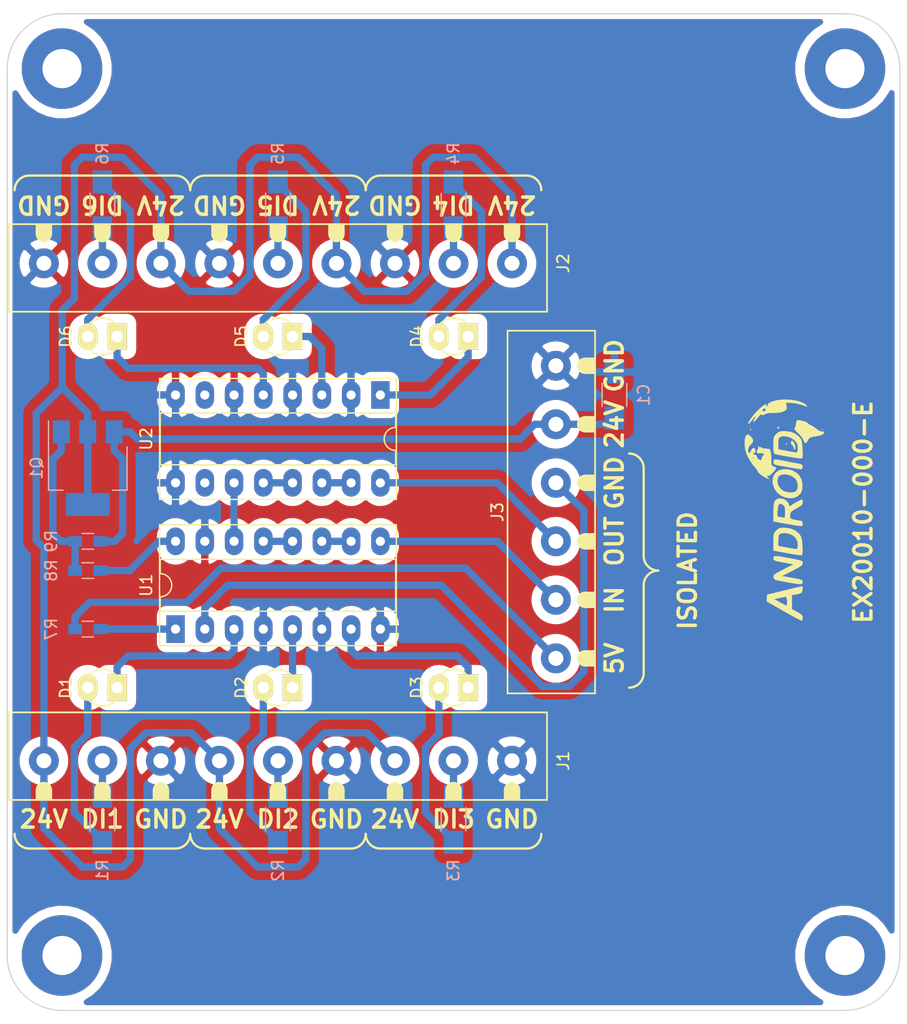
<source format=kicad_pcb>
(kicad_pcb (version 4) (host pcbnew 4.0.5)

  (general
    (links 57)
    (no_connects 0)
    (area -0.100001 -0.100001 279.500001 216.000001)
    (thickness 1.6)
    (drawings 64)
    (tracks 186)
    (zones 0)
    (modules 27)
    (nets 36)
  )

  (page A)
  (layers
    (0 F.Cu signal)
    (31 B.Cu signal)
    (32 B.Adhes user)
    (33 F.Adhes user)
    (34 B.Paste user)
    (35 F.Paste user)
    (36 B.SilkS user)
    (37 F.SilkS user)
    (38 B.Mask user)
    (39 F.Mask user)
    (40 Dwgs.User user hide)
    (41 Cmts.User user)
    (42 Eco1.User user)
    (43 Eco2.User user)
    (44 Edge.Cuts user)
    (45 Margin user)
    (46 B.CrtYd user hide)
    (47 F.CrtYd user hide)
    (48 B.Fab user hide)
    (49 F.Fab user hide)
  )

  (setup
    (last_trace_width 0.635)
    (trace_clearance 0.8128)
    (zone_clearance 0.4064)
    (zone_45_only no)
    (trace_min 0.2)
    (segment_width 0.2)
    (edge_width 0.1)
    (via_size 1.6256)
    (via_drill 0.8128)
    (via_min_size 0.4)
    (via_min_drill 0.3)
    (uvia_size 0.3)
    (uvia_drill 0.1)
    (uvias_allowed no)
    (uvia_min_size 0.2)
    (uvia_min_drill 0.1)
    (pcb_text_width 0.3)
    (pcb_text_size 1.5 1.5)
    (mod_edge_width 0.15)
    (mod_text_size 1 1)
    (mod_text_width 0.15)
    (pad_size 7 7)
    (pad_drill 3.4)
    (pad_to_mask_clearance 0)
    (aux_axis_origin 0 0)
    (visible_elements 7FFEFF7F)
    (pcbplotparams
      (layerselection 0x01000_80000001)
      (usegerberextensions false)
      (excludeedgelayer true)
      (linewidth 0.100000)
      (plotframeref false)
      (viasonmask false)
      (mode 1)
      (useauxorigin false)
      (hpglpennumber 1)
      (hpglpenspeed 20)
      (hpglpendiameter 15)
      (hpglpenoverlay 2)
      (psnegative false)
      (psa4output false)
      (plotreference true)
      (plotvalue true)
      (plotinvisibletext false)
      (padsonsilk false)
      (subtractmaskfromsilk false)
      (outputformat 1)
      (mirror false)
      (drillshape 0)
      (scaleselection 1)
      (outputdirectory ""))
  )

  (net 0 "")
  (net 1 +24V)
  (net 2 GND)
  (net 3 "Net-(D1-Pad1)")
  (net 4 /DI1)
  (net 5 "Net-(D2-Pad1)")
  (net 6 /DI2)
  (net 7 "Net-(D3-Pad1)")
  (net 8 /DI3)
  (net 9 "Net-(D4-Pad1)")
  (net 10 /DI4)
  (net 11 "Net-(D5-Pad1)")
  (net 12 /DI5)
  (net 13 "Net-(D6-Pad1)")
  (net 14 /DI6)
  (net 15 +5V)
  (net 16 /IN)
  (net 17 /OUT)
  (net 18 VEE)
  (net 19 "Net-(Q1-Pad1)")
  (net 20 "Net-(U2-Pad10)")
  (net 21 "Net-(U2-Pad12)")
  (net 22 "Net-(U2-Pad14)")
  (net 23 "Net-(D1-Pad2)")
  (net 24 "Net-(D2-Pad2)")
  (net 25 "Net-(D3-Pad2)")
  (net 26 "Net-(D4-Pad2)")
  (net 27 "Net-(D5-Pad2)")
  (net 28 "Net-(D6-Pad2)")
  (net 29 "Net-(U2-Pad7)")
  (net 30 "Net-(U1-Pad10)")
  (net 31 "Net-(U1-Pad12)")
  (net 32 "Net-(U1-Pad14)")
  (net 33 "Net-(J1-Pad1)")
  (net 34 "Net-(R7-Pad2)")
  (net 35 "Net-(R8-Pad1)")

  (net_class Default "This is the default net class."
    (clearance 0.8128)
    (trace_width 0.635)
    (via_dia 1.6256)
    (via_drill 0.8128)
    (uvia_dia 0.3)
    (uvia_drill 0.1)
    (add_net +24V)
    (add_net +5V)
    (add_net /DI1)
    (add_net /DI2)
    (add_net /DI3)
    (add_net /DI4)
    (add_net /DI5)
    (add_net /DI6)
    (add_net /IN)
    (add_net /OUT)
    (add_net GND)
    (add_net "Net-(D1-Pad1)")
    (add_net "Net-(D1-Pad2)")
    (add_net "Net-(D2-Pad1)")
    (add_net "Net-(D2-Pad2)")
    (add_net "Net-(D3-Pad1)")
    (add_net "Net-(D3-Pad2)")
    (add_net "Net-(D4-Pad1)")
    (add_net "Net-(D4-Pad2)")
    (add_net "Net-(D5-Pad1)")
    (add_net "Net-(D5-Pad2)")
    (add_net "Net-(D6-Pad1)")
    (add_net "Net-(D6-Pad2)")
    (add_net "Net-(J1-Pad1)")
    (add_net "Net-(Q1-Pad1)")
    (add_net "Net-(R7-Pad2)")
    (add_net "Net-(R8-Pad1)")
    (add_net "Net-(U1-Pad10)")
    (add_net "Net-(U1-Pad12)")
    (add_net "Net-(U1-Pad14)")
    (add_net "Net-(U2-Pad10)")
    (add_net "Net-(U2-Pad12)")
    (add_net "Net-(U2-Pad14)")
    (add_net "Net-(U2-Pad7)")
    (add_net VEE)
  )

  (module TO_SOT_Packages_SMD:SOT-223-3_TabPin2 (layer B.Cu) (tedit 5AFD809E) (tstamp 5AFC7FE1)
    (at 107.95 104.14 270)
    (descr "module CMS SOT223 4 pins")
    (tags "CMS SOT")
    (path /5AF40B47)
    (attr smd)
    (fp_text reference Q1 (at 0 4.445 270) (layer B.SilkS)
      (effects (font (size 1 1) (thickness 0.15)) (justify mirror))
    )
    (fp_text value Q_PMOS_GDS (at 0 -4.5 270) (layer B.Fab)
      (effects (font (size 1 1) (thickness 0.15)) (justify mirror))
    )
    (fp_text user %R (at 0 0 540) (layer B.Fab)
      (effects (font (size 0.8 0.8) (thickness 0.12)) (justify mirror))
    )
    (fp_line (start 1.91 -3.41) (end 1.91 -2.15) (layer B.SilkS) (width 0.12))
    (fp_line (start 1.91 3.41) (end 1.91 2.15) (layer B.SilkS) (width 0.12))
    (fp_line (start 4.4 3.6) (end -4.4 3.6) (layer B.CrtYd) (width 0.05))
    (fp_line (start 4.4 -3.6) (end 4.4 3.6) (layer B.CrtYd) (width 0.05))
    (fp_line (start -4.4 -3.6) (end 4.4 -3.6) (layer B.CrtYd) (width 0.05))
    (fp_line (start -4.4 3.6) (end -4.4 -3.6) (layer B.CrtYd) (width 0.05))
    (fp_line (start -1.85 2.35) (end -0.85 3.35) (layer B.Fab) (width 0.1))
    (fp_line (start -1.85 2.35) (end -1.85 -3.35) (layer B.Fab) (width 0.1))
    (fp_line (start -1.85 -3.41) (end 1.91 -3.41) (layer B.SilkS) (width 0.12))
    (fp_line (start -0.85 3.35) (end 1.85 3.35) (layer B.Fab) (width 0.1))
    (fp_line (start -4.1 3.41) (end 1.91 3.41) (layer B.SilkS) (width 0.12))
    (fp_line (start -1.85 -3.35) (end 1.85 -3.35) (layer B.Fab) (width 0.1))
    (fp_line (start 1.85 3.35) (end 1.85 -3.35) (layer B.Fab) (width 0.1))
    (pad 2 smd rect (at 3.15 0 270) (size 2 3.8) (layers B.Cu B.Paste B.Mask)
      (net 33 "Net-(J1-Pad1)"))
    (pad 2 smd rect (at -3.15 0 270) (size 2 1.48) (layers B.Cu B.Paste B.Mask)
      (net 33 "Net-(J1-Pad1)"))
    (pad 3 smd rect (at -3.15 -2.3 270) (size 2 1.48) (layers B.Cu B.Paste B.Mask)
      (net 1 +24V))
    (pad 1 smd rect (at -3.15 2.3 270) (size 2 1.48) (layers B.Cu B.Paste B.Mask)
      (net 19 "Net-(Q1-Pad1)"))
    (model ${KISYS3DMOD}/TO_SOT_Packages_SMD.3dshapes/SOT-223.wrl
      (at (xyz 0 0 0))
      (scale (xyz 1 1 1))
      (rotate (xyz 0 0 0))
    )
  )

  (module Mounting_Holes:MountingHole_3.5mm_Pad locked (layer F.Cu) (tedit 5AFC6C67) (tstamp 5AFC6CDC)
    (at 173.6852 146.4437)
    (descr "Mounting Hole 3.5mm")
    (tags "mounting hole 3.5mm")
    (attr virtual)
    (fp_text reference REF** (at 0 -4.5) (layer F.SilkS) hide
      (effects (font (size 1 1) (thickness 0.15)))
    )
    (fp_text value MountingHole_3.5mm_Pad (at 0 4.5) (layer F.Fab) hide
      (effects (font (size 1 1) (thickness 0.15)))
    )
    (fp_text user %R (at 0.3 0) (layer F.Fab) hide
      (effects (font (size 1 1) (thickness 0.15)))
    )
    (fp_circle (center 0 0) (end 3.5 0) (layer Cmts.User) (width 0.15))
    (fp_circle (center 0 0) (end 3.75 0) (layer F.CrtYd) (width 0.05))
    (pad 1 thru_hole circle (at 0 0) (size 7 7) (drill 3.4) (layers *.Cu *.Mask))
  )

  (module Mounting_Holes:MountingHole_3.5mm_Pad locked (layer F.Cu) (tedit 5AFC6C67) (tstamp 5AFC6CD8)
    (at 105.7148 146.4437)
    (descr "Mounting Hole 3.5mm")
    (tags "mounting hole 3.5mm")
    (attr virtual)
    (fp_text reference REF** (at 0 -4.5) (layer F.SilkS) hide
      (effects (font (size 1 1) (thickness 0.15)))
    )
    (fp_text value MountingHole_3.5mm_Pad (at 0 4.5) (layer F.Fab) hide
      (effects (font (size 1 1) (thickness 0.15)))
    )
    (fp_text user %R (at 0.3 0) (layer F.Fab) hide
      (effects (font (size 1 1) (thickness 0.15)))
    )
    (fp_circle (center 0 0) (end 3.5 0) (layer Cmts.User) (width 0.15))
    (fp_circle (center 0 0) (end 3.75 0) (layer F.CrtYd) (width 0.05))
    (pad 1 thru_hole circle (at 0 0) (size 7 7) (drill 3.4) (layers *.Cu *.Mask))
  )

  (module Mounting_Holes:MountingHole_3.5mm_Pad locked (layer F.Cu) (tedit 5AFC6C67) (tstamp 5AFC6CD4)
    (at 173.6852 69.4563)
    (descr "Mounting Hole 3.5mm")
    (tags "mounting hole 3.5mm")
    (attr virtual)
    (fp_text reference REF** (at 0 -4.5) (layer F.SilkS) hide
      (effects (font (size 1 1) (thickness 0.15)))
    )
    (fp_text value MountingHole_3.5mm_Pad (at 0 4.5) (layer F.Fab) hide
      (effects (font (size 1 1) (thickness 0.15)))
    )
    (fp_text user %R (at 0.3 0) (layer F.Fab) hide
      (effects (font (size 1 1) (thickness 0.15)))
    )
    (fp_circle (center 0 0) (end 3.5 0) (layer Cmts.User) (width 0.15))
    (fp_circle (center 0 0) (end 3.75 0) (layer F.CrtYd) (width 0.05))
    (pad 1 thru_hole circle (at 0 0) (size 7 7) (drill 3.4) (layers *.Cu *.Mask))
  )

  (module Mounting_Holes:MountingHole_3.5mm_Pad locked (layer F.Cu) (tedit 5AFC6C67) (tstamp 5AFC6BFB)
    (at 105.7148 69.4563)
    (descr "Mounting Hole 3.5mm")
    (tags "mounting hole 3.5mm")
    (attr virtual)
    (fp_text reference REF** (at 0 -4.5) (layer F.SilkS) hide
      (effects (font (size 1 1) (thickness 0.15)))
    )
    (fp_text value MountingHole_3.5mm_Pad (at 0 4.5) (layer F.Fab) hide
      (effects (font (size 1 1) (thickness 0.15)))
    )
    (fp_text user %R (at 0.3 0) (layer F.Fab) hide
      (effects (font (size 1 1) (thickness 0.15)))
    )
    (fp_circle (center 0 0) (end 3.5 0) (layer Cmts.User) (width 0.15))
    (fp_circle (center 0 0) (end 3.75 0) (layer F.CrtYd) (width 0.05))
    (pad 1 thru_hole circle (at 0 0) (size 7 7) (drill 3.4) (layers *.Cu *.Mask))
  )

  (module My_Modules:LED-3mm-0.1 (layer F.Cu) (tedit 5AFD7EE1) (tstamp 5AFC6FA4)
    (at 109.22 123.19 180)
    (path /5AF31328)
    (fp_text reference D1 (at 3.175 0 270) (layer F.SilkS)
      (effects (font (size 1 1) (thickness 0.15)))
    )
    (fp_text value LED (at 0 2.54 180) (layer F.Fab)
      (effects (font (size 1 1) (thickness 0.15)))
    )
    (fp_circle (center 0 0) (end 1.6 0) (layer F.SilkS) (width 0.15))
    (pad 1 thru_hole rect (at -1.27 0 180) (size 1.7 2.3) (drill 1) (layers *.Cu *.Mask F.SilkS)
      (net 3 "Net-(D1-Pad1)"))
    (pad 2 thru_hole oval (at 1.27 0 180) (size 1.7 2.3) (drill 1) (layers *.Cu *.Mask F.SilkS)
      (net 23 "Net-(D1-Pad2)"))
    (model LEDs.3dshapes/LED-3MM.wrl
      (at (xyz 0 0 0))
      (scale (xyz 1 1 1))
      (rotate (xyz 0 0 90))
    )
  )

  (module My_Modules:LED-3mm-0.1 (layer F.Cu) (tedit 5AFD7EE4) (tstamp 5AFC6FAA)
    (at 124.46 123.19 180)
    (path /5AF31581)
    (fp_text reference D2 (at 3.175 0 270) (layer F.SilkS)
      (effects (font (size 1 1) (thickness 0.15)))
    )
    (fp_text value LED (at 0 2.54 180) (layer F.Fab)
      (effects (font (size 1 1) (thickness 0.15)))
    )
    (fp_circle (center 0 0) (end 1.6 0) (layer F.SilkS) (width 0.15))
    (pad 1 thru_hole rect (at -1.27 0 180) (size 1.7 2.3) (drill 1) (layers *.Cu *.Mask F.SilkS)
      (net 5 "Net-(D2-Pad1)"))
    (pad 2 thru_hole oval (at 1.27 0 180) (size 1.7 2.3) (drill 1) (layers *.Cu *.Mask F.SilkS)
      (net 24 "Net-(D2-Pad2)"))
    (model LEDs.3dshapes/LED-3MM.wrl
      (at (xyz 0 0 0))
      (scale (xyz 1 1 1))
      (rotate (xyz 0 0 90))
    )
  )

  (module My_Modules:LED-3mm-0.1 (layer F.Cu) (tedit 5AFD7EE9) (tstamp 5AFC6FB0)
    (at 139.7 123.19 180)
    (path /5AF315DB)
    (fp_text reference D3 (at 3.175 0 270) (layer F.SilkS)
      (effects (font (size 1 1) (thickness 0.15)))
    )
    (fp_text value LED (at 0 2.54 180) (layer F.Fab)
      (effects (font (size 1 1) (thickness 0.15)))
    )
    (fp_circle (center 0 0) (end 1.6 0) (layer F.SilkS) (width 0.15))
    (pad 1 thru_hole rect (at -1.27 0 180) (size 1.7 2.3) (drill 1) (layers *.Cu *.Mask F.SilkS)
      (net 7 "Net-(D3-Pad1)"))
    (pad 2 thru_hole oval (at 1.27 0 180) (size 1.7 2.3) (drill 1) (layers *.Cu *.Mask F.SilkS)
      (net 25 "Net-(D3-Pad2)"))
    (model LEDs.3dshapes/LED-3MM.wrl
      (at (xyz 0 0 0))
      (scale (xyz 1 1 1))
      (rotate (xyz 0 0 90))
    )
  )

  (module Resistors_SMD:R_0603_HandSoldering (layer B.Cu) (tedit 5AFD8097) (tstamp 5AFC7043)
    (at 107.95 110.49)
    (descr "Resistor SMD 0603, hand soldering")
    (tags "resistor 0603")
    (path /5AF41B97)
    (attr smd)
    (fp_text reference R9 (at -3.175 0 90) (layer B.SilkS)
      (effects (font (size 1 1) (thickness 0.15)) (justify mirror))
    )
    (fp_text value 10K (at 0 -1.55) (layer B.Fab)
      (effects (font (size 1 1) (thickness 0.15)) (justify mirror))
    )
    (fp_text user %R (at 0 0) (layer B.Fab)
      (effects (font (size 0.4 0.4) (thickness 0.075)) (justify mirror))
    )
    (fp_line (start -0.8 -0.4) (end -0.8 0.4) (layer B.Fab) (width 0.1))
    (fp_line (start 0.8 -0.4) (end -0.8 -0.4) (layer B.Fab) (width 0.1))
    (fp_line (start 0.8 0.4) (end 0.8 -0.4) (layer B.Fab) (width 0.1))
    (fp_line (start -0.8 0.4) (end 0.8 0.4) (layer B.Fab) (width 0.1))
    (fp_line (start 0.5 -0.68) (end -0.5 -0.68) (layer B.SilkS) (width 0.12))
    (fp_line (start -0.5 0.68) (end 0.5 0.68) (layer B.SilkS) (width 0.12))
    (fp_line (start -1.96 0.7) (end 1.95 0.7) (layer B.CrtYd) (width 0.05))
    (fp_line (start -1.96 0.7) (end -1.96 -0.7) (layer B.CrtYd) (width 0.05))
    (fp_line (start 1.95 -0.7) (end 1.95 0.7) (layer B.CrtYd) (width 0.05))
    (fp_line (start 1.95 -0.7) (end -1.96 -0.7) (layer B.CrtYd) (width 0.05))
    (pad 1 smd rect (at -1.1 0) (size 1.2 0.9) (layers B.Cu B.Paste B.Mask)
      (net 19 "Net-(Q1-Pad1)"))
    (pad 2 smd rect (at 1.1 0) (size 1.2 0.9) (layers B.Cu B.Paste B.Mask)
      (net 1 +24V))
    (model ${KISYS3DMOD}/Resistors_SMD.3dshapes/R_0603.wrl
      (at (xyz 0 0 0))
      (scale (xyz 1 1 1))
      (rotate (xyz 0 0 0))
    )
  )

  (module Resistors_SMD:R_0603_HandSoldering (layer B.Cu) (tedit 5AFD80B8) (tstamp 5AFC7049)
    (at 107.95 113.03 180)
    (descr "Resistor SMD 0603, hand soldering")
    (tags "resistor 0603")
    (path /5AF41B28)
    (attr smd)
    (fp_text reference R8 (at 3.175 0 270) (layer B.SilkS)
      (effects (font (size 1 1) (thickness 0.15)) (justify mirror))
    )
    (fp_text value 10K (at 0 -1.55 180) (layer B.Fab)
      (effects (font (size 1 1) (thickness 0.15)) (justify mirror))
    )
    (fp_text user %R (at 0 0 180) (layer B.Fab)
      (effects (font (size 0.4 0.4) (thickness 0.075)) (justify mirror))
    )
    (fp_line (start -0.8 -0.4) (end -0.8 0.4) (layer B.Fab) (width 0.1))
    (fp_line (start 0.8 -0.4) (end -0.8 -0.4) (layer B.Fab) (width 0.1))
    (fp_line (start 0.8 0.4) (end 0.8 -0.4) (layer B.Fab) (width 0.1))
    (fp_line (start -0.8 0.4) (end 0.8 0.4) (layer B.Fab) (width 0.1))
    (fp_line (start 0.5 -0.68) (end -0.5 -0.68) (layer B.SilkS) (width 0.12))
    (fp_line (start -0.5 0.68) (end 0.5 0.68) (layer B.SilkS) (width 0.12))
    (fp_line (start -1.96 0.7) (end 1.95 0.7) (layer B.CrtYd) (width 0.05))
    (fp_line (start -1.96 0.7) (end -1.96 -0.7) (layer B.CrtYd) (width 0.05))
    (fp_line (start 1.95 -0.7) (end 1.95 0.7) (layer B.CrtYd) (width 0.05))
    (fp_line (start 1.95 -0.7) (end -1.96 -0.7) (layer B.CrtYd) (width 0.05))
    (pad 1 smd rect (at -1.1 0 180) (size 1.2 0.9) (layers B.Cu B.Paste B.Mask)
      (net 35 "Net-(R8-Pad1)"))
    (pad 2 smd rect (at 1.1 0 180) (size 1.2 0.9) (layers B.Cu B.Paste B.Mask)
      (net 19 "Net-(Q1-Pad1)"))
    (model ${KISYS3DMOD}/Resistors_SMD.3dshapes/R_0603.wrl
      (at (xyz 0 0 0))
      (scale (xyz 1 1 1))
      (rotate (xyz 0 0 0))
    )
  )

  (module Resistors_SMD:R_1206_HandSoldering (layer B.Cu) (tedit 5AFD8089) (tstamp 5AFC71E7)
    (at 109.22 134.62 90)
    (descr "Resistor SMD 1206, hand soldering")
    (tags "resistor 1206")
    (path /5AF323AA)
    (attr smd)
    (fp_text reference R1 (at -4.445 0 90) (layer B.SilkS)
      (effects (font (size 1 1) (thickness 0.15)) (justify mirror))
    )
    (fp_text value 1.1K (at 0 -1.9 90) (layer B.Fab)
      (effects (font (size 1 1) (thickness 0.15)) (justify mirror))
    )
    (fp_text user %R (at 0 0 90) (layer B.Fab)
      (effects (font (size 0.7 0.7) (thickness 0.105)) (justify mirror))
    )
    (fp_line (start -1.6 -0.8) (end -1.6 0.8) (layer B.Fab) (width 0.1))
    (fp_line (start 1.6 -0.8) (end -1.6 -0.8) (layer B.Fab) (width 0.1))
    (fp_line (start 1.6 0.8) (end 1.6 -0.8) (layer B.Fab) (width 0.1))
    (fp_line (start -1.6 0.8) (end 1.6 0.8) (layer B.Fab) (width 0.1))
    (fp_line (start 1 -1.07) (end -1 -1.07) (layer B.SilkS) (width 0.12))
    (fp_line (start -1 1.07) (end 1 1.07) (layer B.SilkS) (width 0.12))
    (fp_line (start -3.25 1.11) (end 3.25 1.11) (layer B.CrtYd) (width 0.05))
    (fp_line (start -3.25 1.11) (end -3.25 -1.1) (layer B.CrtYd) (width 0.05))
    (fp_line (start 3.25 -1.1) (end 3.25 1.11) (layer B.CrtYd) (width 0.05))
    (fp_line (start 3.25 -1.1) (end -3.25 -1.1) (layer B.CrtYd) (width 0.05))
    (pad 1 smd rect (at -2 0 90) (size 2 1.7) (layers B.Cu B.Paste B.Mask)
      (net 23 "Net-(D1-Pad2)"))
    (pad 2 smd rect (at 2 0 90) (size 2 1.7) (layers B.Cu B.Paste B.Mask)
      (net 4 /DI1))
    (model ${KISYS3DMOD}/Resistors_SMD.3dshapes/R_1206.wrl
      (at (xyz 0 0 0))
      (scale (xyz 1 1 1))
      (rotate (xyz 0 0 0))
    )
  )

  (module Resistors_SMD:R_1206_HandSoldering (layer B.Cu) (tedit 5AFD808B) (tstamp 5AFC71ED)
    (at 124.46 134.62 90)
    (descr "Resistor SMD 1206, hand soldering")
    (tags "resistor 1206")
    (path /5AF3254C)
    (attr smd)
    (fp_text reference R2 (at -4.445 0 90) (layer B.SilkS)
      (effects (font (size 1 1) (thickness 0.15)) (justify mirror))
    )
    (fp_text value 1.1K (at 0 -1.9 90) (layer B.Fab)
      (effects (font (size 1 1) (thickness 0.15)) (justify mirror))
    )
    (fp_text user %R (at 0 0 90) (layer B.Fab)
      (effects (font (size 0.7 0.7) (thickness 0.105)) (justify mirror))
    )
    (fp_line (start -1.6 -0.8) (end -1.6 0.8) (layer B.Fab) (width 0.1))
    (fp_line (start 1.6 -0.8) (end -1.6 -0.8) (layer B.Fab) (width 0.1))
    (fp_line (start 1.6 0.8) (end 1.6 -0.8) (layer B.Fab) (width 0.1))
    (fp_line (start -1.6 0.8) (end 1.6 0.8) (layer B.Fab) (width 0.1))
    (fp_line (start 1 -1.07) (end -1 -1.07) (layer B.SilkS) (width 0.12))
    (fp_line (start -1 1.07) (end 1 1.07) (layer B.SilkS) (width 0.12))
    (fp_line (start -3.25 1.11) (end 3.25 1.11) (layer B.CrtYd) (width 0.05))
    (fp_line (start -3.25 1.11) (end -3.25 -1.1) (layer B.CrtYd) (width 0.05))
    (fp_line (start 3.25 -1.1) (end 3.25 1.11) (layer B.CrtYd) (width 0.05))
    (fp_line (start 3.25 -1.1) (end -3.25 -1.1) (layer B.CrtYd) (width 0.05))
    (pad 1 smd rect (at -2 0 90) (size 2 1.7) (layers B.Cu B.Paste B.Mask)
      (net 24 "Net-(D2-Pad2)"))
    (pad 2 smd rect (at 2 0 90) (size 2 1.7) (layers B.Cu B.Paste B.Mask)
      (net 6 /DI2))
    (model ${KISYS3DMOD}/Resistors_SMD.3dshapes/R_1206.wrl
      (at (xyz 0 0 0))
      (scale (xyz 1 1 1))
      (rotate (xyz 0 0 0))
    )
  )

  (module Resistors_SMD:R_1206_HandSoldering (layer B.Cu) (tedit 5AFD808E) (tstamp 5AFC71F3)
    (at 139.7 134.62 90)
    (descr "Resistor SMD 1206, hand soldering")
    (tags "resistor 1206")
    (path /5AF325A8)
    (attr smd)
    (fp_text reference R3 (at -4.445 0 90) (layer B.SilkS)
      (effects (font (size 1 1) (thickness 0.15)) (justify mirror))
    )
    (fp_text value 1.1K (at 0 -1.9 90) (layer B.Fab)
      (effects (font (size 1 1) (thickness 0.15)) (justify mirror))
    )
    (fp_text user %R (at 0 0 90) (layer B.Fab)
      (effects (font (size 0.7 0.7) (thickness 0.105)) (justify mirror))
    )
    (fp_line (start -1.6 -0.8) (end -1.6 0.8) (layer B.Fab) (width 0.1))
    (fp_line (start 1.6 -0.8) (end -1.6 -0.8) (layer B.Fab) (width 0.1))
    (fp_line (start 1.6 0.8) (end 1.6 -0.8) (layer B.Fab) (width 0.1))
    (fp_line (start -1.6 0.8) (end 1.6 0.8) (layer B.Fab) (width 0.1))
    (fp_line (start 1 -1.07) (end -1 -1.07) (layer B.SilkS) (width 0.12))
    (fp_line (start -1 1.07) (end 1 1.07) (layer B.SilkS) (width 0.12))
    (fp_line (start -3.25 1.11) (end 3.25 1.11) (layer B.CrtYd) (width 0.05))
    (fp_line (start -3.25 1.11) (end -3.25 -1.1) (layer B.CrtYd) (width 0.05))
    (fp_line (start 3.25 -1.1) (end 3.25 1.11) (layer B.CrtYd) (width 0.05))
    (fp_line (start 3.25 -1.1) (end -3.25 -1.1) (layer B.CrtYd) (width 0.05))
    (pad 1 smd rect (at -2 0 90) (size 2 1.7) (layers B.Cu B.Paste B.Mask)
      (net 25 "Net-(D3-Pad2)"))
    (pad 2 smd rect (at 2 0 90) (size 2 1.7) (layers B.Cu B.Paste B.Mask)
      (net 8 /DI3))
    (model ${KISYS3DMOD}/Resistors_SMD.3dshapes/R_1206.wrl
      (at (xyz 0 0 0))
      (scale (xyz 1 1 1))
      (rotate (xyz 0 0 0))
    )
  )

  (module Resistors_SMD:R_1206_HandSoldering (layer B.Cu) (tedit 5AFD8085) (tstamp 5AFC71F9)
    (at 139.7 81.28 270)
    (descr "Resistor SMD 1206, hand soldering")
    (tags "resistor 1206")
    (path /5AF32979)
    (attr smd)
    (fp_text reference R4 (at -4.445 0 270) (layer B.SilkS)
      (effects (font (size 1 1) (thickness 0.15)) (justify mirror))
    )
    (fp_text value 1.1K (at 0 -1.9 270) (layer B.Fab)
      (effects (font (size 1 1) (thickness 0.15)) (justify mirror))
    )
    (fp_text user %R (at 0 0 270) (layer B.Fab)
      (effects (font (size 0.7 0.7) (thickness 0.105)) (justify mirror))
    )
    (fp_line (start -1.6 -0.8) (end -1.6 0.8) (layer B.Fab) (width 0.1))
    (fp_line (start 1.6 -0.8) (end -1.6 -0.8) (layer B.Fab) (width 0.1))
    (fp_line (start 1.6 0.8) (end 1.6 -0.8) (layer B.Fab) (width 0.1))
    (fp_line (start -1.6 0.8) (end 1.6 0.8) (layer B.Fab) (width 0.1))
    (fp_line (start 1 -1.07) (end -1 -1.07) (layer B.SilkS) (width 0.12))
    (fp_line (start -1 1.07) (end 1 1.07) (layer B.SilkS) (width 0.12))
    (fp_line (start -3.25 1.11) (end 3.25 1.11) (layer B.CrtYd) (width 0.05))
    (fp_line (start -3.25 1.11) (end -3.25 -1.1) (layer B.CrtYd) (width 0.05))
    (fp_line (start 3.25 -1.1) (end 3.25 1.11) (layer B.CrtYd) (width 0.05))
    (fp_line (start 3.25 -1.1) (end -3.25 -1.1) (layer B.CrtYd) (width 0.05))
    (pad 1 smd rect (at -2 0 270) (size 2 1.7) (layers B.Cu B.Paste B.Mask)
      (net 26 "Net-(D4-Pad2)"))
    (pad 2 smd rect (at 2 0 270) (size 2 1.7) (layers B.Cu B.Paste B.Mask)
      (net 10 /DI4))
    (model ${KISYS3DMOD}/Resistors_SMD.3dshapes/R_1206.wrl
      (at (xyz 0 0 0))
      (scale (xyz 1 1 1))
      (rotate (xyz 0 0 0))
    )
  )

  (module My_Modules:LED-3mm-0.1 (layer F.Cu) (tedit 5AFD7EED) (tstamp 5AFC74D9)
    (at 139.7 92.71 180)
    (path /5AF31B95)
    (fp_text reference D4 (at 3.175 0 270) (layer F.SilkS)
      (effects (font (size 1 1) (thickness 0.15)))
    )
    (fp_text value LED (at 0 2.54 180) (layer F.Fab)
      (effects (font (size 1 1) (thickness 0.15)))
    )
    (fp_circle (center 0 0) (end 1.6 0) (layer F.SilkS) (width 0.15))
    (pad 1 thru_hole rect (at -1.27 0 180) (size 1.7 2.3) (drill 1) (layers *.Cu *.Mask F.SilkS)
      (net 9 "Net-(D4-Pad1)"))
    (pad 2 thru_hole oval (at 1.27 0 180) (size 1.7 2.3) (drill 1) (layers *.Cu *.Mask F.SilkS)
      (net 26 "Net-(D4-Pad2)"))
    (model LEDs.3dshapes/LED-3MM.wrl
      (at (xyz 0 0 0))
      (scale (xyz 1 1 1))
      (rotate (xyz 0 0 90))
    )
  )

  (module My_Modules:LED-3mm-0.1 (layer F.Cu) (tedit 5AFD7EF1) (tstamp 5AFC74DF)
    (at 124.46 92.71 180)
    (path /5AF3179A)
    (fp_text reference D5 (at 3.175 0 270) (layer F.SilkS)
      (effects (font (size 1 1) (thickness 0.15)))
    )
    (fp_text value LED (at 0 2.54 180) (layer F.Fab)
      (effects (font (size 1 1) (thickness 0.15)))
    )
    (fp_circle (center 0 0) (end 1.6 0) (layer F.SilkS) (width 0.15))
    (pad 1 thru_hole rect (at -1.27 0 180) (size 1.7 2.3) (drill 1) (layers *.Cu *.Mask F.SilkS)
      (net 11 "Net-(D5-Pad1)"))
    (pad 2 thru_hole oval (at 1.27 0 180) (size 1.7 2.3) (drill 1) (layers *.Cu *.Mask F.SilkS)
      (net 27 "Net-(D5-Pad2)"))
    (model LEDs.3dshapes/LED-3MM.wrl
      (at (xyz 0 0 0))
      (scale (xyz 1 1 1))
      (rotate (xyz 0 0 90))
    )
  )

  (module My_Modules:LED-3mm-0.1 (layer F.Cu) (tedit 5AFD7EF5) (tstamp 5AFC74E5)
    (at 109.22 92.71 180)
    (path /5AF317ED)
    (fp_text reference D6 (at 3.175 0 270) (layer F.SilkS)
      (effects (font (size 1 1) (thickness 0.15)))
    )
    (fp_text value LED (at 0 2.54 180) (layer F.Fab)
      (effects (font (size 1 1) (thickness 0.15)))
    )
    (fp_circle (center 0 0) (end 1.6 0) (layer F.SilkS) (width 0.15))
    (pad 1 thru_hole rect (at -1.27 0 180) (size 1.7 2.3) (drill 1) (layers *.Cu *.Mask F.SilkS)
      (net 13 "Net-(D6-Pad1)"))
    (pad 2 thru_hole oval (at 1.27 0 180) (size 1.7 2.3) (drill 1) (layers *.Cu *.Mask F.SilkS)
      (net 28 "Net-(D6-Pad2)"))
    (model LEDs.3dshapes/LED-3MM.wrl
      (at (xyz 0 0 0))
      (scale (xyz 1 1 1))
      (rotate (xyz 0 0 90))
    )
  )

  (module Resistors_SMD:R_1206_HandSoldering (layer B.Cu) (tedit 5AFD8082) (tstamp 5AFC74EB)
    (at 124.46 81.28 270)
    (descr "Resistor SMD 1206, hand soldering")
    (tags "resistor 1206")
    (path /5AF3296D)
    (attr smd)
    (fp_text reference R5 (at -4.445 0 270) (layer B.SilkS)
      (effects (font (size 1 1) (thickness 0.15)) (justify mirror))
    )
    (fp_text value 1.1K (at 0 -1.9 270) (layer B.Fab)
      (effects (font (size 1 1) (thickness 0.15)) (justify mirror))
    )
    (fp_text user %R (at 0 0 270) (layer B.Fab)
      (effects (font (size 0.7 0.7) (thickness 0.105)) (justify mirror))
    )
    (fp_line (start -1.6 -0.8) (end -1.6 0.8) (layer B.Fab) (width 0.1))
    (fp_line (start 1.6 -0.8) (end -1.6 -0.8) (layer B.Fab) (width 0.1))
    (fp_line (start 1.6 0.8) (end 1.6 -0.8) (layer B.Fab) (width 0.1))
    (fp_line (start -1.6 0.8) (end 1.6 0.8) (layer B.Fab) (width 0.1))
    (fp_line (start 1 -1.07) (end -1 -1.07) (layer B.SilkS) (width 0.12))
    (fp_line (start -1 1.07) (end 1 1.07) (layer B.SilkS) (width 0.12))
    (fp_line (start -3.25 1.11) (end 3.25 1.11) (layer B.CrtYd) (width 0.05))
    (fp_line (start -3.25 1.11) (end -3.25 -1.1) (layer B.CrtYd) (width 0.05))
    (fp_line (start 3.25 -1.1) (end 3.25 1.11) (layer B.CrtYd) (width 0.05))
    (fp_line (start 3.25 -1.1) (end -3.25 -1.1) (layer B.CrtYd) (width 0.05))
    (pad 1 smd rect (at -2 0 270) (size 2 1.7) (layers B.Cu B.Paste B.Mask)
      (net 27 "Net-(D5-Pad2)"))
    (pad 2 smd rect (at 2 0 270) (size 2 1.7) (layers B.Cu B.Paste B.Mask)
      (net 12 /DI5))
    (model ${KISYS3DMOD}/Resistors_SMD.3dshapes/R_1206.wrl
      (at (xyz 0 0 0))
      (scale (xyz 1 1 1))
      (rotate (xyz 0 0 0))
    )
  )

  (module Resistors_SMD:R_1206_HandSoldering (layer B.Cu) (tedit 5AFD807F) (tstamp 5AFC74F1)
    (at 109.22 81.28 270)
    (descr "Resistor SMD 1206, hand soldering")
    (tags "resistor 1206")
    (path /5AF32973)
    (attr smd)
    (fp_text reference R6 (at -4.445 0 270) (layer B.SilkS)
      (effects (font (size 1 1) (thickness 0.15)) (justify mirror))
    )
    (fp_text value 1.1K (at 0 -1.9 270) (layer B.Fab)
      (effects (font (size 1 1) (thickness 0.15)) (justify mirror))
    )
    (fp_text user %R (at 0 0 270) (layer B.Fab)
      (effects (font (size 0.7 0.7) (thickness 0.105)) (justify mirror))
    )
    (fp_line (start -1.6 -0.8) (end -1.6 0.8) (layer B.Fab) (width 0.1))
    (fp_line (start 1.6 -0.8) (end -1.6 -0.8) (layer B.Fab) (width 0.1))
    (fp_line (start 1.6 0.8) (end 1.6 -0.8) (layer B.Fab) (width 0.1))
    (fp_line (start -1.6 0.8) (end 1.6 0.8) (layer B.Fab) (width 0.1))
    (fp_line (start 1 -1.07) (end -1 -1.07) (layer B.SilkS) (width 0.12))
    (fp_line (start -1 1.07) (end 1 1.07) (layer B.SilkS) (width 0.12))
    (fp_line (start -3.25 1.11) (end 3.25 1.11) (layer B.CrtYd) (width 0.05))
    (fp_line (start -3.25 1.11) (end -3.25 -1.1) (layer B.CrtYd) (width 0.05))
    (fp_line (start 3.25 -1.1) (end 3.25 1.11) (layer B.CrtYd) (width 0.05))
    (fp_line (start 3.25 -1.1) (end -3.25 -1.1) (layer B.CrtYd) (width 0.05))
    (pad 1 smd rect (at -2 0 270) (size 2 1.7) (layers B.Cu B.Paste B.Mask)
      (net 28 "Net-(D6-Pad2)"))
    (pad 2 smd rect (at 2 0 270) (size 2 1.7) (layers B.Cu B.Paste B.Mask)
      (net 14 /DI6))
    (model ${KISYS3DMOD}/Resistors_SMD.3dshapes/R_1206.wrl
      (at (xyz 0 0 0))
      (scale (xyz 1 1 1))
      (rotate (xyz 0 0 0))
    )
  )

  (module Resistors_SMD:R_1206_HandSoldering (layer B.Cu) (tedit 5AFD81CD) (tstamp 5AFC7FD9)
    (at 153.67 97.79 90)
    (descr "Resistor SMD 1206, hand soldering")
    (tags "resistor 1206")
    (path /5AFD996D)
    (attr smd)
    (fp_text reference C1 (at 0 2.54 90) (layer B.SilkS)
      (effects (font (size 1 1) (thickness 0.15)) (justify mirror))
    )
    (fp_text value 4.7uF (at 0 -1.9 90) (layer B.Fab)
      (effects (font (size 1 1) (thickness 0.15)) (justify mirror))
    )
    (fp_text user %R (at 0 0 90) (layer B.Fab)
      (effects (font (size 0.7 0.7) (thickness 0.105)) (justify mirror))
    )
    (fp_line (start -1.6 -0.8) (end -1.6 0.8) (layer B.Fab) (width 0.1))
    (fp_line (start 1.6 -0.8) (end -1.6 -0.8) (layer B.Fab) (width 0.1))
    (fp_line (start 1.6 0.8) (end 1.6 -0.8) (layer B.Fab) (width 0.1))
    (fp_line (start -1.6 0.8) (end 1.6 0.8) (layer B.Fab) (width 0.1))
    (fp_line (start 1 -1.07) (end -1 -1.07) (layer B.SilkS) (width 0.12))
    (fp_line (start -1 1.07) (end 1 1.07) (layer B.SilkS) (width 0.12))
    (fp_line (start -3.25 1.11) (end 3.25 1.11) (layer B.CrtYd) (width 0.05))
    (fp_line (start -3.25 1.11) (end -3.25 -1.1) (layer B.CrtYd) (width 0.05))
    (fp_line (start 3.25 -1.1) (end 3.25 1.11) (layer B.CrtYd) (width 0.05))
    (fp_line (start 3.25 -1.1) (end -3.25 -1.1) (layer B.CrtYd) (width 0.05))
    (pad 1 smd rect (at -2 0 90) (size 2 1.7) (layers B.Cu B.Paste B.Mask)
      (net 1 +24V))
    (pad 2 smd rect (at 2 0 90) (size 2 1.7) (layers B.Cu B.Paste B.Mask)
      (net 2 GND))
    (model ${KISYS3DMOD}/Resistors_SMD.3dshapes/R_1206.wrl
      (at (xyz 0 0 0))
      (scale (xyz 1 1 1))
      (rotate (xyz 0 0 0))
    )
  )

  (module Housings_DIP:DIP-16_W7.62mm_Socket_LongPads (layer F.Cu) (tedit 5AFD7EF9) (tstamp 5AFC7FF5)
    (at 115.57 118.11 90)
    (descr "16-lead though-hole mounted DIP package, row spacing 7.62 mm (300 mils), Socket, LongPads")
    (tags "THT DIP DIL PDIP 2.54mm 7.62mm 300mil Socket LongPads")
    (path /5AF31E3E)
    (fp_text reference U1 (at 3.81 -2.54 90) (layer F.SilkS)
      (effects (font (size 1 1) (thickness 0.15)))
    )
    (fp_text value LTV-847 (at 3.81 20.11 90) (layer F.Fab)
      (effects (font (size 1 1) (thickness 0.15)))
    )
    (fp_arc (start 3.81 -1.33) (end 2.81 -1.33) (angle -180) (layer F.SilkS) (width 0.12))
    (fp_line (start 1.635 -1.27) (end 6.985 -1.27) (layer F.Fab) (width 0.1))
    (fp_line (start 6.985 -1.27) (end 6.985 19.05) (layer F.Fab) (width 0.1))
    (fp_line (start 6.985 19.05) (end 0.635 19.05) (layer F.Fab) (width 0.1))
    (fp_line (start 0.635 19.05) (end 0.635 -0.27) (layer F.Fab) (width 0.1))
    (fp_line (start 0.635 -0.27) (end 1.635 -1.27) (layer F.Fab) (width 0.1))
    (fp_line (start -1.27 -1.33) (end -1.27 19.11) (layer F.Fab) (width 0.1))
    (fp_line (start -1.27 19.11) (end 8.89 19.11) (layer F.Fab) (width 0.1))
    (fp_line (start 8.89 19.11) (end 8.89 -1.33) (layer F.Fab) (width 0.1))
    (fp_line (start 8.89 -1.33) (end -1.27 -1.33) (layer F.Fab) (width 0.1))
    (fp_line (start 2.81 -1.33) (end 1.56 -1.33) (layer F.SilkS) (width 0.12))
    (fp_line (start 1.56 -1.33) (end 1.56 19.11) (layer F.SilkS) (width 0.12))
    (fp_line (start 1.56 19.11) (end 6.06 19.11) (layer F.SilkS) (width 0.12))
    (fp_line (start 6.06 19.11) (end 6.06 -1.33) (layer F.SilkS) (width 0.12))
    (fp_line (start 6.06 -1.33) (end 4.81 -1.33) (layer F.SilkS) (width 0.12))
    (fp_line (start -1.44 -1.39) (end -1.44 19.17) (layer F.SilkS) (width 0.12))
    (fp_line (start -1.44 19.17) (end 9.06 19.17) (layer F.SilkS) (width 0.12))
    (fp_line (start 9.06 19.17) (end 9.06 -1.39) (layer F.SilkS) (width 0.12))
    (fp_line (start 9.06 -1.39) (end -1.44 -1.39) (layer F.SilkS) (width 0.12))
    (fp_line (start -1.55 -1.6) (end -1.55 19.4) (layer F.CrtYd) (width 0.05))
    (fp_line (start -1.55 19.4) (end 9.15 19.4) (layer F.CrtYd) (width 0.05))
    (fp_line (start 9.15 19.4) (end 9.15 -1.6) (layer F.CrtYd) (width 0.05))
    (fp_line (start 9.15 -1.6) (end -1.55 -1.6) (layer F.CrtYd) (width 0.05))
    (fp_text user %R (at 3.81 8.89 90) (layer F.Fab)
      (effects (font (size 1 1) (thickness 0.15)))
    )
    (pad 1 thru_hole rect (at 0 0 90) (size 2.4 1.6) (drill 0.8) (layers *.Cu *.Mask)
      (net 34 "Net-(R7-Pad2)"))
    (pad 9 thru_hole oval (at 7.62 17.78 90) (size 2.4 1.6) (drill 0.8) (layers *.Cu *.Mask)
      (net 16 /IN))
    (pad 2 thru_hole oval (at 0 2.54 90) (size 2.4 1.6) (drill 0.8) (layers *.Cu *.Mask)
      (net 18 VEE))
    (pad 10 thru_hole oval (at 7.62 15.24 90) (size 2.4 1.6) (drill 0.8) (layers *.Cu *.Mask)
      (net 30 "Net-(U1-Pad10)"))
    (pad 3 thru_hole oval (at 0 5.08 90) (size 2.4 1.6) (drill 0.8) (layers *.Cu *.Mask)
      (net 3 "Net-(D1-Pad1)"))
    (pad 11 thru_hole oval (at 7.62 12.7 90) (size 2.4 1.6) (drill 0.8) (layers *.Cu *.Mask)
      (net 30 "Net-(U1-Pad10)"))
    (pad 4 thru_hole oval (at 0 7.62 90) (size 2.4 1.6) (drill 0.8) (layers *.Cu *.Mask)
      (net 2 GND))
    (pad 12 thru_hole oval (at 7.62 10.16 90) (size 2.4 1.6) (drill 0.8) (layers *.Cu *.Mask)
      (net 31 "Net-(U1-Pad12)"))
    (pad 5 thru_hole oval (at 0 10.16 90) (size 2.4 1.6) (drill 0.8) (layers *.Cu *.Mask)
      (net 5 "Net-(D2-Pad1)"))
    (pad 13 thru_hole oval (at 7.62 7.62 90) (size 2.4 1.6) (drill 0.8) (layers *.Cu *.Mask)
      (net 31 "Net-(U1-Pad12)"))
    (pad 6 thru_hole oval (at 0 12.7 90) (size 2.4 1.6) (drill 0.8) (layers *.Cu *.Mask)
      (net 2 GND))
    (pad 14 thru_hole oval (at 7.62 5.08 90) (size 2.4 1.6) (drill 0.8) (layers *.Cu *.Mask)
      (net 32 "Net-(U1-Pad14)"))
    (pad 7 thru_hole oval (at 0 15.24 90) (size 2.4 1.6) (drill 0.8) (layers *.Cu *.Mask)
      (net 7 "Net-(D3-Pad1)"))
    (pad 15 thru_hole oval (at 7.62 2.54 90) (size 2.4 1.6) (drill 0.8) (layers *.Cu *.Mask)
      (net 2 GND))
    (pad 8 thru_hole oval (at 0 17.78 90) (size 2.4 1.6) (drill 0.8) (layers *.Cu *.Mask)
      (net 2 GND))
    (pad 16 thru_hole oval (at 7.62 0 90) (size 2.4 1.6) (drill 0.8) (layers *.Cu *.Mask)
      (net 35 "Net-(R8-Pad1)"))
    (model ${KISYS3DMOD}/Housings_DIP.3dshapes/DIP-16_W7.62mm_Socket.wrl
      (at (xyz 0 0 0))
      (scale (xyz 1 1 1))
      (rotate (xyz 0 0 0))
    )
  )

  (module Housings_DIP:DIP-16_W7.62mm_Socket_LongPads (layer F.Cu) (tedit 5AFD7F00) (tstamp 5AFC8009)
    (at 133.35 97.79 270)
    (descr "16-lead though-hole mounted DIP package, row spacing 7.62 mm (300 mils), Socket, LongPads")
    (tags "THT DIP DIL PDIP 2.54mm 7.62mm 300mil Socket LongPads")
    (path /5AF31C85)
    (fp_text reference U2 (at 3.81 20.32 270) (layer F.SilkS)
      (effects (font (size 1 1) (thickness 0.15)))
    )
    (fp_text value LTV-847 (at 3.81 20.11 270) (layer F.Fab)
      (effects (font (size 1 1) (thickness 0.15)))
    )
    (fp_arc (start 3.81 -1.33) (end 2.81 -1.33) (angle -180) (layer F.SilkS) (width 0.12))
    (fp_line (start 1.635 -1.27) (end 6.985 -1.27) (layer F.Fab) (width 0.1))
    (fp_line (start 6.985 -1.27) (end 6.985 19.05) (layer F.Fab) (width 0.1))
    (fp_line (start 6.985 19.05) (end 0.635 19.05) (layer F.Fab) (width 0.1))
    (fp_line (start 0.635 19.05) (end 0.635 -0.27) (layer F.Fab) (width 0.1))
    (fp_line (start 0.635 -0.27) (end 1.635 -1.27) (layer F.Fab) (width 0.1))
    (fp_line (start -1.27 -1.33) (end -1.27 19.11) (layer F.Fab) (width 0.1))
    (fp_line (start -1.27 19.11) (end 8.89 19.11) (layer F.Fab) (width 0.1))
    (fp_line (start 8.89 19.11) (end 8.89 -1.33) (layer F.Fab) (width 0.1))
    (fp_line (start 8.89 -1.33) (end -1.27 -1.33) (layer F.Fab) (width 0.1))
    (fp_line (start 2.81 -1.33) (end 1.56 -1.33) (layer F.SilkS) (width 0.12))
    (fp_line (start 1.56 -1.33) (end 1.56 19.11) (layer F.SilkS) (width 0.12))
    (fp_line (start 1.56 19.11) (end 6.06 19.11) (layer F.SilkS) (width 0.12))
    (fp_line (start 6.06 19.11) (end 6.06 -1.33) (layer F.SilkS) (width 0.12))
    (fp_line (start 6.06 -1.33) (end 4.81 -1.33) (layer F.SilkS) (width 0.12))
    (fp_line (start -1.44 -1.39) (end -1.44 19.17) (layer F.SilkS) (width 0.12))
    (fp_line (start -1.44 19.17) (end 9.06 19.17) (layer F.SilkS) (width 0.12))
    (fp_line (start 9.06 19.17) (end 9.06 -1.39) (layer F.SilkS) (width 0.12))
    (fp_line (start 9.06 -1.39) (end -1.44 -1.39) (layer F.SilkS) (width 0.12))
    (fp_line (start -1.55 -1.6) (end -1.55 19.4) (layer F.CrtYd) (width 0.05))
    (fp_line (start -1.55 19.4) (end 9.15 19.4) (layer F.CrtYd) (width 0.05))
    (fp_line (start 9.15 19.4) (end 9.15 -1.6) (layer F.CrtYd) (width 0.05))
    (fp_line (start 9.15 -1.6) (end -1.55 -1.6) (layer F.CrtYd) (width 0.05))
    (fp_text user %R (at 3.81 8.89 270) (layer F.Fab)
      (effects (font (size 1 1) (thickness 0.15)))
    )
    (pad 1 thru_hole rect (at 0 0 270) (size 2.4 1.6) (drill 0.8) (layers *.Cu *.Mask)
      (net 9 "Net-(D4-Pad1)"))
    (pad 9 thru_hole oval (at 7.62 17.78 270) (size 2.4 1.6) (drill 0.8) (layers *.Cu *.Mask)
      (net 2 GND))
    (pad 2 thru_hole oval (at 0 2.54 270) (size 2.4 1.6) (drill 0.8) (layers *.Cu *.Mask)
      (net 2 GND))
    (pad 10 thru_hole oval (at 7.62 15.24 270) (size 2.4 1.6) (drill 0.8) (layers *.Cu *.Mask)
      (net 20 "Net-(U2-Pad10)"))
    (pad 3 thru_hole oval (at 0 5.08 270) (size 2.4 1.6) (drill 0.8) (layers *.Cu *.Mask)
      (net 11 "Net-(D5-Pad1)"))
    (pad 11 thru_hole oval (at 7.62 12.7 270) (size 2.4 1.6) (drill 0.8) (layers *.Cu *.Mask)
      (net 32 "Net-(U1-Pad14)"))
    (pad 4 thru_hole oval (at 0 7.62 270) (size 2.4 1.6) (drill 0.8) (layers *.Cu *.Mask)
      (net 2 GND))
    (pad 12 thru_hole oval (at 7.62 10.16 270) (size 2.4 1.6) (drill 0.8) (layers *.Cu *.Mask)
      (net 21 "Net-(U2-Pad12)"))
    (pad 5 thru_hole oval (at 0 10.16 270) (size 2.4 1.6) (drill 0.8) (layers *.Cu *.Mask)
      (net 13 "Net-(D6-Pad1)"))
    (pad 13 thru_hole oval (at 7.62 7.62 270) (size 2.4 1.6) (drill 0.8) (layers *.Cu *.Mask)
      (net 21 "Net-(U2-Pad12)"))
    (pad 6 thru_hole oval (at 0 12.7 270) (size 2.4 1.6) (drill 0.8) (layers *.Cu *.Mask)
      (net 2 GND))
    (pad 14 thru_hole oval (at 7.62 5.08 270) (size 2.4 1.6) (drill 0.8) (layers *.Cu *.Mask)
      (net 22 "Net-(U2-Pad14)"))
    (pad 7 thru_hole oval (at 0 15.24 270) (size 2.4 1.6) (drill 0.8) (layers *.Cu *.Mask)
      (net 29 "Net-(U2-Pad7)"))
    (pad 15 thru_hole oval (at 7.62 2.54 270) (size 2.4 1.6) (drill 0.8) (layers *.Cu *.Mask)
      (net 22 "Net-(U2-Pad14)"))
    (pad 8 thru_hole oval (at 0 17.78 270) (size 2.4 1.6) (drill 0.8) (layers *.Cu *.Mask)
      (net 2 GND))
    (pad 16 thru_hole oval (at 7.62 0 270) (size 2.4 1.6) (drill 0.8) (layers *.Cu *.Mask)
      (net 17 /OUT))
    (model ${KISYS3DMOD}/Housings_DIP.3dshapes/DIP-16_W7.62mm_Socket.wrl
      (at (xyz 0 0 0))
      (scale (xyz 1 1 1))
      (rotate (xyz 0 0 0))
    )
  )

  (module Resistors_SMD:R_0603_HandSoldering (layer B.Cu) (tedit 5AFD80B2) (tstamp 5AFC8141)
    (at 107.95 118.11)
    (descr "Resistor SMD 0603, hand soldering")
    (tags "resistor 0603")
    (path /5AF41FB1)
    (attr smd)
    (fp_text reference R7 (at -3.175 0 90) (layer B.SilkS)
      (effects (font (size 1 1) (thickness 0.15)) (justify mirror))
    )
    (fp_text value 220 (at 0 -1.55) (layer B.Fab)
      (effects (font (size 1 1) (thickness 0.15)) (justify mirror))
    )
    (fp_text user %R (at 0 0) (layer B.Fab)
      (effects (font (size 0.4 0.4) (thickness 0.075)) (justify mirror))
    )
    (fp_line (start -0.8 -0.4) (end -0.8 0.4) (layer B.Fab) (width 0.1))
    (fp_line (start 0.8 -0.4) (end -0.8 -0.4) (layer B.Fab) (width 0.1))
    (fp_line (start 0.8 0.4) (end 0.8 -0.4) (layer B.Fab) (width 0.1))
    (fp_line (start -0.8 0.4) (end 0.8 0.4) (layer B.Fab) (width 0.1))
    (fp_line (start 0.5 -0.68) (end -0.5 -0.68) (layer B.SilkS) (width 0.12))
    (fp_line (start -0.5 0.68) (end 0.5 0.68) (layer B.SilkS) (width 0.12))
    (fp_line (start -1.96 0.7) (end 1.95 0.7) (layer B.CrtYd) (width 0.05))
    (fp_line (start -1.96 0.7) (end -1.96 -0.7) (layer B.CrtYd) (width 0.05))
    (fp_line (start 1.95 -0.7) (end 1.95 0.7) (layer B.CrtYd) (width 0.05))
    (fp_line (start 1.95 -0.7) (end -1.96 -0.7) (layer B.CrtYd) (width 0.05))
    (pad 1 smd rect (at -1.1 0) (size 1.2 0.9) (layers B.Cu B.Paste B.Mask)
      (net 15 +5V))
    (pad 2 smd rect (at 1.1 0) (size 1.2 0.9) (layers B.Cu B.Paste B.Mask)
      (net 34 "Net-(R7-Pad2)"))
    (model ${KISYS3DMOD}/Resistors_SMD.3dshapes/R_0603.wrl
      (at (xyz 0 0 0))
      (scale (xyz 1 1 1))
      (rotate (xyz 0 0 0))
    )
  )

  (module My_Modules:OSTTC092162 (layer F.Cu) (tedit 5AFD7F09) (tstamp 5AFC969F)
    (at 124.46 129.54)
    (path /5AFE5284)
    (fp_text reference J1 (at 24.765 0 90) (layer F.SilkS)
      (effects (font (size 1 1) (thickness 0.15)))
    )
    (fp_text value "Left Sensors" (at 0 -2.54) (layer F.Fab)
      (effects (font (size 1 1) (thickness 0.15)))
    )
    (fp_line (start 14.605 3.25) (end 15.875 3.25) (layer F.SilkS) (width 0.15))
    (fp_line (start 15.875 2.54) (end 15.875 3.4) (layer F.SilkS) (width 0.15))
    (fp_line (start 14.605 2.54) (end 14.605 3.4) (layer F.SilkS) (width 0.15))
    (fp_line (start 15.24 2.54) (end 15.24 2.765) (layer F.SilkS) (width 1.42))
    (fp_line (start 20.32 2.54) (end 20.32 2.765) (layer F.SilkS) (width 1.42))
    (fp_line (start 19.685 2.54) (end 19.685 3.4) (layer F.SilkS) (width 0.15))
    (fp_line (start 20.955 2.54) (end 20.955 3.4) (layer F.SilkS) (width 0.15))
    (fp_line (start 19.685 3.25) (end 20.955 3.25) (layer F.SilkS) (width 0.15))
    (fp_line (start 9.525 3.25) (end 10.795 3.25) (layer F.SilkS) (width 0.15))
    (fp_line (start 10.795 2.54) (end 10.795 3.4) (layer F.SilkS) (width 0.15))
    (fp_line (start 9.525 2.54) (end 9.525 3.4) (layer F.SilkS) (width 0.15))
    (fp_line (start 10.16 2.54) (end 10.16 2.765) (layer F.SilkS) (width 1.42))
    (fp_line (start 5.08 2.54) (end 5.08 2.765) (layer F.SilkS) (width 1.42))
    (fp_line (start 4.445 2.54) (end 4.445 3.4) (layer F.SilkS) (width 0.15))
    (fp_line (start 5.715 2.54) (end 5.715 3.4) (layer F.SilkS) (width 0.15))
    (fp_line (start 4.445 3.25) (end 5.715 3.25) (layer F.SilkS) (width 0.15))
    (fp_line (start -0.635 3.25) (end 0.635 3.25) (layer F.SilkS) (width 0.15))
    (fp_line (start 0.635 2.54) (end 0.635 3.4) (layer F.SilkS) (width 0.15))
    (fp_line (start -0.635 2.54) (end -0.635 3.4) (layer F.SilkS) (width 0.15))
    (fp_line (start 0 2.54) (end 0 2.765) (layer F.SilkS) (width 1.42))
    (fp_line (start -5.08 2.54) (end -5.08 2.765) (layer F.SilkS) (width 1.42))
    (fp_line (start -5.715 2.54) (end -5.715 3.4) (layer F.SilkS) (width 0.15))
    (fp_line (start -4.445 2.54) (end -4.445 3.4) (layer F.SilkS) (width 0.15))
    (fp_line (start -5.715 3.25) (end -4.445 3.25) (layer F.SilkS) (width 0.15))
    (fp_line (start -10.795 3.25) (end -9.525 3.25) (layer F.SilkS) (width 0.15))
    (fp_line (start -9.525 2.54) (end -9.525 3.4) (layer F.SilkS) (width 0.15))
    (fp_line (start -10.795 2.54) (end -10.795 3.4) (layer F.SilkS) (width 0.15))
    (fp_line (start -10.16 2.54) (end -10.16 2.765) (layer F.SilkS) (width 1.42))
    (fp_line (start -15.24 2.54) (end -15.24 2.765) (layer F.SilkS) (width 1.42))
    (fp_line (start -15.875 2.54) (end -15.875 3.4) (layer F.SilkS) (width 0.15))
    (fp_line (start -14.605 2.54) (end -14.605 3.4) (layer F.SilkS) (width 0.15))
    (fp_line (start -15.875 3.25) (end -14.605 3.25) (layer F.SilkS) (width 0.15))
    (fp_line (start -20.955 3.25) (end -19.685 3.25) (layer F.SilkS) (width 0.15))
    (fp_line (start -19.685 2.54) (end -19.685 3.4) (layer F.SilkS) (width 0.15))
    (fp_line (start -20.955 2.54) (end -20.955 3.4) (layer F.SilkS) (width 0.15))
    (fp_line (start -20.32 2.54) (end -20.32 2.765) (layer F.SilkS) (width 1.42))
    (fp_line (start -23.36 -4.2) (end -23.36 3.4) (layer F.SilkS) (width 0.15))
    (fp_line (start -23.36 3.4) (end 23.36 3.4) (layer F.SilkS) (width 0.15))
    (fp_line (start 23.36 3.4) (end 23.36 -4.2) (layer F.SilkS) (width 0.15))
    (fp_line (start 23.36 -4.2) (end -23.36 -4.2) (layer F.SilkS) (width 0.15))
    (pad 9 thru_hole circle (at 20.32 0) (size 2.6 2.6) (drill 1.3) (layers *.Cu *.Mask)
      (net 2 GND))
    (pad 8 thru_hole circle (at 15.24 0) (size 2.6 2.6) (drill 1.3) (layers *.Cu *.Mask)
      (net 8 /DI3))
    (pad 1 thru_hole circle (at -20.32 0) (size 2.6 2.6) (drill 1.3) (layers *.Cu *.Mask)
      (net 33 "Net-(J1-Pad1)"))
    (pad 2 thru_hole circle (at -15.24 0) (size 2.6 2.6) (drill 1.3) (layers *.Cu *.Mask)
      (net 4 /DI1))
    (pad 3 thru_hole circle (at -10.16 0) (size 2.6 2.6) (drill 1.3) (layers *.Cu *.Mask)
      (net 2 GND))
    (pad 4 thru_hole circle (at -5.08 0) (size 2.6 2.6) (drill 1.3) (layers *.Cu *.Mask)
      (net 33 "Net-(J1-Pad1)"))
    (pad 5 thru_hole circle (at 0 0) (size 2.6 2.6) (drill 1.3) (layers *.Cu *.Mask)
      (net 6 /DI2))
    (pad 6 thru_hole circle (at 5.08 0) (size 2.6 2.6) (drill 1.3) (layers *.Cu *.Mask)
      (net 2 GND))
    (pad 7 thru_hole circle (at 10.16 0) (size 2.6 2.6) (drill 1.3) (layers *.Cu *.Mask)
      (net 33 "Net-(J1-Pad1)"))
  )

  (module My_Modules:OSTTC092162 (layer F.Cu) (tedit 5AFD7F10) (tstamp 5AFC96AC)
    (at 124.46 86.36 180)
    (path /5AFE5203)
    (fp_text reference J2 (at -24.765 0 270) (layer F.SilkS)
      (effects (font (size 1 1) (thickness 0.15)))
    )
    (fp_text value "Right Sensors" (at 0 -2.54 180) (layer F.Fab)
      (effects (font (size 1 1) (thickness 0.15)))
    )
    (fp_line (start 14.605 3.25) (end 15.875 3.25) (layer F.SilkS) (width 0.15))
    (fp_line (start 15.875 2.54) (end 15.875 3.4) (layer F.SilkS) (width 0.15))
    (fp_line (start 14.605 2.54) (end 14.605 3.4) (layer F.SilkS) (width 0.15))
    (fp_line (start 15.24 2.54) (end 15.24 2.765) (layer F.SilkS) (width 1.42))
    (fp_line (start 20.32 2.54) (end 20.32 2.765) (layer F.SilkS) (width 1.42))
    (fp_line (start 19.685 2.54) (end 19.685 3.4) (layer F.SilkS) (width 0.15))
    (fp_line (start 20.955 2.54) (end 20.955 3.4) (layer F.SilkS) (width 0.15))
    (fp_line (start 19.685 3.25) (end 20.955 3.25) (layer F.SilkS) (width 0.15))
    (fp_line (start 9.525 3.25) (end 10.795 3.25) (layer F.SilkS) (width 0.15))
    (fp_line (start 10.795 2.54) (end 10.795 3.4) (layer F.SilkS) (width 0.15))
    (fp_line (start 9.525 2.54) (end 9.525 3.4) (layer F.SilkS) (width 0.15))
    (fp_line (start 10.16 2.54) (end 10.16 2.765) (layer F.SilkS) (width 1.42))
    (fp_line (start 5.08 2.54) (end 5.08 2.765) (layer F.SilkS) (width 1.42))
    (fp_line (start 4.445 2.54) (end 4.445 3.4) (layer F.SilkS) (width 0.15))
    (fp_line (start 5.715 2.54) (end 5.715 3.4) (layer F.SilkS) (width 0.15))
    (fp_line (start 4.445 3.25) (end 5.715 3.25) (layer F.SilkS) (width 0.15))
    (fp_line (start -0.635 3.25) (end 0.635 3.25) (layer F.SilkS) (width 0.15))
    (fp_line (start 0.635 2.54) (end 0.635 3.4) (layer F.SilkS) (width 0.15))
    (fp_line (start -0.635 2.54) (end -0.635 3.4) (layer F.SilkS) (width 0.15))
    (fp_line (start 0 2.54) (end 0 2.765) (layer F.SilkS) (width 1.42))
    (fp_line (start -5.08 2.54) (end -5.08 2.765) (layer F.SilkS) (width 1.42))
    (fp_line (start -5.715 2.54) (end -5.715 3.4) (layer F.SilkS) (width 0.15))
    (fp_line (start -4.445 2.54) (end -4.445 3.4) (layer F.SilkS) (width 0.15))
    (fp_line (start -5.715 3.25) (end -4.445 3.25) (layer F.SilkS) (width 0.15))
    (fp_line (start -10.795 3.25) (end -9.525 3.25) (layer F.SilkS) (width 0.15))
    (fp_line (start -9.525 2.54) (end -9.525 3.4) (layer F.SilkS) (width 0.15))
    (fp_line (start -10.795 2.54) (end -10.795 3.4) (layer F.SilkS) (width 0.15))
    (fp_line (start -10.16 2.54) (end -10.16 2.765) (layer F.SilkS) (width 1.42))
    (fp_line (start -15.24 2.54) (end -15.24 2.765) (layer F.SilkS) (width 1.42))
    (fp_line (start -15.875 2.54) (end -15.875 3.4) (layer F.SilkS) (width 0.15))
    (fp_line (start -14.605 2.54) (end -14.605 3.4) (layer F.SilkS) (width 0.15))
    (fp_line (start -15.875 3.25) (end -14.605 3.25) (layer F.SilkS) (width 0.15))
    (fp_line (start -20.955 3.25) (end -19.685 3.25) (layer F.SilkS) (width 0.15))
    (fp_line (start -19.685 2.54) (end -19.685 3.4) (layer F.SilkS) (width 0.15))
    (fp_line (start -20.955 2.54) (end -20.955 3.4) (layer F.SilkS) (width 0.15))
    (fp_line (start -20.32 2.54) (end -20.32 2.765) (layer F.SilkS) (width 1.42))
    (fp_line (start -23.36 -4.2) (end -23.36 3.4) (layer F.SilkS) (width 0.15))
    (fp_line (start -23.36 3.4) (end 23.36 3.4) (layer F.SilkS) (width 0.15))
    (fp_line (start 23.36 3.4) (end 23.36 -4.2) (layer F.SilkS) (width 0.15))
    (fp_line (start 23.36 -4.2) (end -23.36 -4.2) (layer F.SilkS) (width 0.15))
    (pad 9 thru_hole circle (at 20.32 0 180) (size 2.6 2.6) (drill 1.3) (layers *.Cu *.Mask)
      (net 2 GND))
    (pad 8 thru_hole circle (at 15.24 0 180) (size 2.6 2.6) (drill 1.3) (layers *.Cu *.Mask)
      (net 14 /DI6))
    (pad 1 thru_hole circle (at -20.32 0 180) (size 2.6 2.6) (drill 1.3) (layers *.Cu *.Mask)
      (net 33 "Net-(J1-Pad1)"))
    (pad 2 thru_hole circle (at -15.24 0 180) (size 2.6 2.6) (drill 1.3) (layers *.Cu *.Mask)
      (net 10 /DI4))
    (pad 3 thru_hole circle (at -10.16 0 180) (size 2.6 2.6) (drill 1.3) (layers *.Cu *.Mask)
      (net 2 GND))
    (pad 4 thru_hole circle (at -5.08 0 180) (size 2.6 2.6) (drill 1.3) (layers *.Cu *.Mask)
      (net 33 "Net-(J1-Pad1)"))
    (pad 5 thru_hole circle (at 0 0 180) (size 2.6 2.6) (drill 1.3) (layers *.Cu *.Mask)
      (net 12 /DI5))
    (pad 6 thru_hole circle (at 5.08 0 180) (size 2.6 2.6) (drill 1.3) (layers *.Cu *.Mask)
      (net 2 GND))
    (pad 7 thru_hole circle (at 10.16 0 180) (size 2.6 2.6) (drill 1.3) (layers *.Cu *.Mask)
      (net 33 "Net-(J1-Pad1)"))
  )

  (module My_Modules:OSTTC062162 (layer F.Cu) (tedit 5AFD7F12) (tstamp 5AFC9730)
    (at 148.59 107.95 90)
    (path /5AFE52DE)
    (fp_text reference J3 (at 0 -5.08 90) (layer F.SilkS)
      (effects (font (size 1 1) (thickness 0.15)))
    )
    (fp_text value "Cart Interface" (at 0 -2.54 90) (layer F.Fab)
      (effects (font (size 1 1) (thickness 0.15)))
    )
    (fp_line (start 12.7 2.54) (end 12.7 2.765) (layer F.SilkS) (width 1.42))
    (fp_line (start 12.065 2.54) (end 12.065 3.4) (layer F.SilkS) (width 0.15))
    (fp_line (start 13.335 2.54) (end 13.335 3.4) (layer F.SilkS) (width 0.15))
    (fp_line (start 12.065 3.25) (end 13.335 3.25) (layer F.SilkS) (width 0.15))
    (fp_line (start 6.985 3.25) (end 8.255 3.25) (layer F.SilkS) (width 0.15))
    (fp_line (start 8.255 2.54) (end 8.255 3.4) (layer F.SilkS) (width 0.15))
    (fp_line (start 6.985 2.54) (end 6.985 3.4) (layer F.SilkS) (width 0.15))
    (fp_line (start 7.62 2.54) (end 7.62 2.765) (layer F.SilkS) (width 1.42))
    (fp_line (start 2.54 2.54) (end 2.54 2.765) (layer F.SilkS) (width 1.42))
    (fp_line (start 1.905 2.54) (end 1.905 3.4) (layer F.SilkS) (width 0.15))
    (fp_line (start 3.175 2.54) (end 3.175 3.4) (layer F.SilkS) (width 0.15))
    (fp_line (start 1.905 3.25) (end 3.175 3.25) (layer F.SilkS) (width 0.15))
    (fp_line (start -3.175 3.25) (end -1.905 3.25) (layer F.SilkS) (width 0.15))
    (fp_line (start -1.905 2.54) (end -1.905 3.4) (layer F.SilkS) (width 0.15))
    (fp_line (start -3.175 2.54) (end -3.175 3.4) (layer F.SilkS) (width 0.15))
    (fp_line (start -2.54 2.54) (end -2.54 2.765) (layer F.SilkS) (width 1.42))
    (fp_line (start -7.62 2.54) (end -7.62 2.765) (layer F.SilkS) (width 1.42))
    (fp_line (start -8.255 2.54) (end -8.255 3.4) (layer F.SilkS) (width 0.15))
    (fp_line (start -6.985 2.54) (end -6.985 3.4) (layer F.SilkS) (width 0.15))
    (fp_line (start -8.255 3.25) (end -6.985 3.25) (layer F.SilkS) (width 0.15))
    (fp_line (start -13.335 3.25) (end -12.065 3.25) (layer F.SilkS) (width 0.15))
    (fp_line (start -12.065 2.54) (end -12.065 3.4) (layer F.SilkS) (width 0.15))
    (fp_line (start -13.335 2.54) (end -13.335 3.4) (layer F.SilkS) (width 0.15))
    (fp_line (start -12.7 2.54) (end -12.7 2.765) (layer F.SilkS) (width 1.42))
    (fp_line (start -15.74 -4.2) (end -15.74 3.4) (layer F.SilkS) (width 0.15))
    (fp_line (start -15.74 3.4) (end 15.74 3.4) (layer F.SilkS) (width 0.15))
    (fp_line (start 15.74 3.4) (end 15.74 -4.2) (layer F.SilkS) (width 0.15))
    (fp_line (start 15.74 -4.2) (end -15.74 -4.2) (layer F.SilkS) (width 0.15))
    (pad 1 thru_hole circle (at -12.7 0 90) (size 2.6 2.6) (drill 1.3) (layers *.Cu *.Mask)
      (net 15 +5V))
    (pad 2 thru_hole circle (at -7.62 0 90) (size 2.6 2.6) (drill 1.3) (layers *.Cu *.Mask)
      (net 16 /IN))
    (pad 3 thru_hole circle (at -2.54 0 90) (size 2.6 2.6) (drill 1.3) (layers *.Cu *.Mask)
      (net 17 /OUT))
    (pad 4 thru_hole circle (at 2.54 0 90) (size 2.6 2.6) (drill 1.3) (layers *.Cu *.Mask)
      (net 18 VEE))
    (pad 5 thru_hole circle (at 7.62 0 90) (size 2.6 2.6) (drill 1.3) (layers *.Cu *.Mask)
      (net 1 +24V))
    (pad 6 thru_hole circle (at 12.7 0 90) (size 2.6 2.6) (drill 1.3) (layers *.Cu *.Mask)
      (net 2 GND))
  )

  (module My_Modules:Android-Logo (layer F.Cu) (tedit 0) (tstamp 5AFD8BDB)
    (at 168.91 107.95 90)
    (fp_text reference G*** (at 0 0 90) (layer F.SilkS) hide
      (effects (font (thickness 0.3)))
    )
    (fp_text value LOGO (at 0.75 0 90) (layer F.SilkS) hide
      (effects (font (thickness 0.3)))
    )
    (fp_poly (pts (xy 7.266437 0.399231) (xy 7.382391 0.466904) (xy 7.596787 0.515697) (xy 7.663432 0.52286)
      (xy 7.882744 0.555407) (xy 7.974145 0.621657) (xy 7.982484 0.719667) (xy 7.904537 1.169194)
      (xy 7.783287 1.468251) (xy 7.695806 1.574352) (xy 7.572867 1.718436) (xy 7.534512 1.812289)
      (xy 7.484752 1.925327) (xy 7.357385 2.118855) (xy 7.236805 2.278484) (xy 7.04264 2.566723)
      (xy 6.982911 2.771223) (xy 6.989333 2.80765) (xy 6.98899 2.93558) (xy 6.906702 2.965343)
      (xy 6.791882 2.905632) (xy 6.69394 2.765138) (xy 6.689927 2.754982) (xy 6.631863 2.547257)
      (xy 6.575028 2.258319) (xy 6.553243 2.113407) (xy 6.498533 1.832072) (xy 6.415525 1.67584)
      (xy 6.313574 1.610913) (xy 6.117478 1.498336) (xy 6.02516 1.41366) (xy 5.978962 1.321414)
      (xy 6.048145 1.251972) (xy 6.217144 1.187266) (xy 6.446186 1.063804) (xy 6.707782 0.852877)
      (xy 6.861176 0.695964) (xy 7.074796 0.477489) (xy 7.216983 0.38518) (xy 7.266437 0.399231)) (layer F.SilkS) (width 0.01))
    (fp_poly (pts (xy 7.168445 2.737556) (xy 7.178578 2.838035) (xy 7.168445 2.850445) (xy 7.11811 2.838822)
      (xy 7.112 2.794) (xy 7.142978 2.72431) (xy 7.168445 2.737556)) (layer F.SilkS) (width 0.01))
    (fp_poly (pts (xy 7.758116 -3.611478) (xy 7.953786 -3.509678) (xy 8.207133 -3.331608) (xy 8.489616 -3.101393)
      (xy 8.772696 -2.843156) (xy 9.027832 -2.581021) (xy 9.226484 -2.339113) (xy 9.308976 -2.209476)
      (xy 9.374414 -2.068719) (xy 9.34346 -2.039142) (xy 9.273775 -2.061553) (xy 9.167175 -2.069985)
      (xy 9.166876 -2.010891) (xy 9.269029 -1.927608) (xy 9.326601 -1.926047) (xy 9.434424 -1.861042)
      (xy 9.557269 -1.641068) (xy 9.612313 -1.502714) (xy 9.722153 -1.068082) (xy 9.768455 -0.571026)
      (xy 9.755994 -0.050689) (xy 9.689542 0.453786) (xy 9.57387 0.903255) (xy 9.413753 1.258574)
      (xy 9.251951 1.452787) (xy 9.153771 1.519808) (xy 9.157308 1.456292) (xy 9.179974 1.397)
      (xy 9.311741 0.999914) (xy 9.41577 0.561546) (xy 9.474596 0.161775) (xy 9.481662 0.01733)
      (xy 9.482667 -0.34634) (xy 9.192757 -0.291952) (xy 8.99302 -0.271436) (xy 8.870947 -0.332572)
      (xy 8.756081 -0.511902) (xy 8.751229 -0.520949) (xy 8.652866 -0.793143) (xy 8.612371 -1.156192)
      (xy 8.611448 -1.388515) (xy 8.598925 -1.801047) (xy 8.538429 -2.079653) (xy 8.48817 -2.178907)
      (xy 8.410362 -2.335723) (xy 8.747934 -2.335723) (xy 8.750598 -2.255145) (xy 8.78005 -2.112193)
      (xy 8.868734 -2.10777) (xy 8.918418 -2.131911) (xy 9.031007 -2.205) (xy 9.045418 -2.232151)
      (xy 8.963052 -2.291156) (xy 8.877598 -2.355385) (xy 8.77612 -2.411189) (xy 8.747934 -2.335723)
      (xy 8.410362 -2.335723) (xy 8.405759 -2.344999) (xy 8.439942 -2.437696) (xy 8.455343 -2.448335)
      (xy 8.482508 -2.528965) (xy 8.358447 -2.65476) (xy 8.332429 -2.673943) (xy 8.105118 -2.854519)
      (xy 7.926652 -3.026202) (xy 7.83014 -3.154614) (xy 7.827086 -3.198641) (xy 7.913626 -3.182325)
      (xy 8.056697 -3.098969) (xy 8.247902 -2.978864) (xy 8.32153 -2.960496) (xy 8.282126 -3.028297)
      (xy 8.134231 -3.166699) (xy 8.007373 -3.267975) (xy 7.802289 -3.435411) (xy 7.673621 -3.561816)
      (xy 7.648663 -3.612885) (xy 7.758116 -3.611478)) (layer F.SilkS) (width 0.01))
    (fp_poly (pts (xy -7.170452 -1.989666) (xy -6.806361 -0.508) (xy -6.68941 -0.02952) (xy -6.587623 0.391778)
      (xy -6.507527 0.728478) (xy -6.45565 0.953164) (xy -6.438469 1.037167) (xy -6.503793 1.08956)
      (xy -6.662881 1.099791) (xy -6.846898 1.072981) (xy -6.987008 1.014253) (xy -7.007393 0.994834)
      (xy -7.074119 0.848615) (xy -7.136791 0.612178) (xy -7.152202 0.529167) (xy -7.211551 0.169334)
      (xy -8.424333 0.169926) (xy -8.675363 0.635296) (xy -8.830289 0.899687) (xy -8.955185 1.041899)
      (xy -9.085319 1.095994) (xy -9.1572 1.100667) (xy -9.341565 1.078563) (xy -9.429564 1.033425)
      (xy -9.40179 0.943043) (xy -9.30028 0.72951) (xy -9.137018 0.415708) (xy -8.92399 0.024519)
      (xy -8.744255 -0.294875) (xy -8.128 -0.294875) (xy -8.052259 -0.270489) (xy -7.860646 -0.255868)
      (xy -7.747 -0.254) (xy -7.492855 -0.271687) (xy -7.37873 -0.330371) (xy -7.366 -0.376832)
      (xy -7.382989 -0.526398) (xy -7.426388 -0.773206) (xy -7.459622 -0.936209) (xy -7.553244 -1.372753)
      (xy -7.840622 -0.854252) (xy -7.983117 -0.591741) (xy -8.085933 -0.392) (xy -8.12788 -0.296277)
      (xy -8.128 -0.294875) (xy -8.744255 -0.294875) (xy -8.67318 -0.421177) (xy -8.609061 -0.533077)
      (xy -7.747 -2.032336) (xy -7.170452 -1.989666)) (layer F.SilkS) (width 0.01))
    (fp_poly (pts (xy -3.910389 -1.427985) (xy -3.845516 -1.377825) (xy -3.818052 -1.264679) (xy -3.827355 -1.064373)
      (xy -3.87278 -0.752732) (xy -3.953682 -0.305582) (xy -3.979462 -0.169333) (xy -4.071611 0.314711)
      (xy -4.139962 0.657083) (xy -4.193376 0.882262) (xy -4.240713 1.01473) (xy -4.290835 1.078967)
      (xy -4.352602 1.099455) (xy -4.434877 1.100673) (xy -4.439154 1.100667) (xy -4.537758 1.079976)
      (xy -4.63662 1.001652) (xy -4.753745 0.841316) (xy -4.907139 0.574591) (xy -5.10017 0.205701)
      (xy -5.558592 -0.689265) (xy -5.711994 0.205701) (xy -5.78227 0.60184) (xy -5.838018 0.860003)
      (xy -5.890819 1.009522) (xy -5.952255 1.07973) (xy -6.033907 1.099958) (xy -6.065364 1.100667)
      (xy -6.21252 1.068096) (xy -6.260262 0.93734) (xy -6.261379 0.867834) (xy -6.244749 0.694675)
      (xy -6.202474 0.39758) (xy -6.141032 0.018869) (xy -6.070246 -0.381) (xy -5.990224 -0.806841)
      (xy -5.928518 -1.094243) (xy -5.873842 -1.271492) (xy -5.81491 -1.366874) (xy -5.740435 -1.408675)
      (xy -5.654295 -1.423459) (xy -5.550416 -1.42419) (xy -5.460176 -1.382678) (xy -5.363853 -1.27406)
      (xy -5.241728 -1.073472) (xy -5.074077 -0.756048) (xy -4.982749 -0.576793) (xy -4.539976 0.296334)
      (xy -4.378306 -0.5715) (xy -4.303388 -0.960133) (xy -4.244366 -1.211512) (xy -4.188755 -1.35532)
      (xy -4.124072 -1.42124) (xy -4.037832 -1.438956) (xy -4.013318 -1.439333) (xy -3.910389 -1.427985)) (layer F.SilkS) (width 0.01))
    (fp_poly (pts (xy -2.234878 -1.43605) (xy -1.996636 -1.418792) (xy -1.838281 -1.376443) (xy -1.715101 -1.297889)
      (xy -1.602154 -1.191846) (xy -1.45096 -1.013966) (xy -1.377701 -0.829092) (xy -1.356705 -0.564219)
      (xy -1.356526 -0.493346) (xy -1.422049 0.015424) (xy -1.603044 0.457842) (xy -1.882696 0.796031)
      (xy -1.953263 0.85089) (xy -2.13135 0.95558) (xy -2.340636 1.022636) (xy -2.629797 1.063294)
      (xy -2.968059 1.085174) (xy -3.303418 1.093096) (xy -3.569482 1.084158) (xy -3.724837 1.060388)
      (xy -3.746819 1.046994) (xy -3.747724 0.941645) (xy -3.720644 0.701703) (xy -3.703205 0.583636)
      (xy -3.217333 0.583636) (xy -3.140389 0.642686) (xy -2.938908 0.674605) (xy -2.842829 0.677334)
      (xy -2.509126 0.634353) (xy -2.242016 0.486431) (xy -2.218178 0.466848) (xy -2.022813 0.230827)
      (xy -1.887596 -0.070891) (xy -1.820441 -0.391209) (xy -1.82926 -0.683031) (xy -1.921967 -0.89926)
      (xy -1.979911 -0.951203) (xy -2.114313 -0.987318) (xy -2.352324 -1.010403) (xy -2.508076 -1.014703)
      (xy -2.941818 -1.016) (xy -3.079576 -0.263031) (xy -3.140869 0.081837) (xy -3.188137 0.366542)
      (xy -3.214316 0.547655) (xy -3.217333 0.583636) (xy -3.703205 0.583636) (xy -3.669992 0.358782)
      (xy -3.600182 -0.055507) (xy -3.56812 -0.232833) (xy -3.345796 -1.439333) (xy -2.597718 -1.439333)
      (xy -2.234878 -1.43605)) (layer F.SilkS) (width 0.01))
    (fp_poly (pts (xy 0.48947 -1.424994) (xy 0.820498 -1.373428) (xy 1.030952 -1.271812) (xy 1.144327 -1.107324)
      (xy 1.184119 -0.867142) (xy 1.185334 -0.80029) (xy 1.126921 -0.546287) (xy 0.97989 -0.306923)
      (xy 0.786548 -0.136005) (xy 0.622637 -0.084666) (xy 0.519063 -0.032815) (xy 0.535654 0.074543)
      (xy 0.595816 0.128946) (xy 0.666536 0.22089) (xy 0.780435 0.411753) (xy 0.908526 0.64727)
      (xy 1.021827 0.873174) (xy 1.091353 1.035196) (xy 1.100667 1.074179) (xy 1.027028 1.092928)
      (xy 0.851337 1.100667) (xy 0.709441 1.083104) (xy 0.594559 1.008535) (xy 0.473874 0.844141)
      (xy 0.322171 0.5715) (xy 0.167023 0.291643) (xy 0.047491 0.129696) (xy -0.07358 0.050671)
      (xy -0.233345 0.01958) (xy -0.267157 0.016533) (xy -0.449027 0.008632) (xy -0.551313 0.050283)
      (xy -0.612962 0.180838) (xy -0.669324 0.422867) (xy -0.722645 0.694013) (xy -0.756148 0.907697)
      (xy -0.762 0.977834) (xy -0.831463 1.062169) (xy -0.985869 1.102051) (xy -1.144242 1.086864)
      (xy -1.214482 1.037167) (xy -1.214094 0.935392) (xy -1.186507 0.698587) (xy -1.13613 0.358077)
      (xy -1.067369 -0.054809) (xy -1.035773 -0.232833) (xy -0.985898 -0.509054) (xy -0.494276 -0.509054)
      (xy -0.451925 -0.452028) (xy -0.314331 -0.428284) (xy -0.046177 -0.423349) (xy -0.011826 -0.423333)
      (xy 0.283904 -0.431309) (xy 0.462546 -0.46661) (xy 0.57603 -0.546301) (xy 0.645634 -0.639347)
      (xy 0.727721 -0.819919) (xy 0.687004 -0.945497) (xy 0.509369 -1.027299) (xy 0.1807 -1.076546)
      (xy 0.085927 -1.084182) (xy -0.197607 -1.09906) (xy -0.35145 -1.085325) (xy -0.414122 -1.033805)
      (xy -0.424489 -0.962676) (xy -0.447645 -0.749376) (xy -0.476697 -0.613833) (xy -0.494276 -0.509054)
      (xy -0.985898 -0.509054) (xy -0.817923 -1.439333) (xy 0.014372 -1.439333) (xy 0.48947 -1.424994)) (layer F.SilkS) (width 0.01))
    (fp_poly (pts (xy 3.172096 -1.40367) (xy 3.454958 -1.202383) (xy 3.637345 -0.900511) (xy 3.720083 -0.533161)
      (xy 3.703998 -0.135439) (xy 3.589914 0.257547) (xy 3.378659 0.610692) (xy 3.118954 0.856431)
      (xy 2.78566 1.013724) (xy 2.387794 1.08563) (xy 1.991461 1.068133) (xy 1.662761 0.957218)
      (xy 1.644253 0.946016) (xy 1.380257 0.689692) (xy 1.234406 0.3523) (xy 1.21122 0.08865)
      (xy 1.697475 0.08865) (xy 1.736266 0.374209) (xy 1.826381 0.544286) (xy 2.048464 0.659885)
      (xy 2.343757 0.68222) (xy 2.647673 0.616443) (xy 2.895624 0.467704) (xy 2.905341 0.458235)
      (xy 3.108484 0.179811) (xy 3.234725 -0.146127) (xy 3.279797 -0.476092) (xy 3.239431 -0.766594)
      (xy 3.109361 -0.974147) (xy 3.049923 -1.014971) (xy 2.729136 -1.098322) (xy 2.39043 -1.043637)
      (xy 2.081093 -0.869154) (xy 1.848411 -0.593112) (xy 1.821702 -0.541258) (xy 1.725866 -0.236952)
      (xy 1.697475 0.08865) (xy 1.21122 0.08865) (xy 1.200593 -0.032186) (xy 1.27271 -0.429795)
      (xy 1.444648 -0.806552) (xy 1.710299 -1.128483) (xy 2.058767 -1.359454) (xy 2.478849 -1.497843)
      (xy 2.860891 -1.498495) (xy 3.172096 -1.40367)) (layer F.SilkS) (width 0.01))
    (fp_poly (pts (xy 4.512097 -1.403295) (xy 4.572 -1.293101) (xy 4.556063 -1.142216) (xy 4.513991 -0.878825)
      (xy 4.454398 -0.55615) (xy 4.445278 -0.509934) (xy 4.367144 -0.112963) (xy 4.287423 0.298841)
      (xy 4.227609 0.613834) (xy 4.168496 0.889217) (xy 4.107058 1.035858) (xy 4.019404 1.092965)
      (xy 3.930997 1.100667) (xy 3.763467 1.053965) (xy 3.72621 0.9525) (xy 3.74123 0.807602)
      (xy 3.780598 0.538729) (xy 3.837001 0.188257) (xy 3.903124 -0.201442) (xy 3.971653 -0.587996)
      (xy 4.035273 -0.92903) (xy 4.08667 -1.182172) (xy 4.113511 -1.291166) (xy 4.212853 -1.404608)
      (xy 4.369062 -1.442083) (xy 4.512097 -1.403295)) (layer F.SilkS) (width 0.01))
    (fp_poly (pts (xy 6.170064 -1.435616) (xy 6.401933 -1.416537) (xy 6.557183 -1.370207) (xy 6.682155 -1.284738)
      (xy 6.779846 -1.191846) (xy 6.940395 -0.997305) (xy 7.012323 -0.789277) (xy 7.026861 -0.535679)
      (xy 6.983179 -0.017604) (xy 6.844259 0.390606) (xy 6.596259 0.727569) (xy 6.561798 0.761873)
      (xy 6.414976 0.896695) (xy 6.282024 0.983219) (xy 6.118773 1.034433) (xy 5.881049 1.063323)
      (xy 5.524681 1.082875) (xy 5.460304 1.085716) (xy 5.088033 1.100558) (xy 4.853275 1.101234)
      (xy 4.724383 1.08122) (xy 4.669707 1.033996) (xy 4.657601 0.953037) (xy 4.657543 0.920266)
      (xy 4.673058 0.746091) (xy 4.696269 0.578804) (xy 5.164667 0.578804) (xy 5.243566 0.643401)
      (xy 5.461043 0.67525) (xy 5.554134 0.677334) (xy 5.831253 0.654902) (xy 6.03589 0.562546)
      (xy 6.22387 0.397063) (xy 6.432751 0.105554) (xy 6.559915 -0.239968) (xy 6.591097 -0.580935)
      (xy 6.524516 -0.836983) (xy 6.441272 -0.941368) (xy 6.303172 -0.995751) (xy 6.06203 -1.014893)
      (xy 5.940104 -1.016) (xy 5.451499 -1.016) (xy 5.308083 -0.267863) (xy 5.244088 0.076387)
      (xy 5.194811 0.3613) (xy 5.167677 0.543032) (xy 5.164667 0.578804) (xy 4.696269 0.578804)
      (xy 4.713619 0.453763) (xy 4.771567 0.087426) (xy 4.839242 -0.308778) (xy 4.908983 -0.690704)
      (xy 4.973133 -1.014208) (xy 5.024031 -1.235146) (xy 5.04126 -1.291166) (xy 5.094564 -1.364986)
      (xy 5.208115 -1.409851) (xy 5.416566 -1.432393) (xy 5.75457 -1.439248) (xy 5.815238 -1.439333)
      (xy 6.170064 -1.435616)) (layer F.SilkS) (width 0.01))
    (fp_poly (pts (xy 7.415114 -1.060842) (xy 7.408334 -1.016) (xy 7.335913 -0.935317) (xy 7.323667 -0.931333)
      (xy 7.256353 -0.990385) (xy 7.239 -1.016) (xy 7.259106 -1.087729) (xy 7.323667 -1.100666)
      (xy 7.415114 -1.060842)) (layer F.SilkS) (width 0.01))
    (fp_poly (pts (xy 6.285118 -3.921726) (xy 6.511653 -3.880443) (xy 6.650348 -3.799384) (xy 6.655195 -3.794648)
      (xy 6.734078 -3.696655) (xy 6.724763 -3.604422) (xy 6.612262 -3.467712) (xy 6.533963 -3.388271)
      (xy 6.329907 -3.222375) (xy 6.154723 -3.1923) (xy 5.96678 -3.302353) (xy 5.806764 -3.463491)
      (xy 5.627334 -3.5833) (xy 5.405002 -3.63808) (xy 5.208327 -3.618804) (xy 5.12098 -3.553809)
      (xy 5.153793 -3.471546) (xy 5.304854 -3.384706) (xy 5.331972 -3.374687) (xy 5.521837 -3.26208)
      (xy 5.571488 -3.133774) (xy 5.482332 -3.031663) (xy 5.319291 -2.997226) (xy 5.160227 -3.016111)
      (xy 5.138687 -3.101299) (xy 5.143366 -3.114612) (xy 5.140495 -3.204894) (xy 5.072325 -3.198607)
      (xy 4.974109 -3.090387) (xy 4.964759 -3.017721) (xy 4.907453 -2.900037) (xy 4.819572 -2.878666)
      (xy 4.656098 -2.810694) (xy 4.574979 -2.714899) (xy 4.49788 -2.541993) (xy 4.526863 -2.468968)
      (xy 4.6463 -2.455333) (xy 4.830406 -2.393851) (xy 4.917479 -2.320125) (xy 5.011276 -2.2321)
      (xy 5.068801 -2.290824) (xy 5.089136 -2.341291) (xy 5.119215 -2.551312) (xy 5.105111 -2.688166)
      (xy 5.103326 -2.83499) (xy 5.215121 -2.878339) (xy 5.235158 -2.878666) (xy 5.399879 -2.843448)
      (xy 5.458715 -2.797698) (xy 5.569898 -2.751022) (xy 5.654212 -2.763351) (xy 5.745047 -2.783229)
      (xy 5.6865 -2.729297) (xy 5.682986 -2.726786) (xy 5.611261 -2.609472) (xy 5.624483 -2.549466)
      (xy 5.633817 -2.464451) (xy 5.607108 -2.455333) (xy 5.553523 -2.424027) (xy 5.521322 -2.3069)
      (xy 5.503255 -2.069143) (xy 5.498387 -1.933305) (xy 5.476603 -1.793671) (xy 5.392293 -1.715734)
      (xy 5.200719 -1.668655) (xy 5.091007 -1.652514) (xy 4.837851 -1.622926) (xy 4.654321 -1.610938)
      (xy 4.61004 -1.613068) (xy 4.474246 -1.621191) (xy 4.263679 -1.618693) (xy 4.059958 -1.578665)
      (xy 3.961139 -1.45244) (xy 3.944566 -1.397) (xy 3.894403 -1.249656) (xy 3.821314 -1.204948)
      (xy 3.692911 -1.267243) (xy 3.476805 -1.440909) (xy 3.450163 -1.463679) (xy 3.262881 -1.656282)
      (xy 3.147434 -1.836843) (xy 3.12997 -1.905) (xy 3.121051 -2.02256) (xy 3.074837 -2.001861)
      (xy 3.002974 -1.909984) (xy 2.907497 -1.816607) (xy 2.878667 -1.860239) (xy 2.925082 -2.011588)
      (xy 3.042122 -2.227347) (xy 3.196477 -2.459317) (xy 3.354834 -2.659299) (xy 3.483886 -2.779093)
      (xy 3.523989 -2.794) (xy 3.652255 -2.850271) (xy 3.835967 -2.992182) (xy 3.917329 -3.069166)
      (xy 4.046191 -3.175) (xy 4.402667 -3.175) (xy 4.445 -3.132666) (xy 4.487334 -3.175)
      (xy 4.445 -3.217333) (xy 4.656667 -3.217333) (xy 4.687645 -3.147643) (xy 4.713111 -3.160889)
      (xy 4.723244 -3.261368) (xy 4.713111 -3.273778) (xy 4.662777 -3.262155) (xy 4.656667 -3.217333)
      (xy 4.445 -3.217333) (xy 4.402667 -3.175) (xy 4.046191 -3.175) (xy 4.134012 -3.247126)
      (xy 4.439657 -3.449783) (xy 4.76832 -3.633437) (xy 4.770208 -3.634384) (xy 5.124862 -3.797327)
      (xy 5.418736 -3.887357) (xy 5.732264 -3.925009) (xy 5.930909 -3.930717) (xy 6.285118 -3.921726)) (layer F.SilkS) (width 0.01))
    (fp_poly (pts (xy 7.258403 -3.437819) (xy 7.233152 -3.399337) (xy 7.147278 -3.393351) (xy 7.056936 -3.414028)
      (xy 7.096125 -3.444503) (xy 7.228449 -3.454597) (xy 7.258403 -3.437819)) (layer F.SilkS) (width 0.01))
    (fp_poly (pts (xy 6.156667 0.117993) (xy 6.176742 0.199794) (xy 6.092439 0.3028) (xy 5.92729 0.399744)
      (xy 5.704831 0.463359) (xy 5.67864 0.467054) (xy 5.498867 0.467281) (xy 5.418918 0.422833)
      (xy 5.418667 0.419311) (xy 5.489205 0.352586) (xy 5.578942 0.338667) (xy 5.736695 0.279737)
      (xy 5.787951 0.211667) (xy 5.9028 0.107082) (xy 6.008676 0.084667) (xy 6.156667 0.117993)) (layer F.SilkS) (width 0.01))
    (fp_poly (pts (xy 5.988403 -0.305153) (xy 5.963152 -0.266671) (xy 5.877278 -0.260684) (xy 5.786936 -0.281361)
      (xy 5.826125 -0.311837) (xy 5.958449 -0.32193) (xy 5.988403 -0.305153)) (layer F.SilkS) (width 0.01))
  )

  (gr_line (start 133.35 137.16) (end 146.05 137.16) (angle 90) (layer F.SilkS) (width 0.2))
  (gr_line (start 118.11 137.16) (end 130.81 137.16) (angle 90) (layer F.SilkS) (width 0.2))
  (gr_line (start 102.87 137.16) (end 115.57 137.16) (angle 90) (layer F.SilkS) (width 0.2))
  (gr_arc (start 102.87 135.89) (end 102.87 137.16) (angle 90) (layer F.SilkS) (width 0.2))
  (gr_arc (start 115.57 135.89) (end 116.84 135.89) (angle 90) (layer F.SilkS) (width 0.2))
  (gr_arc (start 118.11 135.89) (end 118.11 137.16) (angle 90) (layer F.SilkS) (width 0.2))
  (gr_arc (start 130.81 135.89) (end 132.08 135.89) (angle 90) (layer F.SilkS) (width 0.2))
  (gr_arc (start 133.35 135.89) (end 133.35 137.16) (angle 90) (layer F.SilkS) (width 0.2))
  (gr_arc (start 146.05 135.89) (end 147.32 135.89) (angle 90) (layer F.SilkS) (width 0.2))
  (gr_line (start 133.35 78.74) (end 146.05 78.74) (angle 90) (layer F.SilkS) (width 0.2))
  (gr_line (start 118.11 78.74) (end 130.81 78.74) (angle 90) (layer F.SilkS) (width 0.2))
  (gr_line (start 102.87 78.74) (end 115.57 78.74) (angle 90) (layer F.SilkS) (width 0.2))
  (gr_arc (start 102.87 80.01) (end 101.6 80.01) (angle 90) (layer F.SilkS) (width 0.2))
  (gr_arc (start 115.57 80.01) (end 115.57 78.74) (angle 90) (layer F.SilkS) (width 0.2))
  (gr_arc (start 118.11 80.01) (end 116.84 80.01) (angle 90) (layer F.SilkS) (width 0.2))
  (gr_arc (start 130.81 80.01) (end 130.81 78.74) (angle 90) (layer F.SilkS) (width 0.2))
  (gr_arc (start 133.35 80.01) (end 132.08 80.01) (angle 90) (layer F.SilkS) (width 0.2))
  (gr_arc (start 146.05 80.01) (end 146.05 78.74) (angle 90) (layer F.SilkS) (width 0.2))
  (gr_text EX20010-000-E (at 175.26 107.95 90) (layer F.SilkS)
    (effects (font (size 1.5 1.5) (thickness 0.3)))
  )
  (gr_line (start 156.21 114.3) (end 156.21 121.92) (angle 90) (layer F.SilkS) (width 0.2))
  (gr_line (start 156.21 104.14) (end 156.21 111.76) (angle 90) (layer F.SilkS) (width 0.2))
  (gr_arc (start 157.48 111.76) (end 157.48 113.03) (angle 90) (layer F.SilkS) (width 0.2))
  (gr_arc (start 157.48 114.3) (end 156.21 114.3) (angle 90) (layer F.SilkS) (width 0.2))
  (gr_arc (start 154.94 121.92) (end 156.21 121.92) (angle 90) (layer F.SilkS) (width 0.2))
  (gr_arc (start 154.94 104.14) (end 154.94 102.87) (angle 90) (layer F.SilkS) (width 0.2))
  (gr_text DI6 (at 109.22 81.28 180) (layer F.SilkS)
    (effects (font (size 1.5 1.5) (thickness 0.3)))
  )
  (gr_text DI5 (at 124.46 81.28 180) (layer F.SilkS)
    (effects (font (size 1.5 1.5) (thickness 0.3)))
  )
  (gr_text DI4 (at 139.7 81.28 180) (layer F.SilkS)
    (effects (font (size 1.5 1.5) (thickness 0.3)))
  )
  (gr_text GND (at 104.14 81.28 180) (layer F.SilkS)
    (effects (font (size 1.5 1.5) (thickness 0.3)))
  )
  (gr_text GND (at 119.38 81.28 180) (layer F.SilkS)
    (effects (font (size 1.5 1.5) (thickness 0.3)))
  )
  (gr_text GND (at 134.62 81.28 180) (layer F.SilkS)
    (effects (font (size 1.5 1.5) (thickness 0.3)))
  )
  (gr_text 24V (at 144.78 81.28 180) (layer F.SilkS)
    (effects (font (size 1.5 1.5) (thickness 0.3)))
  )
  (gr_text 24V (at 129.54 81.28 180) (layer F.SilkS)
    (effects (font (size 1.5 1.5) (thickness 0.3)))
  )
  (gr_text 24V (at 114.3 81.28 180) (layer F.SilkS)
    (effects (font (size 1.5 1.5) (thickness 0.3)))
  )
  (gr_text DI3 (at 139.7 134.62) (layer F.SilkS)
    (effects (font (size 1.5 1.5) (thickness 0.3)))
  )
  (gr_text DI2 (at 124.46 134.62) (layer F.SilkS)
    (effects (font (size 1.5 1.5) (thickness 0.3)))
  )
  (gr_text DI1 (at 109.22 134.62) (layer F.SilkS)
    (effects (font (size 1.5 1.5) (thickness 0.3)))
  )
  (gr_text GND (at 144.78 134.62) (layer F.SilkS)
    (effects (font (size 1.5 1.5) (thickness 0.3)))
  )
  (gr_text GND (at 129.54 134.62) (layer F.SilkS)
    (effects (font (size 1.5 1.5) (thickness 0.3)))
  )
  (gr_text GND (at 114.3 134.62) (layer F.SilkS)
    (effects (font (size 1.5 1.5) (thickness 0.3)))
  )
  (gr_text 24V (at 134.62 134.62) (layer F.SilkS)
    (effects (font (size 1.5 1.5) (thickness 0.3)))
  )
  (gr_text 24V (at 119.38 134.62) (layer F.SilkS)
    (effects (font (size 1.5 1.5) (thickness 0.3)))
  )
  (gr_text 24V (at 104.14 134.62) (layer F.SilkS)
    (effects (font (size 1.5 1.5) (thickness 0.3)))
  )
  (gr_text ISOLATED (at 160.02 113.03 90) (layer F.SilkS)
    (effects (font (size 1.5 1.5) (thickness 0.3)))
  )
  (gr_text GND (at 153.67 105.41 90) (layer F.SilkS)
    (effects (font (size 1.5 1.5) (thickness 0.3)))
  )
  (gr_text OUT (at 153.67 110.49 90) (layer F.SilkS)
    (effects (font (size 1.5 1.5) (thickness 0.3)))
  )
  (gr_text IN (at 153.67 115.57 90) (layer F.SilkS)
    (effects (font (size 1.5 1.5) (thickness 0.3)))
  )
  (gr_text 5V (at 153.67 120.65 90) (layer F.SilkS)
    (effects (font (size 1.5 1.5) (thickness 0.3)))
  )
  (gr_text 24V (at 153.67 100.33 90) (layer F.SilkS)
    (effects (font (size 1.5 1.5) (thickness 0.3)))
  )
  (gr_text GND (at 153.67 95.25 90) (layer F.SilkS)
    (effects (font (size 1.5 1.5) (thickness 0.3)))
  )
  (gr_line (start 152.4 57.15) (end 152.4 158.75) (angle 90) (layer Dwgs.User) (width 0.2))
  (gr_line (start 165.1 57.15) (end 165.1 158.75) (angle 90) (layer Dwgs.User) (width 0.2))
  (gr_line (start 88.9 133.35) (end 190.5 133.35) (angle 90) (layer Dwgs.User) (width 0.2))
  (gr_line (start 88.9 82.55) (end 190.5 82.55) (angle 90) (layer Dwgs.User) (width 0.2))
  (gr_line (start 100.9523 146.4437) (end 100.9523 69.4563) (angle 90) (layer Edge.Cuts) (width 0.1))
  (gr_line (start 173.6852 151.2062) (end 105.7148 151.2062) (angle 90) (layer Edge.Cuts) (width 0.1))
  (gr_line (start 178.4477 69.4563) (end 178.4477 146.4437) (angle 90) (layer Edge.Cuts) (width 0.1))
  (gr_line (start 105.7148 64.6938) (end 173.6852 64.6938) (angle 90) (layer Edge.Cuts) (width 0.1))
  (gr_arc (start 105.7148 146.4437) (end 105.7148 151.2062) (angle 90) (layer Edge.Cuts) (width 0.1))
  (gr_arc (start 173.6852 146.4437) (end 178.4477 146.4437) (angle 90) (layer Edge.Cuts) (width 0.1))
  (gr_arc (start 173.6852 69.4563) (end 173.6852 64.6938) (angle 90) (layer Edge.Cuts) (width 0.1))
  (gr_arc (start 105.7148 69.4563) (end 100.9523 69.4563) (angle 90) (layer Edge.Cuts) (width 0.1))
  (gr_line (start 0 107.95) (end 279.4 107.95) (angle 90) (layer Dwgs.User) (width 0.2))
  (gr_line (start 139.7 0) (end 139.7 215.9) (angle 90) (layer Dwgs.User) (width 0.2))

  (segment (start 110.25 100.99) (end 110.25 102.625) (width 0.635) (layer B.Cu) (net 1))
  (segment (start 110.25 102.625) (end 110.980301 103.355301) (width 0.635) (layer B.Cu) (net 1))
  (segment (start 110.980301 103.355301) (end 110.980301 109.794699) (width 0.635) (layer B.Cu) (net 1))
  (segment (start 110.980301 109.794699) (end 110.285 110.49) (width 0.635) (layer B.Cu) (net 1))
  (segment (start 110.285 110.49) (end 109.05 110.49) (width 0.635) (layer B.Cu) (net 1))
  (segment (start 112.235 101.6) (end 145.481523 101.6) (width 0.635) (layer B.Cu) (net 1))
  (segment (start 145.481523 101.6) (end 146.751523 100.33) (width 0.635) (layer B.Cu) (net 1))
  (segment (start 146.751523 100.33) (end 148.59 100.33) (width 0.635) (layer B.Cu) (net 1))
  (segment (start 148.59 100.33) (end 153.13 100.33) (width 0.635) (layer B.Cu) (net 1))
  (segment (start 153.13 100.33) (end 153.67 99.79) (width 0.635) (layer B.Cu) (net 1))
  (segment (start 110.25 100.99) (end 111.625 100.99) (width 0.635) (layer B.Cu) (net 1))
  (segment (start 111.625 100.99) (end 112.235 101.6) (width 0.635) (layer B.Cu) (net 1))
  (segment (start 130.81 99.625) (end 130.81 99.64928) (width 0.635) (layer B.Cu) (net 2))
  (segment (start 130.81 99.64928) (end 131.281021 100.120301) (width 0.635) (layer B.Cu) (net 2))
  (segment (start 131.281021 100.120301) (end 143.719699 100.120301) (width 0.635) (layer B.Cu) (net 2))
  (segment (start 143.719699 100.120301) (end 147.290001 96.549999) (width 0.635) (layer B.Cu) (net 2))
  (segment (start 147.290001 96.549999) (end 148.59 95.25) (width 0.635) (layer B.Cu) (net 2))
  (segment (start 133.35 118.11) (end 133.35 116.275) (width 0.635) (layer B.Cu) (net 2))
  (segment (start 133.35 116.275) (end 132.85469 115.77969) (width 0.635) (layer B.Cu) (net 2))
  (segment (start 132.85469 115.77969) (end 128.76531 115.77969) (width 0.635) (layer B.Cu) (net 2))
  (segment (start 128.76531 115.77969) (end 128.27 116.275) (width 0.635) (layer B.Cu) (net 2))
  (segment (start 123.19 118.11) (end 123.19 116.275) (width 0.635) (layer B.Cu) (net 2))
  (segment (start 123.19 116.275) (end 123.68531 115.77969) (width 0.635) (layer B.Cu) (net 2))
  (segment (start 123.68531 115.77969) (end 127.77469 115.77969) (width 0.635) (layer B.Cu) (net 2))
  (segment (start 127.77469 115.77969) (end 128.27 116.275) (width 0.635) (layer B.Cu) (net 2))
  (segment (start 128.27 116.275) (end 128.27 118.11) (width 0.635) (layer B.Cu) (net 2))
  (segment (start 130.81 97.79) (end 130.81 99.625) (width 0.635) (layer B.Cu) (net 2))
  (segment (start 130.81 99.625) (end 130.31469 100.12031) (width 0.635) (layer B.Cu) (net 2))
  (segment (start 130.31469 100.12031) (end 126.22531 100.12031) (width 0.635) (layer B.Cu) (net 2))
  (segment (start 126.22531 100.12031) (end 125.73 99.625) (width 0.635) (layer B.Cu) (net 2))
  (segment (start 125.73 97.79) (end 125.73 99.625) (width 0.635) (layer B.Cu) (net 2))
  (segment (start 125.73 99.625) (end 125.23469 100.12031) (width 0.635) (layer B.Cu) (net 2))
  (segment (start 125.23469 100.12031) (end 121.14531 100.12031) (width 0.635) (layer B.Cu) (net 2))
  (segment (start 121.14531 100.12031) (end 120.65 99.625) (width 0.635) (layer B.Cu) (net 2))
  (segment (start 115.57 97.79) (end 115.57 99.625) (width 0.635) (layer B.Cu) (net 2))
  (segment (start 115.57 99.625) (end 116.06531 100.12031) (width 0.635) (layer B.Cu) (net 2))
  (segment (start 116.06531 100.12031) (end 120.15469 100.12031) (width 0.635) (layer B.Cu) (net 2))
  (segment (start 120.15469 100.12031) (end 120.65 99.625) (width 0.635) (layer B.Cu) (net 2))
  (segment (start 120.65 99.625) (end 120.65 97.79) (width 0.635) (layer B.Cu) (net 2))
  (segment (start 110.49 123.19) (end 110.49 121.405) (width 0.635) (layer B.Cu) (net 3))
  (segment (start 110.49 121.405) (end 111.454699 120.440301) (width 0.635) (layer B.Cu) (net 3))
  (segment (start 120.154699 120.440301) (end 120.65 119.945) (width 0.635) (layer B.Cu) (net 3))
  (segment (start 111.454699 120.440301) (end 120.154699 120.440301) (width 0.635) (layer B.Cu) (net 3))
  (segment (start 120.65 119.945) (end 120.65 118.11) (width 0.635) (layer B.Cu) (net 3))
  (segment (start 109.22 132.62) (end 109.22 129.54) (width 0.635) (layer B.Cu) (net 4))
  (segment (start 125.73 123.19) (end 125.73 118.11) (width 0.635) (layer B.Cu) (net 5))
  (segment (start 124.46 132.62) (end 124.46 129.54) (width 0.635) (layer B.Cu) (net 6))
  (segment (start 140.97 123.19) (end 140.97 121.405) (width 0.635) (layer B.Cu) (net 7))
  (segment (start 140.97 121.405) (end 140.00531 120.44031) (width 0.635) (layer B.Cu) (net 7))
  (segment (start 140.00531 120.44031) (end 131.30531 120.44031) (width 0.635) (layer B.Cu) (net 7))
  (segment (start 131.30531 120.44031) (end 130.81 119.945) (width 0.635) (layer B.Cu) (net 7))
  (segment (start 130.81 119.945) (end 130.81 118.11) (width 0.635) (layer B.Cu) (net 7))
  (segment (start 139.7 132.62) (end 139.7 129.54) (width 0.635) (layer B.Cu) (net 8))
  (segment (start 134.785 97.79) (end 133.35 97.79) (width 0.635) (layer B.Cu) (net 9))
  (segment (start 137.675 97.79) (end 134.785 97.79) (width 0.635) (layer B.Cu) (net 9))
  (segment (start 140.97 94.495) (end 137.675 97.79) (width 0.635) (layer B.Cu) (net 9))
  (segment (start 140.97 92.71) (end 140.97 94.495) (width 0.635) (layer B.Cu) (net 9))
  (segment (start 139.7 83.28) (end 139.7 86.36) (width 0.635) (layer B.Cu) (net 10))
  (segment (start 125.73 92.71) (end 127.215 92.71) (width 0.635) (layer B.Cu) (net 11))
  (segment (start 127.215 92.71) (end 128.27 93.765) (width 0.635) (layer B.Cu) (net 11))
  (segment (start 128.27 93.765) (end 128.27 95.955) (width 0.635) (layer B.Cu) (net 11))
  (segment (start 128.27 95.955) (end 128.27 97.79) (width 0.635) (layer B.Cu) (net 11))
  (segment (start 124.46 83.28) (end 124.46 86.36) (width 0.635) (layer B.Cu) (net 12))
  (segment (start 110.49 92.71) (end 110.49 94.495) (width 0.635) (layer B.Cu) (net 13))
  (segment (start 110.49 94.495) (end 111.45469 95.45969) (width 0.635) (layer B.Cu) (net 13))
  (segment (start 111.45469 95.45969) (end 122.69469 95.45969) (width 0.635) (layer B.Cu) (net 13))
  (segment (start 122.69469 95.45969) (end 123.19 95.955) (width 0.635) (layer B.Cu) (net 13))
  (segment (start 123.19 95.955) (end 123.19 97.79) (width 0.635) (layer B.Cu) (net 13))
  (segment (start 109.22 83.28) (end 109.22 86.36) (width 0.635) (layer B.Cu) (net 14))
  (segment (start 106.85 118.11) (end 106.85 117.025) (width 0.635) (layer B.Cu) (net 15))
  (segment (start 106.85 117.025) (end 108.095301 115.779699) (width 0.635) (layer B.Cu) (net 15))
  (segment (start 108.095301 115.779699) (end 116.557789 115.779699) (width 0.635) (layer B.Cu) (net 15))
  (segment (start 116.557789 115.779699) (end 119.517178 112.82031) (width 0.635) (layer B.Cu) (net 15))
  (segment (start 119.517178 112.82031) (end 140.76031 112.82031) (width 0.635) (layer B.Cu) (net 15))
  (segment (start 140.76031 112.82031) (end 148.59 120.65) (width 0.635) (layer B.Cu) (net 15))
  (segment (start 133.35 110.49) (end 143.51 110.49) (width 0.635) (layer B.Cu) (net 16))
  (segment (start 143.51 110.49) (end 148.59 115.57) (width 0.635) (layer B.Cu) (net 16))
  (segment (start 133.35 105.41) (end 143.51 105.41) (width 0.635) (layer B.Cu) (net 17))
  (segment (start 143.51 105.41) (end 148.59 110.49) (width 0.635) (layer B.Cu) (net 17))
  (segment (start 120.085 114.3) (end 138.643154 114.3) (width 0.635) (layer B.Cu) (net 18))
  (segment (start 138.643154 114.3) (end 147.423455 123.080301) (width 0.635) (layer B.Cu) (net 18))
  (segment (start 147.423455 123.080301) (end 149.756545 123.080301) (width 0.635) (layer B.Cu) (net 18))
  (segment (start 149.756545 123.080301) (end 151.020301 121.816545) (width 0.635) (layer B.Cu) (net 18))
  (segment (start 151.020301 121.816545) (end 151.020301 107.840301) (width 0.635) (layer B.Cu) (net 18))
  (segment (start 151.020301 107.840301) (end 149.889999 106.709999) (width 0.635) (layer B.Cu) (net 18))
  (segment (start 149.889999 106.709999) (end 148.59 105.41) (width 0.635) (layer B.Cu) (net 18))
  (segment (start 118.11 118.11) (end 118.11 116.275) (width 0.635) (layer B.Cu) (net 18))
  (segment (start 118.11 116.275) (end 120.085 114.3) (width 0.635) (layer B.Cu) (net 18))
  (segment (start 106.85 110.49) (end 106.85 113.03) (width 0.635) (layer B.Cu) (net 19))
  (segment (start 105.65 100.99) (end 105.65 102.625) (width 0.635) (layer B.Cu) (net 19))
  (segment (start 105.65 102.625) (end 104.919699 103.355301) (width 0.635) (layer B.Cu) (net 19))
  (segment (start 104.919699 103.355301) (end 104.919699 109.794699) (width 0.635) (layer B.Cu) (net 19))
  (segment (start 104.919699 109.794699) (end 105.615 110.49) (width 0.635) (layer B.Cu) (net 19))
  (segment (start 105.615 110.49) (end 106.85 110.49) (width 0.635) (layer B.Cu) (net 19))
  (segment (start 123.19 105.41) (end 125.73 105.41) (width 0.635) (layer B.Cu) (net 21))
  (segment (start 128.27 105.41) (end 130.81 105.41) (width 0.635) (layer B.Cu) (net 22))
  (segment (start 107.95 123.19) (end 107.95 127.213154) (width 0.635) (layer B.Cu) (net 23))
  (segment (start 107.95 127.213154) (end 106.789699 128.373455) (width 0.635) (layer B.Cu) (net 23))
  (segment (start 106.789699 128.373455) (end 106.789699 134.039699) (width 0.635) (layer B.Cu) (net 23))
  (segment (start 106.789699 134.039699) (end 109.22 136.47) (width 0.635) (layer B.Cu) (net 23))
  (segment (start 109.22 136.47) (end 109.22 136.62) (width 0.635) (layer B.Cu) (net 23))
  (segment (start 123.19 123.19) (end 123.19 127.213154) (width 0.635) (layer B.Cu) (net 24))
  (segment (start 123.19 127.213154) (end 122.029699 128.373455) (width 0.635) (layer B.Cu) (net 24))
  (segment (start 122.029699 128.373455) (end 122.029699 134.039699) (width 0.635) (layer B.Cu) (net 24))
  (segment (start 122.029699 134.039699) (end 124.46 136.47) (width 0.635) (layer B.Cu) (net 24))
  (segment (start 124.46 136.47) (end 124.46 136.62) (width 0.635) (layer B.Cu) (net 24))
  (segment (start 138.43 123.19) (end 138.43 127.213154) (width 0.635) (layer B.Cu) (net 25))
  (segment (start 138.43 127.213154) (end 137.269699 128.373455) (width 0.635) (layer B.Cu) (net 25))
  (segment (start 137.269699 128.373455) (end 137.269699 134.039699) (width 0.635) (layer B.Cu) (net 25))
  (segment (start 137.269699 134.039699) (end 139.7 136.47) (width 0.635) (layer B.Cu) (net 25))
  (segment (start 139.7 136.47) (end 139.7 136.62) (width 0.635) (layer B.Cu) (net 25))
  (segment (start 142.130301 81.860301) (end 139.7 79.43) (width 0.635) (layer B.Cu) (net 26))
  (segment (start 139.7 79.43) (end 139.7 79.28) (width 0.635) (layer B.Cu) (net 26))
  (segment (start 142.130301 87.526545) (end 142.130301 81.860301) (width 0.635) (layer B.Cu) (net 26))
  (segment (start 138.43 92.71) (end 138.43 91.226846) (width 0.635) (layer B.Cu) (net 26))
  (segment (start 138.43 91.226846) (end 142.130301 87.526545) (width 0.635) (layer B.Cu) (net 26))
  (segment (start 123.19 92.71) (end 123.19 91.226846) (width 0.635) (layer B.Cu) (net 27))
  (segment (start 126.890301 81.860301) (end 124.46 79.43) (width 0.635) (layer B.Cu) (net 27))
  (segment (start 123.19 91.226846) (end 126.890301 87.526545) (width 0.635) (layer B.Cu) (net 27))
  (segment (start 126.890301 87.526545) (end 126.890301 81.860301) (width 0.635) (layer B.Cu) (net 27))
  (segment (start 124.46 79.43) (end 124.46 79.28) (width 0.635) (layer B.Cu) (net 27))
  (segment (start 107.95 92.71) (end 107.95 91.226846) (width 0.635) (layer B.Cu) (net 28))
  (segment (start 107.95 91.226846) (end 111.650301 87.526545) (width 0.635) (layer B.Cu) (net 28))
  (segment (start 111.650301 87.526545) (end 111.650301 81.860301) (width 0.635) (layer B.Cu) (net 28))
  (segment (start 111.650301 81.860301) (end 109.22 79.43) (width 0.635) (layer B.Cu) (net 28))
  (segment (start 109.22 79.43) (end 109.22 79.28) (width 0.635) (layer B.Cu) (net 28))
  (segment (start 128.27 110.49) (end 130.81 110.49) (width 0.635) (layer B.Cu) (net 30))
  (segment (start 123.19 110.49) (end 125.73 110.49) (width 0.635) (layer B.Cu) (net 31))
  (segment (start 120.65 105.41) (end 120.65 110.49) (width 0.635) (layer B.Cu) (net 32))
  (segment (start 129.54 86.36) (end 131.970301 88.790301) (width 0.635) (layer B.Cu) (net 33))
  (segment (start 131.970301 88.790301) (end 135.674579 88.790301) (width 0.635) (layer B.Cu) (net 33))
  (segment (start 135.674579 88.790301) (end 137.269699 87.195181) (width 0.635) (layer B.Cu) (net 33))
  (segment (start 137.269699 87.195181) (end 137.269699 77.825759) (width 0.635) (layer B.Cu) (net 33))
  (segment (start 137.269699 77.825759) (end 137.945759 77.149699) (width 0.635) (layer B.Cu) (net 33))
  (segment (start 137.945759 77.149699) (end 141.454241 77.149699) (width 0.635) (layer B.Cu) (net 33))
  (segment (start 141.454241 77.149699) (end 144.78 80.475458) (width 0.635) (layer B.Cu) (net 33))
  (segment (start 144.78 80.475458) (end 144.78 84.521523) (width 0.635) (layer B.Cu) (net 33))
  (segment (start 144.78 84.521523) (end 144.78 86.36) (width 0.635) (layer B.Cu) (net 33))
  (segment (start 114.3 86.36) (end 116.730301 88.790301) (width 0.635) (layer B.Cu) (net 33))
  (segment (start 116.730301 88.790301) (end 120.645399 88.790301) (width 0.635) (layer B.Cu) (net 33))
  (segment (start 120.645399 88.790301) (end 122.029699 87.406001) (width 0.635) (layer B.Cu) (net 33))
  (segment (start 122.029699 87.406001) (end 122.029699 77.825759) (width 0.635) (layer B.Cu) (net 33))
  (segment (start 122.029699 77.825759) (end 122.705759 77.149699) (width 0.635) (layer B.Cu) (net 33))
  (segment (start 122.705759 77.149699) (end 126.214241 77.149699) (width 0.635) (layer B.Cu) (net 33))
  (segment (start 126.214241 77.149699) (end 129.54 80.475458) (width 0.635) (layer B.Cu) (net 33))
  (segment (start 129.54 80.475458) (end 129.54 84.521523) (width 0.635) (layer B.Cu) (net 33))
  (segment (start 129.54 84.521523) (end 129.54 86.36) (width 0.635) (layer B.Cu) (net 33))
  (segment (start 114.3 86.36) (end 114.3 80.475458) (width 0.635) (layer B.Cu) (net 33))
  (segment (start 114.3 80.475458) (end 110.974241 77.149699) (width 0.635) (layer B.Cu) (net 33))
  (segment (start 110.974241 77.149699) (end 107.465759 77.149699) (width 0.635) (layer B.Cu) (net 33))
  (segment (start 107.465759 77.149699) (end 106.789699 77.825759) (width 0.635) (layer B.Cu) (net 33))
  (segment (start 106.789699 77.825759) (end 106.789699 89.382121) (width 0.635) (layer B.Cu) (net 33))
  (segment (start 106.789699 89.382121) (end 105.730229 90.441591) (width 0.635) (layer B.Cu) (net 33))
  (segment (start 105.730229 90.441591) (end 105.730229 94.13748) (width 0.635) (layer B.Cu) (net 33))
  (segment (start 105.730229 94.13748) (end 105.730229 97.135229) (width 0.635) (layer B.Cu) (net 33))
  (segment (start 104.14 129.54) (end 104.14 111.062512) (width 0.635) (layer B.Cu) (net 33))
  (segment (start 104.14 111.062512) (end 103.471889 110.394401) (width 0.635) (layer B.Cu) (net 33))
  (segment (start 107.95 99.355) (end 107.95 100.99) (width 0.635) (layer B.Cu) (net 33))
  (segment (start 103.471889 110.394401) (end 103.471889 99.393569) (width 0.635) (layer B.Cu) (net 33))
  (segment (start 103.471889 99.393569) (end 105.730229 97.135229) (width 0.635) (layer B.Cu) (net 33))
  (segment (start 105.730229 97.135229) (end 107.95 99.355) (width 0.635) (layer B.Cu) (net 33))
  (segment (start 107.95 107.29) (end 107.95 100.99) (width 0.635) (layer B.Cu) (net 33))
  (segment (start 119.38 129.54) (end 116.949699 127.109699) (width 0.635) (layer B.Cu) (net 33))
  (segment (start 116.949699 127.109699) (end 113.006661 127.109699) (width 0.635) (layer B.Cu) (net 33))
  (segment (start 113.006661 127.109699) (end 111.650301 128.466059) (width 0.635) (layer B.Cu) (net 33))
  (segment (start 111.650301 128.466059) (end 111.650301 138.074241) (width 0.635) (layer B.Cu) (net 33))
  (segment (start 111.650301 138.074241) (end 110.974241 138.750301) (width 0.635) (layer B.Cu) (net 33))
  (segment (start 110.974241 138.750301) (end 107.465759 138.750301) (width 0.635) (layer B.Cu) (net 33))
  (segment (start 107.465759 138.750301) (end 104.14 135.424542) (width 0.635) (layer B.Cu) (net 33))
  (segment (start 104.14 135.424542) (end 104.14 131.378477) (width 0.635) (layer B.Cu) (net 33))
  (segment (start 104.14 131.378477) (end 104.14 129.54) (width 0.635) (layer B.Cu) (net 33))
  (segment (start 134.62 129.54) (end 132.189699 127.109699) (width 0.635) (layer B.Cu) (net 33))
  (segment (start 132.189699 127.109699) (end 128.515901 127.109699) (width 0.635) (layer B.Cu) (net 33))
  (segment (start 128.515901 127.109699) (end 126.890301 128.735299) (width 0.635) (layer B.Cu) (net 33))
  (segment (start 126.890301 128.735299) (end 126.890301 138.074241) (width 0.635) (layer B.Cu) (net 33))
  (segment (start 126.890301 138.074241) (end 126.214241 138.750301) (width 0.635) (layer B.Cu) (net 33))
  (segment (start 126.214241 138.750301) (end 122.705759 138.750301) (width 0.635) (layer B.Cu) (net 33))
  (segment (start 122.705759 138.750301) (end 119.38 135.424542) (width 0.635) (layer B.Cu) (net 33))
  (segment (start 119.38 135.424542) (end 119.38 131.378477) (width 0.635) (layer B.Cu) (net 33))
  (segment (start 119.38 131.378477) (end 119.38 129.54) (width 0.635) (layer B.Cu) (net 33))
  (segment (start 109.05 118.11) (end 110.285 118.11) (width 0.635) (layer B.Cu) (net 34))
  (segment (start 110.285 118.11) (end 115.57 118.11) (width 0.635) (layer B.Cu) (net 34))
  (segment (start 115.57 110.49) (end 114.135 110.49) (width 0.635) (layer B.Cu) (net 35))
  (segment (start 114.135 110.49) (end 111.595 113.03) (width 0.635) (layer B.Cu) (net 35))
  (segment (start 111.595 113.03) (end 110.285 113.03) (width 0.635) (layer B.Cu) (net 35))
  (segment (start 110.285 113.03) (end 109.05 113.03) (width 0.635) (layer B.Cu) (net 35))

  (zone (net 2) (net_name GND) (layer B.Cu) (tstamp 5AFC9BE0) (hatch edge 0.508)
    (connect_pads (clearance 0.4064))
    (min_thickness 0.508)
    (fill yes (arc_segments 32) (thermal_gap 0.8128) (thermal_bridge_width 0.635))
    (polygon
      (pts
        (xy 179.07 152.4) (xy 100.33 152.4) (xy 100.33 63.5) (xy 179.07 63.5)
      )
    )
    (filled_polygon
      (pts
        (xy 170.80978 65.879998) (xy 170.169901 66.506614) (xy 169.663919 67.245582) (xy 169.311106 68.068756) (xy 169.124901 68.944781)
        (xy 169.112397 69.840289) (xy 169.274069 70.721171) (xy 169.60376 71.553875) (xy 170.088911 72.306683) (xy 170.711045 72.950921)
        (xy 171.446462 73.46205) (xy 172.267153 73.8206) (xy 173.141856 74.012916) (xy 174.037256 74.031672) (xy 174.919245 73.876154)
        (xy 175.754231 73.552284) (xy 176.510407 73.0724) (xy 177.158972 72.45478) (xy 177.675223 71.722948) (xy 177.7373 71.583521)
        (xy 177.7373 144.290178) (xy 177.736956 144.289343) (xy 177.24134 143.543383) (xy 176.610273 142.907894) (xy 175.867791 142.407083)
        (xy 175.042174 142.060026) (xy 174.16487 141.879941) (xy 173.269296 141.873689) (xy 172.389564 142.041507) (xy 171.559182 142.377003)
        (xy 170.80978 142.867398) (xy 170.169901 143.494014) (xy 169.663919 144.232982) (xy 169.311106 145.056156) (xy 169.124901 145.932181)
        (xy 169.112397 146.827689) (xy 169.274069 147.708571) (xy 169.60376 148.541275) (xy 170.088911 149.294083) (xy 170.711045 149.938321)
        (xy 171.446462 150.44945) (xy 171.552553 150.4958) (xy 107.852981 150.4958) (xy 108.540007 150.0598) (xy 109.188572 149.44218)
        (xy 109.704823 148.710348) (xy 110.069094 147.892181) (xy 110.267512 147.018841) (xy 110.281796 145.995902) (xy 110.107841 145.117363)
        (xy 109.766556 144.289343) (xy 109.27094 143.543383) (xy 108.639873 142.907894) (xy 107.897391 142.407083) (xy 107.071774 142.060026)
        (xy 106.19447 141.879941) (xy 105.298896 141.873689) (xy 104.419164 142.041507) (xy 103.588782 142.377003) (xy 102.83938 142.867398)
        (xy 102.199501 143.494014) (xy 101.693519 144.232982) (xy 101.6627 144.304888) (xy 101.6627 129.739007) (xy 101.770089 129.739007)
        (xy 101.853877 130.195535) (xy 102.024744 130.627094) (xy 102.276179 131.017246) (xy 102.598608 131.35113) (xy 102.7557 131.460312)
        (xy 102.7557 135.424542) (xy 102.768175 135.551768) (xy 102.779322 135.679186) (xy 102.781354 135.68618) (xy 102.782064 135.693421)
        (xy 102.819014 135.815806) (xy 102.854697 135.938626) (xy 102.858047 135.945088) (xy 102.860151 135.952058) (xy 102.920182 136.064959)
        (xy 102.979028 136.178486) (xy 102.98357 136.184176) (xy 102.986987 136.190602) (xy 103.067823 136.289717) (xy 103.147581 136.389627)
        (xy 103.15757 136.399757) (xy 103.157741 136.399967) (xy 103.157935 136.400128) (xy 103.161152 136.40339) (xy 106.486911 139.729149)
        (xy 106.585703 139.810297) (xy 106.683675 139.892506) (xy 106.690055 139.896013) (xy 106.695679 139.900633) (xy 106.808363 139.961053)
        (xy 106.920425 140.02266) (xy 106.927363 140.024861) (xy 106.933779 140.028301) (xy 107.056038 140.065679) (xy 107.177947 140.104351)
        (xy 107.185184 140.105163) (xy 107.192142 140.10729) (xy 107.319308 140.120207) (xy 107.446431 140.134466) (xy 107.460664 140.134565)
        (xy 107.460926 140.134592) (xy 107.46117 140.134569) (xy 107.465759 140.134601) (xy 110.974241 140.134601) (xy 111.101467 140.122126)
        (xy 111.228885 140.110979) (xy 111.235879 140.108947) (xy 111.24312 140.108237) (xy 111.365505 140.071287) (xy 111.488325 140.035604)
        (xy 111.494787 140.032254) (xy 111.501757 140.03015) (xy 111.614658 139.970119) (xy 111.728185 139.911273) (xy 111.733875 139.906731)
        (xy 111.740301 139.903314) (xy 111.839416 139.822478) (xy 111.939326 139.74272) (xy 111.949456 139.732731) (xy 111.949666 139.73256)
        (xy 111.949827 139.732366) (xy 111.953089 139.729149) (xy 112.629149 139.053089) (xy 112.710297 138.954297) (xy 112.792506 138.856325)
        (xy 112.796013 138.849945) (xy 112.800633 138.844321) (xy 112.861053 138.731637) (xy 112.92266 138.619575) (xy 112.924861 138.612637)
        (xy 112.928301 138.606221) (xy 112.965679 138.483962) (xy 113.004351 138.362053) (xy 113.005163 138.354816) (xy 113.00729 138.347858)
        (xy 113.020207 138.220692) (xy 113.034466 138.093569) (xy 113.034565 138.079336) (xy 113.034592 138.079074) (xy 113.034569 138.07883)
        (xy 113.034601 138.074241) (xy 113.034601 131.545095) (xy 113.362343 131.725608) (xy 113.806751 131.86654) (xy 114.270114 131.918064)
        (xy 114.734626 131.878201) (xy 115.182435 131.748483) (xy 115.596333 131.533893) (xy 115.646031 131.500685) (xy 115.747516 131.077319)
        (xy 114.3 129.629803) (xy 114.285858 129.643945) (xy 114.196055 129.554142) (xy 114.210197 129.54) (xy 114.196055 129.525858)
        (xy 114.285858 129.436055) (xy 114.3 129.450197) (xy 114.314142 129.436055) (xy 114.403945 129.525858) (xy 114.389803 129.54)
        (xy 115.837319 130.987516) (xy 116.260685 130.886031) (xy 116.485608 130.477657) (xy 116.62654 130.033249) (xy 116.678064 129.569886)
        (xy 116.638201 129.105374) (xy 116.508483 128.657565) (xy 116.47469 128.592386) (xy 117.041222 129.158918) (xy 117.016569 129.274899)
        (xy 117.010089 129.739007) (xy 117.093877 130.195535) (xy 117.264744 130.627094) (xy 117.516179 131.017246) (xy 117.838608 131.35113)
        (xy 117.9957 131.460312) (xy 117.9957 135.424542) (xy 118.008175 135.551768) (xy 118.019322 135.679186) (xy 118.021354 135.68618)
        (xy 118.022064 135.693421) (xy 118.059014 135.815806) (xy 118.094697 135.938626) (xy 118.098047 135.945088) (xy 118.100151 135.952058)
        (xy 118.160182 136.064959) (xy 118.219028 136.178486) (xy 118.22357 136.184176) (xy 118.226987 136.190602) (xy 118.307823 136.289717)
        (xy 118.387581 136.389627) (xy 118.39757 136.399757) (xy 118.397741 136.399967) (xy 118.397935 136.400128) (xy 118.401152 136.40339)
        (xy 121.726911 139.729149) (xy 121.825703 139.810297) (xy 121.923675 139.892506) (xy 121.930055 139.896013) (xy 121.935679 139.900633)
        (xy 122.048363 139.961053) (xy 122.160425 140.02266) (xy 122.167363 140.024861) (xy 122.173779 140.028301) (xy 122.296038 140.065679)
        (xy 122.417947 140.104351) (xy 122.425184 140.105163) (xy 122.432142 140.10729) (xy 122.559308 140.120207) (xy 122.686431 140.134466)
        (xy 122.700664 140.134565) (xy 122.700926 140.134592) (xy 122.70117 140.134569) (xy 122.705759 140.134601) (xy 126.214241 140.134601)
        (xy 126.341467 140.122126) (xy 126.468885 140.110979) (xy 126.475879 140.108947) (xy 126.48312 140.108237) (xy 126.605505 140.071287)
        (xy 126.728325 140.035604) (xy 126.734787 140.032254) (xy 126.741757 140.03015) (xy 126.854658 139.970119) (xy 126.968185 139.911273)
        (xy 126.973875 139.906731) (xy 126.980301 139.903314) (xy 127.079416 139.822478) (xy 127.179326 139.74272) (xy 127.189456 139.732731)
        (xy 127.189666 139.73256) (xy 127.189827 139.732366) (xy 127.193089 139.729149) (xy 127.869149 139.053089) (xy 127.950297 138.954297)
        (xy 128.032506 138.856325) (xy 128.036013 138.849945) (xy 128.040633 138.844321) (xy 128.101053 138.731637) (xy 128.16266 138.619575)
        (xy 128.164861 138.612637) (xy 128.168301 138.606221) (xy 128.205679 138.483962) (xy 128.244351 138.362053) (xy 128.245163 138.354816)
        (xy 128.24729 138.347858) (xy 128.260207 138.220692) (xy 128.274466 138.093569) (xy 128.274565 138.079336) (xy 128.274592 138.079074)
        (xy 128.274569 138.07883) (xy 128.274601 138.074241) (xy 128.274601 131.545095) (xy 128.602343 131.725608) (xy 129.046751 131.86654)
        (xy 129.510114 131.918064) (xy 129.974626 131.878201) (xy 130.422435 131.748483) (xy 130.836333 131.533893) (xy 130.886031 131.500685)
        (xy 130.987516 131.077319) (xy 129.54 129.629803) (xy 129.525858 129.643945) (xy 129.436055 129.554142) (xy 129.450197 129.54)
        (xy 129.436055 129.525858) (xy 129.525858 129.436055) (xy 129.54 129.450197) (xy 129.554142 129.436055) (xy 129.643945 129.525858)
        (xy 129.629803 129.54) (xy 131.077319 130.987516) (xy 131.500685 130.886031) (xy 131.725608 130.477657) (xy 131.86654 130.033249)
        (xy 131.918064 129.569886) (xy 131.878201 129.105374) (xy 131.748483 128.657565) (xy 131.71469 128.592386) (xy 132.281222 129.158918)
        (xy 132.256569 129.274899) (xy 132.250089 129.739007) (xy 132.333877 130.195535) (xy 132.504744 130.627094) (xy 132.756179 131.017246)
        (xy 133.078608 131.35113) (xy 133.459747 131.616029) (xy 133.88508 131.801852) (xy 134.338406 131.901522) (xy 134.802457 131.911243)
        (xy 135.259559 131.830643) (xy 135.6923 131.662794) (xy 135.885399 131.54025) (xy 135.885399 134.039699) (xy 135.897874 134.166925)
        (xy 135.909021 134.294343) (xy 135.911053 134.301337) (xy 135.911763 134.308578) (xy 135.948713 134.430963) (xy 135.984396 134.553783)
        (xy 135.987746 134.560245) (xy 135.98985 134.567215) (xy 136.049881 134.680116) (xy 136.108727 134.793643) (xy 136.113269 134.799333)
        (xy 136.116686 134.805759) (xy 136.197522 134.904874) (xy 136.27728 135.004784) (xy 136.287269 135.014914) (xy 136.28744 135.015124)
        (xy 136.287634 135.015285) (xy 136.290851 135.018547) (xy 137.778039 136.505735) (xy 137.778039 137.62) (xy 137.791586 137.789884)
        (xy 137.880818 138.078025) (xy 138.046792 138.329899) (xy 138.276365 138.525562) (xy 138.551359 138.649521) (xy 138.85 138.691961)
        (xy 140.55 138.691961) (xy 140.719884 138.678414) (xy 141.008025 138.589182) (xy 141.259899 138.423208) (xy 141.455562 138.193635)
        (xy 141.579521 137.918641) (xy 141.621961 137.62) (xy 141.621961 135.62) (xy 141.608414 135.450116) (xy 141.519182 135.161975)
        (xy 141.353208 134.910101) (xy 141.123635 134.714438) (xy 140.911842 134.618968) (xy 141.008025 134.589182) (xy 141.259899 134.423208)
        (xy 141.455562 134.193635) (xy 141.579521 133.918641) (xy 141.621961 133.62) (xy 141.621961 131.62) (xy 141.608414 131.450116)
        (xy 141.519182 131.161975) (xy 141.484389 131.109175) (xy 141.500325 131.093999) (xy 141.512091 131.077319) (xy 143.332484 131.077319)
        (xy 143.433969 131.500685) (xy 143.842343 131.725608) (xy 144.286751 131.86654) (xy 144.750114 131.918064) (xy 145.214626 131.878201)
        (xy 145.662435 131.748483) (xy 146.076333 131.533893) (xy 146.126031 131.500685) (xy 146.227516 131.077319) (xy 144.78 129.629803)
        (xy 143.332484 131.077319) (xy 141.512091 131.077319) (xy 141.767878 130.714718) (xy 141.956666 130.290693) (xy 142.059499 129.838074)
        (xy 142.064078 129.510114) (xy 142.401936 129.510114) (xy 142.441799 129.974626) (xy 142.571517 130.422435) (xy 142.786107 130.836333)
        (xy 142.819315 130.886031) (xy 143.242681 130.987516) (xy 144.690197 129.54) (xy 144.869803 129.54) (xy 146.317319 130.987516)
        (xy 146.740685 130.886031) (xy 146.965608 130.477657) (xy 147.10654 130.033249) (xy 147.158064 129.569886) (xy 147.118201 129.105374)
        (xy 146.988483 128.657565) (xy 146.773893 128.243667) (xy 146.740685 128.193969) (xy 146.317319 128.092484) (xy 144.869803 129.54)
        (xy 144.690197 129.54) (xy 143.242681 128.092484) (xy 142.819315 128.193969) (xy 142.594392 128.602343) (xy 142.45346 129.046751)
        (xy 142.401936 129.510114) (xy 142.064078 129.510114) (xy 142.066902 129.307923) (xy 141.976747 128.85261) (xy 141.799872 128.423478)
        (xy 141.543013 128.036875) (xy 141.509057 128.002681) (xy 143.332484 128.002681) (xy 144.78 129.450197) (xy 146.227516 128.002681)
        (xy 146.126031 127.579315) (xy 145.717657 127.354392) (xy 145.273249 127.21346) (xy 144.809886 127.161936) (xy 144.345374 127.201799)
        (xy 143.897565 127.331517) (xy 143.483667 127.546107) (xy 143.433969 127.579315) (xy 143.332484 128.002681) (xy 141.509057 128.002681)
        (xy 141.215955 127.707525) (xy 140.831154 127.447974) (xy 140.403268 127.268107) (xy 139.948595 127.174776) (xy 139.8143 127.173839)
        (xy 139.8143 125.366339) (xy 139.821359 125.369521) (xy 140.12 125.411961) (xy 141.82 125.411961) (xy 141.989884 125.398414)
        (xy 142.278025 125.309182) (xy 142.529899 125.143208) (xy 142.725562 124.913635) (xy 142.849521 124.638641) (xy 142.891961 124.34)
        (xy 142.891961 122.04) (xy 142.878414 121.870116) (xy 142.789182 121.581975) (xy 142.623208 121.330101) (xy 142.393635 121.134438)
        (xy 142.316998 121.099892) (xy 142.290986 121.013736) (xy 142.255303 120.890916) (xy 142.251953 120.884454) (xy 142.249849 120.877484)
        (xy 142.189818 120.764583) (xy 142.130972 120.651056) (xy 142.12643 120.645366) (xy 142.123013 120.63894) (xy 142.042202 120.539856)
        (xy 141.96242 120.439915) (xy 141.952429 120.429783) (xy 141.952259 120.429575) (xy 141.952066 120.429416) (xy 141.948848 120.426152)
        (xy 140.984158 119.461462) (xy 140.885366 119.380314) (xy 140.787394 119.298105) (xy 140.781014 119.294598) (xy 140.77539 119.289978)
        (xy 140.662706 119.229558) (xy 140.550644 119.167951) (xy 140.543706 119.16575) (xy 140.53729 119.16231) (xy 140.414989 119.124919)
        (xy 140.293122 119.08626) (xy 140.28589 119.085449) (xy 140.278927 119.08332) (xy 140.151671 119.070394) (xy 140.024638 119.056145)
        (xy 140.010414 119.056046) (xy 140.010142 119.056018) (xy 140.009888 119.056042) (xy 140.00531 119.05601) (xy 135.127795 119.05601)
        (xy 135.168542 118.936474) (xy 135.2168 118.5735) (xy 135.2168 118.1735) (xy 133.4135 118.1735) (xy 133.4135 118.1935)
        (xy 133.2865 118.1935) (xy 133.2865 118.1735) (xy 133.2665 118.1735) (xy 133.2665 118.0465) (xy 133.2865 118.0465)
        (xy 133.2865 116.11116) (xy 133.4135 116.11116) (xy 133.4135 118.0465) (xy 135.2168 118.0465) (xy 135.2168 117.6465)
        (xy 135.168542 117.283526) (xy 135.050398 116.936941) (xy 134.866909 116.620064) (xy 134.625126 116.345073) (xy 134.334341 116.122535)
        (xy 134.005728 115.961002) (xy 133.704581 115.877184) (xy 133.4135 116.11116) (xy 133.2865 116.11116) (xy 132.995419 115.877184)
        (xy 132.694272 115.961002) (xy 132.365659 116.122535) (xy 132.081708 116.339843) (xy 131.853901 116.151385) (xy 131.533414 115.978098)
        (xy 131.185372 115.870361) (xy 130.823033 115.832277) (xy 130.460197 115.865298) (xy 130.110684 115.968165) (xy 129.787809 116.13696)
        (xy 129.536848 116.338738) (xy 129.254341 116.122535) (xy 128.925728 115.961002) (xy 128.624581 115.877184) (xy 128.3335 116.11116)
        (xy 128.3335 118.0465) (xy 128.3535 118.0465) (xy 128.3535 118.1735) (xy 128.3335 118.1735) (xy 128.3335 120.10884)
        (xy 128.624581 120.342816) (xy 128.925728 120.258998) (xy 129.254341 120.097465) (xy 129.427645 119.964835) (xy 129.438175 120.072226)
        (xy 129.449322 120.199644) (xy 129.451354 120.206638) (xy 129.452064 120.213879) (xy 129.489014 120.336264) (xy 129.524697 120.459084)
        (xy 129.528047 120.465546) (xy 129.530151 120.472516) (xy 129.590182 120.585417) (xy 129.649028 120.698944) (xy 129.65357 120.704634)
        (xy 129.656987 120.71106) (xy 129.737823 120.810175) (xy 129.817581 120.910085) (xy 129.82757 120.920215) (xy 129.827741 120.920425)
        (xy 129.827935 120.920586) (xy 129.831152 120.923848) (xy 130.326462 121.419158) (xy 130.425254 121.500306) (xy 130.523226 121.582515)
        (xy 130.529606 121.586022) (xy 130.53523 121.590642) (xy 130.647914 121.651062) (xy 130.759976 121.712669) (xy 130.766914 121.71487)
        (xy 130.77333 121.71831) (xy 130.895589 121.755688) (xy 131.017498 121.79436) (xy 131.024735 121.795172) (xy 131.031693 121.797299)
        (xy 131.158899 121.81022) (xy 131.285982 121.824475) (xy 131.300206 121.824574) (xy 131.300478 121.824602) (xy 131.300732 121.824578)
        (xy 131.30531 121.82461) (xy 136.832883 121.82461) (xy 136.668201 122.124166) (xy 136.555087 122.480749) (xy 136.513387 122.852511)
        (xy 136.5132 122.879274) (xy 136.5132 123.500726) (xy 136.549705 123.873034) (xy 136.65783 124.231162) (xy 136.833457 124.561467)
        (xy 137.0457 124.821703) (xy 137.0457 126.639758) (xy 136.290851 127.394607) (xy 136.209703 127.493399) (xy 136.127494 127.591371)
        (xy 136.123987 127.597751) (xy 136.119367 127.603375) (xy 136.082761 127.671645) (xy 135.751154 127.447974) (xy 135.323268 127.268107)
        (xy 134.868595 127.174776) (xy 134.404453 127.171536) (xy 134.240507 127.202811) (xy 133.168547 126.130851) (xy 133.069755 126.049703)
        (xy 132.971783 125.967494) (xy 132.965403 125.963987) (xy 132.959779 125.959367) (xy 132.847095 125.898947) (xy 132.735033 125.83734)
        (xy 132.728095 125.835139) (xy 132.721679 125.831699) (xy 132.599378 125.794308) (xy 132.477511 125.755649) (xy 132.470279 125.754838)
        (xy 132.463316 125.752709) (xy 132.33606 125.739783) (xy 132.209027 125.725534) (xy 132.194803 125.725435) (xy 132.194531 125.725407)
        (xy 132.194277 125.725431) (xy 132.189699 125.725399) (xy 128.515901 125.725399) (xy 128.388716 125.73787) (xy 128.261257 125.749021)
        (xy 128.254263 125.751053) (xy 128.247022 125.751763) (xy 128.124637 125.788713) (xy 128.001817 125.824396) (xy 127.995355 125.827746)
        (xy 127.988385 125.82985) (xy 127.875484 125.889881) (xy 127.761957 125.948727) (xy 127.756267 125.953269) (xy 127.749841 125.956686)
        (xy 127.650757 126.037497) (xy 127.550816 126.117279) (xy 127.540684 126.12727) (xy 127.540476 126.12744) (xy 127.540317 126.127633)
        (xy 127.537053 126.130851) (xy 125.966653 127.701251) (xy 125.591154 127.447974) (xy 125.163268 127.268107) (xy 124.708595 127.174776)
        (xy 124.5743 127.173839) (xy 124.5743 125.366339) (xy 124.581359 125.369521) (xy 124.88 125.411961) (xy 126.58 125.411961)
        (xy 126.749884 125.398414) (xy 127.038025 125.309182) (xy 127.289899 125.143208) (xy 127.485562 124.913635) (xy 127.609521 124.638641)
        (xy 127.651961 124.34) (xy 127.651961 122.04) (xy 127.638414 121.870116) (xy 127.549182 121.581975) (xy 127.383208 121.330101)
        (xy 127.153635 121.134438) (xy 127.1143 121.116707) (xy 127.1143 119.966324) (xy 127.285659 120.097465) (xy 127.614272 120.258998)
        (xy 127.915419 120.342816) (xy 128.2065 120.10884) (xy 128.2065 118.1735) (xy 128.1865 118.1735) (xy 128.1865 118.0465)
        (xy 128.2065 118.0465) (xy 128.2065 116.11116) (xy 127.915419 115.877184) (xy 127.614272 115.961002) (xy 127.285659 116.122535)
        (xy 127.001708 116.339843) (xy 126.773901 116.151385) (xy 126.453414 115.978098) (xy 126.105372 115.870361) (xy 125.743033 115.832277)
        (xy 125.380197 115.865298) (xy 125.030684 115.968165) (xy 124.707809 116.13696) (xy 124.456848 116.338738) (xy 124.174341 116.122535)
        (xy 123.845728 115.961002) (xy 123.544581 115.877184) (xy 123.2535 116.11116) (xy 123.2535 118.0465) (xy 123.2735 118.0465)
        (xy 123.2735 118.1735) (xy 123.2535 118.1735) (xy 123.2535 120.10884) (xy 123.544581 120.342816) (xy 123.845728 120.258998)
        (xy 124.174341 120.097465) (xy 124.3457 119.966324) (xy 124.3457 121.12108) (xy 124.170101 121.236792) (xy 124.167902 121.239372)
        (xy 123.93279 121.112247) (xy 123.575426 121.001624) (xy 123.203382 120.962521) (xy 122.830827 120.996426) (xy 122.471954 121.102048)
        (xy 122.140431 121.275364) (xy 121.848885 121.509773) (xy 121.608422 121.796345) (xy 121.428201 122.124166) (xy 121.315087 122.480749)
        (xy 121.273387 122.852511) (xy 121.2732 122.879274) (xy 121.2732 123.500726) (xy 121.309705 123.873034) (xy 121.41783 124.231162)
        (xy 121.593457 124.561467) (xy 121.8057 124.821703) (xy 121.8057 126.639758) (xy 121.050851 127.394607) (xy 120.969703 127.493399)
        (xy 120.887494 127.591371) (xy 120.883987 127.597751) (xy 120.879367 127.603375) (xy 120.842761 127.671645) (xy 120.511154 127.447974)
        (xy 120.083268 127.268107) (xy 119.628595 127.174776) (xy 119.164453 127.171536) (xy 119.000507 127.202811) (xy 117.928547 126.130851)
        (xy 117.829755 126.049703) (xy 117.731783 125.967494) (xy 117.725403 125.963987) (xy 117.719779 125.959367) (xy 117.607095 125.898947)
        (xy 117.495033 125.83734) (xy 117.488095 125.835139) (xy 117.481679 125.831699) (xy 117.359378 125.794308) (xy 117.237511 125.755649)
        (xy 117.230279 125.754838) (xy 117.223316 125.752709) (xy 117.09606 125.739783) (xy 116.969027 125.725534) (xy 116.954803 125.725435)
        (xy 116.954531 125.725407) (xy 116.954277 125.725431) (xy 116.949699 125.725399) (xy 113.006661 125.725399) (xy 112.879476 125.73787)
        (xy 112.752017 125.749021) (xy 112.745023 125.751053) (xy 112.737782 125.751763) (xy 112.615397 125.788713) (xy 112.492577 125.824396)
        (xy 112.486115 125.827746) (xy 112.479145 125.82985) (xy 112.366244 125.889881) (xy 112.252717 125.948727) (xy 112.247027 125.953269)
        (xy 112.240601 125.956686) (xy 112.141517 126.037497) (xy 112.041576 126.117279) (xy 112.031444 126.12727) (xy 112.031236 126.12744)
        (xy 112.031077 126.127633) (xy 112.027813 126.130851) (xy 110.671453 127.487211) (xy 110.590305 127.586003) (xy 110.57783 127.600869)
        (xy 110.351154 127.447974) (xy 109.923268 127.268107) (xy 109.468595 127.174776) (xy 109.3343 127.173839) (xy 109.3343 125.366339)
        (xy 109.341359 125.369521) (xy 109.64 125.411961) (xy 111.34 125.411961) (xy 111.509884 125.398414) (xy 111.798025 125.309182)
        (xy 112.049899 125.143208) (xy 112.245562 124.913635) (xy 112.369521 124.638641) (xy 112.411961 124.34) (xy 112.411961 122.04)
        (xy 112.398414 121.870116) (xy 112.384319 121.824601) (xy 120.154699 121.824601) (xy 120.281925 121.812126) (xy 120.409343 121.800979)
        (xy 120.416337 121.798947) (xy 120.423578 121.798237) (xy 120.545963 121.761287) (xy 120.668783 121.725604) (xy 120.675245 121.722254)
        (xy 120.682215 121.72015) (xy 120.795116 121.660119) (xy 120.908643 121.601273) (xy 120.914333 121.596731) (xy 120.920759 121.593314)
        (xy 121.019874 121.512478) (xy 121.119784 121.43272) (xy 121.129914 121.422731) (xy 121.130124 121.42256) (xy 121.130285 121.422366)
        (xy 121.133547 121.419149) (xy 121.628848 120.923848) (xy 121.709996 120.825056) (xy 121.792205 120.727084) (xy 121.795712 120.720704)
        (xy 121.800332 120.71508) (xy 121.860752 120.602396) (xy 121.922359 120.490334) (xy 121.92456 120.483396) (xy 121.928 120.47698)
        (xy 121.965384 120.354702) (xy 122.00405 120.232812) (xy 122.004862 120.225575) (xy 122.006989 120.218617) (xy 122.019906 120.091451)
        (xy 122.03397 119.966071) (xy 122.205659 120.097465) (xy 122.534272 120.258998) (xy 122.835419 120.342816) (xy 123.1265 120.10884)
        (xy 123.1265 118.1735) (xy 123.1065 118.1735) (xy 123.1065 118.0465) (xy 123.1265 118.0465) (xy 123.1265 116.11116)
        (xy 122.835419 115.877184) (xy 122.534272 115.961002) (xy 122.205659 116.122535) (xy 121.921708 116.339843) (xy 121.693901 116.151385)
        (xy 121.373414 115.978098) (xy 121.025372 115.870361) (xy 120.663033 115.832277) (xy 120.495139 115.847557) (xy 120.658396 115.6843)
        (xy 138.069758 115.6843) (xy 146.444607 124.059149) (xy 146.543377 124.140279) (xy 146.641371 124.222506) (xy 146.647754 124.226015)
        (xy 146.653376 124.230633) (xy 146.766038 124.291042) (xy 146.878121 124.35266) (xy 146.88506 124.354861) (xy 146.891475 124.358301)
        (xy 147.013776 124.395692) (xy 147.135643 124.434351) (xy 147.142875 124.435162) (xy 147.149838 124.437291) (xy 147.277094 124.450217)
        (xy 147.404127 124.464466) (xy 147.418351 124.464565) (xy 147.418623 124.464593) (xy 147.418877 124.464569) (xy 147.423455 124.464601)
        (xy 149.756545 124.464601) (xy 149.883771 124.452126) (xy 150.011189 124.440979) (xy 150.018183 124.438947) (xy 150.025424 124.438237)
        (xy 150.147809 124.401287) (xy 150.270629 124.365604) (xy 150.277091 124.362254) (xy 150.284061 124.36015) (xy 150.396962 124.300119)
        (xy 150.510489 124.241273) (xy 150.516179 124.236731) (xy 150.522605 124.233314) (xy 150.62172 124.152478) (xy 150.72163 124.07272)
        (xy 150.73176 124.062731) (xy 150.73197 124.06256) (xy 150.732131 124.062366) (xy 150.735393 124.059149) (xy 151.999149 122.795393)
        (xy 152.080297 122.696601) (xy 152.162506 122.598629) (xy 152.166013 122.592249) (xy 152.170633 122.586625) (xy 152.231053 122.473941)
        (xy 152.29266 122.361879) (xy 152.294861 122.354941) (xy 152.298301 122.348525) (xy 152.335692 122.226224) (xy 152.374351 122.104357)
        (xy 152.375162 122.097125) (xy 152.377291 122.090162) (xy 152.390217 121.962906) (xy 152.404466 121.835873) (xy 152.404565 121.821649)
        (xy 152.404593 121.821377) (xy 152.404569 121.821123) (xy 152.404601 121.816545) (xy 152.404601 107.840301) (xy 152.392126 107.713075)
        (xy 152.380979 107.585657) (xy 152.378947 107.578663) (xy 152.378237 107.571422) (xy 152.341291 107.449051) (xy 152.305604 107.326216)
        (xy 152.302254 107.319752) (xy 152.30015 107.312785) (xy 152.240108 107.199863) (xy 152.181272 107.086357) (xy 152.176733 107.080671)
        (xy 152.173314 107.074241) (xy 152.092475 106.975123) (xy 152.01272 106.875215) (xy 152.00273 106.865084) (xy 152.00256 106.864876)
        (xy 152.002367 106.864717) (xy 151.999149 106.861453) (xy 150.930295 105.792599) (xy 150.949499 105.708074) (xy 150.956902 105.177923)
        (xy 150.866747 104.72261) (xy 150.689872 104.293478) (xy 150.433013 103.906875) (xy 150.105955 103.577525) (xy 149.721154 103.317974)
        (xy 149.293268 103.138107) (xy 148.838595 103.044776) (xy 148.374453 103.041536) (xy 147.918521 103.12851) (xy 147.488165 103.302385)
        (xy 147.099778 103.556538) (xy 146.768153 103.881289) (xy 146.505922 104.264268) (xy 146.323072 104.690888) (xy 146.226569 105.144899)
        (xy 146.220089 105.609007) (xy 146.303877 106.065535) (xy 146.422279 106.364583) (xy 144.488848 104.431152) (xy 144.390056 104.350004)
        (xy 144.292084 104.267795) (xy 144.285704 104.264288) (xy 144.28008 104.259668) (xy 144.167396 104.199248) (xy 144.055334 104.137641)
        (xy 144.048396 104.13544) (xy 144.04198 104.132) (xy 143.919679 104.094609) (xy 143.797812 104.05595) (xy 143.79058 104.055139)
        (xy 143.783617 104.05301) (xy 143.656361 104.040084) (xy 143.529328 104.025835) (xy 143.515104 104.025736) (xy 143.514832 104.025708)
        (xy 143.514578 104.025732) (xy 143.51 104.0257) (xy 134.936661 104.0257) (xy 134.904897 103.965961) (xy 134.674627 103.683621)
        (xy 134.393901 103.451385) (xy 134.073414 103.278098) (xy 133.725372 103.170361) (xy 133.363033 103.132277) (xy 133.000197 103.165298)
        (xy 132.650684 103.268165) (xy 132.327809 103.43696) (xy 132.078635 103.637301) (xy 131.853901 103.451385) (xy 131.533414 103.278098)
        (xy 131.185372 103.170361) (xy 130.823033 103.132277) (xy 130.460197 103.165298) (xy 130.110684 103.268165) (xy 129.787809 103.43696)
        (xy 129.538635 103.637301) (xy 129.313901 103.451385) (xy 128.993414 103.278098) (xy 128.645372 103.170361) (xy 128.283033 103.132277)
        (xy 127.920197 103.165298) (xy 127.570684 103.268165) (xy 127.247809 103.43696) (xy 126.998635 103.637301) (xy 126.773901 103.451385)
        (xy 126.453414 103.278098) (xy 126.105372 103.170361) (xy 125.743033 103.132277) (xy 125.380197 103.165298) (xy 125.030684 103.268165)
        (xy 124.707809 103.43696) (xy 124.458635 103.637301) (xy 124.233901 103.451385) (xy 123.913414 103.278098) (xy 123.565372 103.170361)
        (xy 123.203033 103.132277) (xy 122.840197 103.165298) (xy 122.490684 103.268165) (xy 122.167809 103.43696) (xy 121.918635 103.637301)
        (xy 121.693901 103.451385) (xy 121.373414 103.278098) (xy 121.025372 103.170361) (xy 120.663033 103.132277) (xy 120.300197 103.165298)
        (xy 119.950684 103.268165) (xy 119.627809 103.43696) (xy 119.378635 103.637301) (xy 119.153901 103.451385) (xy 118.833414 103.278098)
        (xy 118.485372 103.170361) (xy 118.123033 103.132277) (xy 117.760197 103.165298) (xy 117.410684 103.268165) (xy 117.087809 103.43696)
        (xy 116.836848 103.638738) (xy 116.554341 103.422535) (xy 116.225728 103.261002) (xy 115.924581 103.177184) (xy 115.6335 103.41116)
        (xy 115.6335 105.3465) (xy 115.6535 105.3465) (xy 115.6535 105.4735) (xy 115.6335 105.4735) (xy 115.6335 107.40884)
        (xy 115.924581 107.642816) (xy 116.225728 107.558998) (xy 116.554341 107.397465) (xy 116.838292 107.180157) (xy 117.066099 107.368615)
        (xy 117.386586 107.541902) (xy 117.734628 107.649639) (xy 118.096967 107.687723) (xy 118.459803 107.654702) (xy 118.809316 107.551835)
        (xy 119.132191 107.38304) (xy 119.2657 107.275696) (xy 119.2657 108.633676) (xy 119.094341 108.502535) (xy 118.765728 108.341002)
        (xy 118.464581 108.257184) (xy 118.1735 108.49116) (xy 118.1735 110.4265) (xy 118.1935 110.4265) (xy 118.1935 110.5535)
        (xy 118.1735 110.5535) (xy 118.1735 110.5735) (xy 118.0465 110.5735) (xy 118.0465 110.5535) (xy 118.0265 110.5535)
        (xy 118.0265 110.4265) (xy 118.0465 110.4265) (xy 118.0465 108.49116) (xy 117.755419 108.257184) (xy 117.454272 108.341002)
        (xy 117.125659 108.502535) (xy 116.841708 108.719843) (xy 116.613901 108.531385) (xy 116.293414 108.358098) (xy 115.945372 108.250361)
        (xy 115.583033 108.212277) (xy 115.220197 108.245298) (xy 114.870684 108.348165) (xy 114.547809 108.51696) (xy 114.263868 108.745254)
        (xy 114.029678 109.024352) (xy 113.976599 109.120903) (xy 113.880356 109.129323) (xy 113.873367 109.131354) (xy 113.866121 109.132064)
        (xy 113.743708 109.169023) (xy 113.620915 109.204697) (xy 113.614451 109.208047) (xy 113.607484 109.210151) (xy 113.494562 109.270193)
        (xy 113.381056 109.329029) (xy 113.37537 109.333568) (xy 113.36894 109.336987) (xy 113.269822 109.417826) (xy 113.169914 109.497581)
        (xy 113.159783 109.507571) (xy 113.159575 109.507741) (xy 113.159416 109.507934) (xy 113.156152 109.511152) (xy 112.163128 110.504176)
        (xy 112.191053 110.452095) (xy 112.25266 110.340033) (xy 112.254861 110.333095) (xy 112.258301 110.326679) (xy 112.295679 110.20442)
        (xy 112.334351 110.082511) (xy 112.335163 110.075274) (xy 112.33729 110.068316) (xy 112.350211 109.94111) (xy 112.364466 109.814027)
        (xy 112.364565 109.799803) (xy 112.364593 109.799531) (xy 112.364569 109.799277) (xy 112.364601 109.794699) (xy 112.364601 105.4735)
        (xy 113.7032 105.4735) (xy 113.7032 105.8735) (xy 113.751458 106.236474) (xy 113.869602 106.583059) (xy 114.053091 106.899936)
        (xy 114.294874 107.174927) (xy 114.585659 107.397465) (xy 114.914272 107.558998) (xy 115.215419 107.642816) (xy 115.5065 107.40884)
        (xy 115.5065 105.4735) (xy 113.7032 105.4735) (xy 112.364601 105.4735) (xy 112.364601 104.9465) (xy 113.7032 104.9465)
        (xy 113.7032 105.3465) (xy 115.5065 105.3465) (xy 115.5065 103.41116) (xy 115.215419 103.177184) (xy 114.914272 103.261002)
        (xy 114.585659 103.422535) (xy 114.294874 103.645073) (xy 114.053091 103.920064) (xy 113.869602 104.236941) (xy 113.751458 104.583526)
        (xy 113.7032 104.9465) (xy 112.364601 104.9465) (xy 112.364601 103.355301) (xy 112.35213 103.228116) (xy 112.340979 103.100657)
        (xy 112.338947 103.093663) (xy 112.338237 103.086422) (xy 112.307405 102.9843) (xy 145.481523 102.9843) (xy 145.608749 102.971825)
        (xy 145.736167 102.960678) (xy 145.743161 102.958646) (xy 145.750402 102.957936) (xy 145.872787 102.920986) (xy 145.995607 102.885303)
        (xy 146.002069 102.881953) (xy 146.009039 102.879849) (xy 146.12194 102.819818) (xy 146.235467 102.760972) (xy 146.241157 102.75643)
        (xy 146.247583 102.753013) (xy 146.346698 102.672177) (xy 146.446608 102.592419) (xy 146.456738 102.58243) (xy 146.456948 102.582259)
        (xy 146.457109 102.582065) (xy 146.460371 102.578848) (xy 146.974662 102.064557) (xy 147.048608 102.14113) (xy 147.429747 102.406029)
        (xy 147.85508 102.591852) (xy 148.308406 102.691522) (xy 148.772457 102.701243) (xy 149.229559 102.620643) (xy 149.6623 102.452794)
        (xy 150.054198 102.204088) (xy 150.390325 101.883999) (xy 150.510034 101.7143) (xy 152.287934 101.7143) (xy 152.521359 101.819521)
        (xy 152.82 101.861961) (xy 154.52 101.861961) (xy 154.689884 101.848414) (xy 154.978025 101.759182) (xy 155.229899 101.593208)
        (xy 155.425562 101.363635) (xy 155.549521 101.088641) (xy 155.591961 100.79) (xy 155.591961 98.79) (xy 155.578414 98.620116)
        (xy 155.489182 98.331975) (xy 155.323208 98.080101) (xy 155.093635 97.884438) (xy 154.888603 97.792016) (xy 155.025319 97.735386)
        (xy 155.200045 97.618638) (xy 155.348637 97.470046) (xy 155.465386 97.29532) (xy 155.545803 97.101174) (xy 155.5868 96.895071)
        (xy 155.5868 96.1202) (xy 155.3201 95.8535) (xy 153.7335 95.8535) (xy 153.7335 95.8735) (xy 153.6065 95.8735)
        (xy 153.6065 95.8535) (xy 152.0199 95.8535) (xy 151.7532 96.1202) (xy 151.7532 96.895071) (xy 151.794197 97.101174)
        (xy 151.874614 97.29532) (xy 151.991363 97.470046) (xy 152.139955 97.618638) (xy 152.314681 97.735386) (xy 152.45293 97.792651)
        (xy 152.361975 97.820818) (xy 152.110101 97.986792) (xy 151.914438 98.216365) (xy 151.790479 98.491359) (xy 151.748039 98.79)
        (xy 151.748039 98.9457) (xy 150.51196 98.9457) (xy 150.433013 98.826875) (xy 150.105955 98.497525) (xy 149.721154 98.237974)
        (xy 149.293268 98.058107) (xy 148.838595 97.964776) (xy 148.374453 97.961536) (xy 147.918521 98.04851) (xy 147.488165 98.222385)
        (xy 147.099778 98.476538) (xy 146.768153 98.801289) (xy 146.663353 98.954345) (xy 146.624297 98.958175) (xy 146.496879 98.969322)
        (xy 146.489885 98.971354) (xy 146.482644 98.972064) (xy 146.360259 99.009014) (xy 146.237439 99.044697) (xy 146.230977 99.048047)
        (xy 146.224007 99.050151) (xy 146.111106 99.110182) (xy 145.997579 99.169028) (xy 145.991889 99.17357) (xy 145.985463 99.176987)
        (xy 145.886372 99.257803) (xy 145.786437 99.337581) (xy 145.776306 99.347571) (xy 145.776098 99.347741) (xy 145.775939 99.347934)
        (xy 145.772675 99.351152) (xy 144.908127 100.2157) (xy 112.808396 100.2157) (xy 112.603848 100.011152) (xy 112.505056 99.930004)
        (xy 112.407084 99.847795) (xy 112.400704 99.844288) (xy 112.39508 99.839668) (xy 112.282396 99.779248) (xy 112.170334 99.717641)
        (xy 112.163396 99.71544) (xy 112.15698 99.712) (xy 112.034679 99.674609) (xy 111.99994 99.663589) (xy 111.959182 99.531975)
        (xy 111.793208 99.280101) (xy 111.563635 99.084438) (xy 111.288641 98.960479) (xy 110.99 98.918039) (xy 109.51 98.918039)
        (xy 109.340116 98.931586) (xy 109.268123 98.953881) (xy 109.235303 98.840916) (xy 109.231953 98.834454) (xy 109.229849 98.827484)
        (xy 109.169818 98.714583) (xy 109.110972 98.601056) (xy 109.10643 98.595366) (xy 109.103013 98.58894) (xy 109.022197 98.489849)
        (xy 108.942419 98.389914) (xy 108.932429 98.379783) (xy 108.932259 98.379575) (xy 108.932066 98.379416) (xy 108.928848 98.376152)
        (xy 108.406196 97.8535) (xy 113.7032 97.8535) (xy 113.7032 98.2535) (xy 113.751458 98.616474) (xy 113.869602 98.963059)
        (xy 114.053091 99.279936) (xy 114.294874 99.554927) (xy 114.585659 99.777465) (xy 114.914272 99.938998) (xy 115.215419 100.022816)
        (xy 115.5065 99.78884) (xy 115.5065 97.8535) (xy 113.7032 97.8535) (xy 108.406196 97.8535) (xy 107.114529 96.561833)
        (xy 107.114529 94.737641) (xy 107.20721 94.787753) (xy 107.564574 94.898376) (xy 107.936618 94.937479) (xy 108.309173 94.903574)
        (xy 108.668046 94.797952) (xy 108.938484 94.65657) (xy 109.066365 94.765562) (xy 109.143002 94.800108) (xy 109.169014 94.886264)
        (xy 109.204697 95.009084) (xy 109.208047 95.015546) (xy 109.210151 95.022516) (xy 109.270182 95.135417) (xy 109.329028 95.248944)
        (xy 109.33357 95.254634) (xy 109.336987 95.26106) (xy 109.417823 95.360175) (xy 109.497581 95.460085) (xy 109.50757 95.470215)
        (xy 109.507741 95.470425) (xy 109.507935 95.470586) (xy 109.511152 95.473848) (xy 110.475842 96.438538) (xy 110.574612 96.519668)
        (xy 110.672606 96.601895) (xy 110.678989 96.605404) (xy 110.684611 96.610022) (xy 110.797273 96.670431) (xy 110.909356 96.732049)
        (xy 110.916295 96.73425) (xy 110.92271 96.73769) (xy 111.045011 96.775081) (xy 111.166878 96.81374) (xy 111.17411 96.814551)
        (xy 111.181073 96.81668) (xy 111.308329 96.829606) (xy 111.435362 96.843855) (xy 111.449586 96.843954) (xy 111.449858 96.843982)
        (xy 111.450112 96.843958) (xy 111.45469 96.84399) (xy 113.792205 96.84399) (xy 113.751458 96.963526) (xy 113.7032 97.3265)
        (xy 113.7032 97.7265) (xy 115.5065 97.7265) (xy 115.5065 97.7065) (xy 115.6335 97.7065) (xy 115.6335 97.7265)
        (xy 115.6535 97.7265) (xy 115.6535 97.8535) (xy 115.6335 97.8535) (xy 115.6335 99.78884) (xy 115.924581 100.022816)
        (xy 116.225728 99.938998) (xy 116.554341 99.777465) (xy 116.838292 99.560157) (xy 117.066099 99.748615) (xy 117.386586 99.921902)
        (xy 117.734628 100.029639) (xy 118.096967 100.067723) (xy 118.459803 100.034702) (xy 118.809316 99.931835) (xy 119.132191 99.76304)
        (xy 119.383152 99.561262) (xy 119.665659 99.777465) (xy 119.994272 99.938998) (xy 120.295419 100.022816) (xy 120.5865 99.78884)
        (xy 120.5865 97.8535) (xy 120.5665 97.8535) (xy 120.5665 97.7265) (xy 120.5865 97.7265) (xy 120.5865 97.7065)
        (xy 120.7135 97.7065) (xy 120.7135 97.7265) (xy 120.7335 97.7265) (xy 120.7335 97.8535) (xy 120.7135 97.8535)
        (xy 120.7135 99.78884) (xy 121.004581 100.022816) (xy 121.305728 99.938998) (xy 121.634341 99.777465) (xy 121.918292 99.560157)
        (xy 122.146099 99.748615) (xy 122.466586 99.921902) (xy 122.814628 100.029639) (xy 123.176967 100.067723) (xy 123.539803 100.034702)
        (xy 123.889316 99.931835) (xy 124.212191 99.76304) (xy 124.463152 99.561262) (xy 124.745659 99.777465) (xy 125.074272 99.938998)
        (xy 125.375419 100.022816) (xy 125.6665 99.78884) (xy 125.6665 97.8535) (xy 125.6465 97.8535) (xy 125.6465 97.7265)
        (xy 125.6665 97.7265) (xy 125.6665 95.79116) (xy 125.375419 95.557184) (xy 125.074272 95.641002) (xy 124.745659 95.802535)
        (xy 124.572355 95.935165) (xy 124.561825 95.827774) (xy 124.550678 95.700356) (xy 124.548646 95.693362) (xy 124.547936 95.686121)
        (xy 124.510986 95.563736) (xy 124.475303 95.440916) (xy 124.471953 95.434454) (xy 124.469849 95.427484) (xy 124.409818 95.314583)
        (xy 124.350972 95.201056) (xy 124.34643 95.195366) (xy 124.343013 95.18894) (xy 124.262197 95.089849) (xy 124.182419 94.989914)
        (xy 124.172429 94.979783) (xy 124.172259 94.979575) (xy 124.172066 94.979416) (xy 124.168848 94.976152) (xy 123.96229 94.769594)
        (xy 124.178484 94.65657) (xy 124.306365 94.765562) (xy 124.581359 94.889521) (xy 124.88 94.931961) (xy 126.58 94.931961)
        (xy 126.749884 94.918414) (xy 126.8857 94.876354) (xy 126.8857 95.933676) (xy 126.714341 95.802535) (xy 126.385728 95.641002)
        (xy 126.084581 95.557184) (xy 125.7935 95.79116) (xy 125.7935 97.7265) (xy 125.8135 97.7265) (xy 125.8135 97.8535)
        (xy 125.7935 97.8535) (xy 125.7935 99.78884) (xy 126.084581 100.022816) (xy 126.385728 99.938998) (xy 126.714341 99.777465)
        (xy 126.998292 99.560157) (xy 127.226099 99.748615) (xy 127.546586 99.921902) (xy 127.894628 100.029639) (xy 128.256967 100.067723)
        (xy 128.619803 100.034702) (xy 128.969316 99.931835) (xy 129.292191 99.76304) (xy 129.543152 99.561262) (xy 129.825659 99.777465)
        (xy 130.154272 99.938998) (xy 130.455419 100.022816) (xy 130.7465 99.78884) (xy 130.7465 97.8535) (xy 130.7265 97.8535)
        (xy 130.7265 97.7265) (xy 130.7465 97.7265) (xy 130.7465 95.79116) (xy 130.455419 95.557184) (xy 130.154272 95.641002)
        (xy 129.825659 95.802535) (xy 129.6543 95.933676) (xy 129.6543 93.765) (xy 129.641825 93.637774) (xy 129.630678 93.510356)
        (xy 129.628646 93.503362) (xy 129.627936 93.496121) (xy 129.59099 93.37375) (xy 129.555303 93.250915) (xy 129.551953 93.244451)
        (xy 129.549849 93.237484) (xy 129.489828 93.124601) (xy 129.430972 93.011056) (xy 129.42643 93.005366) (xy 129.423013 92.99894)
        (xy 129.342197 92.899849) (xy 129.262419 92.799914) (xy 129.252429 92.789783) (xy 129.252259 92.789575) (xy 129.252066 92.789416)
        (xy 129.248848 92.786152) (xy 128.193848 91.731152) (xy 128.095056 91.650004) (xy 127.997084 91.567795) (xy 127.990704 91.564288)
        (xy 127.98508 91.559668) (xy 127.872396 91.499248) (xy 127.760334 91.437641) (xy 127.753396 91.43544) (xy 127.74698 91.432)
        (xy 127.639124 91.399025) (xy 127.638414 91.390116) (xy 127.549182 91.101975) (xy 127.383208 90.850101) (xy 127.153635 90.654438)
        (xy 126.878641 90.530479) (xy 126.58 90.488039) (xy 125.886503 90.488039) (xy 127.869149 88.505393) (xy 127.950279 88.406623)
        (xy 128.032506 88.308629) (xy 128.036015 88.302246) (xy 128.040633 88.296624) (xy 128.078245 88.226479) (xy 128.379747 88.436029)
        (xy 128.80508 88.621852) (xy 129.258406 88.721522) (xy 129.722457 88.731243) (xy 129.918907 88.696603) (xy 130.991453 89.769149)
        (xy 131.090223 89.850279) (xy 131.188217 89.932506) (xy 131.1946 89.936015) (xy 131.200222 89.940633) (xy 131.312884 90.001042)
        (xy 131.424967 90.06266) (xy 131.431906 90.064861) (xy 131.438321 90.068301) (xy 131.560622 90.105692) (xy 131.682489 90.144351)
        (xy 131.689721 90.145162) (xy 131.696684 90.147291) (xy 131.82394 90.160217) (xy 131.950973 90.174466) (xy 131.965197 90.174565)
        (xy 131.965469 90.174593) (xy 131.965723 90.174569) (xy 131.970301 90.174601) (xy 135.674579 90.174601) (xy 135.801805 90.162126)
        (xy 135.929223 90.150979) (xy 135.936217 90.148947) (xy 135.943458 90.148237) (xy 136.065843 90.111287) (xy 136.188663 90.075604)
        (xy 136.195125 90.072254) (xy 136.202095 90.07015) (xy 136.314996 90.010119) (xy 136.428523 89.951273) (xy 136.434213 89.946731)
        (xy 136.440639 89.943314) (xy 136.539754 89.862478) (xy 136.639664 89.78272) (xy 136.649794 89.772731) (xy 136.650004 89.77256)
        (xy 136.650165 89.772366) (xy 136.653427 89.769149) (xy 138.213379 88.209197) (xy 138.539747 88.436029) (xy 138.96508 88.621852)
        (xy 139.057072 88.642078) (xy 137.451152 90.247998) (xy 137.370004 90.34679) (xy 137.287795 90.444762) (xy 137.284288 90.451142)
        (xy 137.279668 90.456766) (xy 137.219248 90.56945) (xy 137.157641 90.681512) (xy 137.15544 90.68845) (xy 137.152 90.694866)
        (xy 137.114609 90.817167) (xy 137.07595 90.939034) (xy 137.075139 90.946266) (xy 137.07301 90.953229) (xy 137.061978 91.06184)
        (xy 136.848422 91.316345) (xy 136.668201 91.644166) (xy 136.555087 92.000749) (xy 136.513387 92.372511) (xy 136.5132 92.399274)
        (xy 136.5132 93.020726) (xy 136.549705 93.393034) (xy 136.65783 93.751162) (xy 136.833457 94.081467) (xy 137.069895 94.371369)
        (xy 137.358139 94.609825) (xy 137.68721 94.787753) (xy 138.044574 94.898376) (xy 138.416618 94.937479) (xy 138.585164 94.92214)
        (xy 137.101604 96.4057) (xy 135.20395 96.4057) (xy 135.119182 96.131975) (xy 134.953208 95.880101) (xy 134.723635 95.684438)
        (xy 134.448641 95.560479) (xy 134.15 95.518039) (xy 132.55 95.518039) (xy 132.380116 95.531586) (xy 132.091975 95.620818)
        (xy 131.840101 95.786792) (xy 131.813916 95.817515) (xy 131.794341 95.802535) (xy 131.465728 95.641002) (xy 131.164581 95.557184)
        (xy 130.8735 95.79116) (xy 130.8735 97.7265) (xy 130.8935 97.7265) (xy 130.8935 97.8535) (xy 130.8735 97.8535)
        (xy 130.8735 99.78884) (xy 131.164581 100.022816) (xy 131.465728 99.938998) (xy 131.794341 99.777465) (xy 131.817239 99.759941)
        (xy 131.976365 99.895562) (xy 132.251359 100.019521) (xy 132.55 100.061961) (xy 134.15 100.061961) (xy 134.319884 100.048414)
        (xy 134.608025 99.959182) (xy 134.859899 99.793208) (xy 135.055562 99.563635) (xy 135.179521 99.288641) (xy 135.19577 99.1743)
        (xy 137.675 99.1743) (xy 137.802226 99.161825) (xy 137.929644 99.150678) (xy 137.936638 99.148646) (xy 137.943879 99.147936)
        (xy 138.066264 99.110986) (xy 138.189084 99.075303) (xy 138.195546 99.071953) (xy 138.202516 99.069849) (xy 138.315417 99.009818)
        (xy 138.428944 98.950972) (xy 138.434634 98.94643) (xy 138.44106 98.943013) (xy 138.540175 98.862177) (xy 138.640085 98.782419)
        (xy 138.650215 98.77243) (xy 138.650425 98.772259) (xy 138.650586 98.772065) (xy 138.653848 98.768848) (xy 140.635377 96.787319)
        (xy 147.142484 96.787319) (xy 147.243969 97.210685) (xy 147.652343 97.435608) (xy 148.096751 97.57654) (xy 148.560114 97.628064)
        (xy 149.024626 97.588201) (xy 149.472435 97.458483) (xy 149.886333 97.243893) (xy 149.936031 97.210685) (xy 150.037516 96.787319)
        (xy 148.59 95.339803) (xy 147.142484 96.787319) (xy 140.635377 96.787319) (xy 141.948848 95.473848) (xy 142.029978 95.375078)
        (xy 142.112205 95.277084) (xy 142.115714 95.270701) (xy 142.120332 95.265079) (xy 142.144442 95.220114) (xy 146.211936 95.220114)
        (xy 146.251799 95.684626) (xy 146.381517 96.132435) (xy 146.596107 96.546333) (xy 146.629315 96.596031) (xy 147.052681 96.697516)
        (xy 148.500197 95.25) (xy 148.679803 95.25) (xy 150.127319 96.697516) (xy 150.550685 96.596031) (xy 150.775608 96.187657)
        (xy 150.91654 95.743249) (xy 150.968064 95.279886) (xy 150.928201 94.815374) (xy 150.890415 94.684929) (xy 151.7532 94.684929)
        (xy 151.7532 95.4598) (xy 152.0199 95.7265) (xy 153.6065 95.7265) (xy 153.6065 93.9899) (xy 153.7335 93.9899)
        (xy 153.7335 95.7265) (xy 155.3201 95.7265) (xy 155.5868 95.4598) (xy 155.5868 94.684929) (xy 155.545803 94.478826)
        (xy 155.465386 94.28468) (xy 155.348637 94.109954) (xy 155.200045 93.961362) (xy 155.025319 93.844614) (xy 154.831174 93.764196)
        (xy 154.62507 93.7232) (xy 154.0002 93.7232) (xy 153.7335 93.9899) (xy 153.6065 93.9899) (xy 153.3398 93.7232)
        (xy 152.71493 93.7232) (xy 152.508826 93.764196) (xy 152.314681 93.844614) (xy 152.139955 93.961362) (xy 151.991363 94.109954)
        (xy 151.874614 94.28468) (xy 151.794197 94.478826) (xy 151.7532 94.684929) (xy 150.890415 94.684929) (xy 150.798483 94.367565)
        (xy 150.583893 93.953667) (xy 150.550685 93.903969) (xy 150.127319 93.802484) (xy 148.679803 95.25) (xy 148.500197 95.25)
        (xy 147.052681 93.802484) (xy 146.629315 93.903969) (xy 146.404392 94.312343) (xy 146.26346 94.756751) (xy 146.211936 95.220114)
        (xy 142.144442 95.220114) (xy 142.180741 95.152417) (xy 142.242359 95.040334) (xy 142.24456 95.033395) (xy 142.248 95.02698)
        (xy 142.285391 94.904679) (xy 142.317616 94.803093) (xy 142.529899 94.663208) (xy 142.725562 94.433635) (xy 142.849521 94.158641)
        (xy 142.891961 93.86) (xy 142.891961 93.712681) (xy 147.142484 93.712681) (xy 148.59 95.160197) (xy 150.037516 93.712681)
        (xy 149.936031 93.289315) (xy 149.527657 93.064392) (xy 149.083249 92.92346) (xy 148.619886 92.871936) (xy 148.155374 92.911799)
        (xy 147.707565 93.041517) (xy 147.293667 93.256107) (xy 147.243969 93.289315) (xy 147.142484 93.712681) (xy 142.891961 93.712681)
        (xy 142.891961 91.56) (xy 142.878414 91.390116) (xy 142.789182 91.101975) (xy 142.623208 90.850101) (xy 142.393635 90.654438)
        (xy 142.118641 90.530479) (xy 141.82 90.488039) (xy 141.126503 90.488039) (xy 143.109149 88.505393) (xy 143.190279 88.406623)
        (xy 143.272506 88.308629) (xy 143.276015 88.302246) (xy 143.280633 88.296624) (xy 143.318245 88.226479) (xy 143.619747 88.436029)
        (xy 144.04508 88.621852) (xy 144.498406 88.721522) (xy 144.962457 88.731243) (xy 145.419559 88.650643) (xy 145.8523 88.482794)
        (xy 146.244198 88.234088) (xy 146.580325 87.913999) (xy 146.847878 87.534718) (xy 147.036666 87.110693) (xy 147.139499 86.658074)
        (xy 147.146902 86.127923) (xy 147.056747 85.67261) (xy 146.879872 85.243478) (xy 146.623013 84.856875) (xy 146.295955 84.527525)
        (xy 146.1643 84.438723) (xy 146.1643 80.475458) (xy 146.15182 80.348183) (xy 146.140677 80.220814) (xy 146.138646 80.213825)
        (xy 146.137936 80.206579) (xy 146.100977 80.084166) (xy 146.065303 79.961373) (xy 146.061953 79.954909) (xy 146.059849 79.947942)
        (xy 145.999807 79.83502) (xy 145.940971 79.721514) (xy 145.936432 79.715828) (xy 145.933013 79.709398) (xy 145.852174 79.61028)
        (xy 145.772419 79.510372) (xy 145.762429 79.500241) (xy 145.762259 79.500033) (xy 145.762066 79.499874) (xy 145.758848 79.49661)
        (xy 142.433089 76.170851) (xy 142.334297 76.089703) (xy 142.236325 76.007494) (xy 142.229945 76.003987) (xy 142.224321 75.999367)
        (xy 142.111637 75.938947) (xy 141.999575 75.87734) (xy 141.992637 75.875139) (xy 141.986221 75.871699) (xy 141.86392 75.834308)
        (xy 141.742053 75.795649) (xy 141.734821 75.794838) (xy 141.727858 75.792709) (xy 141.600602 75.779783) (xy 141.473569 75.765534)
        (xy 141.459345 75.765435) (xy 141.459073 75.765407) (xy 141.458819 75.765431) (xy 141.454241 75.765399) (xy 137.945759 75.765399)
        (xy 137.818533 75.777874) (xy 137.691115 75.789021) (xy 137.684121 75.791053) (xy 137.67688 75.791763) (xy 137.554495 75.828713)
        (xy 137.431675 75.864396) (xy 137.425213 75.867746) (xy 137.418243 75.86985) (xy 137.305342 75.929881) (xy 137.191815 75.988727)
        (xy 137.186125 75.993269) (xy 137.179699 75.996686) (xy 137.080608 76.077502) (xy 136.980673 76.15728) (xy 136.970542 76.16727)
        (xy 136.970334 76.16744) (xy 136.970175 76.167633) (xy 136.966911 76.170851) (xy 136.290851 76.846911) (xy 136.209703 76.945703)
        (xy 136.127494 77.043675) (xy 136.123987 77.050055) (xy 136.119367 77.055679) (xy 136.058947 77.168363) (xy 135.99734 77.280425)
        (xy 135.995139 77.287363) (xy 135.991699 77.293779) (xy 135.954308 77.41608) (xy 135.915649 77.537947) (xy 135.914838 77.545179)
        (xy 135.912709 77.552142) (xy 135.899783 77.679398) (xy 135.885534 77.806431) (xy 135.885435 77.820655) (xy 135.885407 77.820927)
        (xy 135.885431 77.821181) (xy 135.885399 77.825759) (xy 135.885399 84.354905) (xy 135.557657 84.174392) (xy 135.113249 84.03346)
        (xy 134.649886 83.981936) (xy 134.185374 84.021799) (xy 133.737565 84.151517) (xy 133.323667 84.366107) (xy 133.273969 84.399315)
        (xy 133.172484 84.822681) (xy 134.62 86.270197) (xy 134.634142 86.256055) (xy 134.723945 86.345858) (xy 134.709803 86.36)
        (xy 134.723945 86.374142) (xy 134.634142 86.463945) (xy 134.62 86.449803) (xy 134.605858 86.463945) (xy 134.516055 86.374142)
        (xy 134.530197 86.36) (xy 133.082681 84.912484) (xy 132.659315 85.013969) (xy 132.434392 85.422343) (xy 132.29346 85.866751)
        (xy 132.241936 86.330114) (xy 132.281799 86.794626) (xy 132.411517 87.242435) (xy 132.44531 87.307614) (xy 131.880295 86.742599)
        (xy 131.899499 86.658074) (xy 131.906902 86.127923) (xy 131.816747 85.67261) (xy 131.639872 85.243478) (xy 131.383013 84.856875)
        (xy 131.055955 84.527525) (xy 130.9243 84.438723) (xy 130.9243 80.475458) (xy 130.91182 80.348183) (xy 130.900677 80.220814)
        (xy 130.898646 80.213825) (xy 130.897936 80.206579) (xy 130.860977 80.084166) (xy 130.825303 79.961373) (xy 130.821953 79.954909)
        (xy 130.819849 79.947942) (xy 130.759807 79.83502) (xy 130.700971 79.721514) (xy 130.696432 79.715828) (xy 130.693013 79.709398)
        (xy 130.612174 79.61028) (xy 130.532419 79.510372) (xy 130.522429 79.500241) (xy 130.522259 79.500033) (xy 130.522066 79.499874)
        (xy 130.518848 79.49661) (xy 127.193089 76.170851) (xy 127.094297 76.089703) (xy 126.996325 76.007494) (xy 126.989945 76.003987)
        (xy 126.984321 75.999367) (xy 126.871637 75.938947) (xy 126.759575 75.87734) (xy 126.752637 75.875139) (xy 126.746221 75.871699)
        (xy 126.62392 75.834308) (xy 126.502053 75.795649) (xy 126.494821 75.794838) (xy 126.487858 75.792709) (xy 126.360602 75.779783)
        (xy 126.233569 75.765534) (xy 126.219345 75.765435) (xy 126.219073 75.765407) (xy 126.218819 75.765431) (xy 126.214241 75.765399)
        (xy 122.705759 75.765399) (xy 122.578533 75.777874) (xy 122.451115 75.789021) (xy 122.444121 75.791053) (xy 122.43688 75.791763)
        (xy 122.314495 75.828713) (xy 122.191675 75.864396) (xy 122.185213 75.867746) (xy 122.178243 75.86985) (xy 122.065342 75.929881)
        (xy 121.951815 75.988727) (xy 121.946125 75.993269) (xy 121.939699 75.996686) (xy 121.840608 76.077502) (xy 121.740673 76.15728)
        (xy 121.730542 76.16727) (xy 121.730334 76.16744) (xy 121.730175 76.167633) (xy 121.726911 76.170851) (xy 121.050851 76.846911)
        (xy 120.969703 76.945703) (xy 120.887494 77.043675) (xy 120.883987 77.050055) (xy 120.879367 77.055679) (xy 120.818947 77.168363)
        (xy 120.75734 77.280425) (xy 120.755139 77.287363) (xy 120.751699 77.293779) (xy 120.714308 77.41608) (xy 120.675649 77.537947)
        (xy 120.674838 77.545179) (xy 120.672709 77.552142) (xy 120.659783 77.679398) (xy 120.645534 77.806431) (xy 120.645435 77.820655)
        (xy 120.645407 77.820927) (xy 120.645431 77.821181) (xy 120.645399 77.825759) (xy 120.645399 84.354905) (xy 120.317657 84.174392)
        (xy 119.873249 84.03346) (xy 119.409886 83.981936) (xy 118.945374 84.021799) (xy 118.497565 84.151517) (xy 118.083667 84.366107)
        (xy 118.033969 84.399315) (xy 117.932484 84.822681) (xy 119.38 86.270197) (xy 119.394142 86.256055) (xy 119.483945 86.345858)
        (xy 119.469803 86.36) (xy 119.483945 86.374142) (xy 119.394142 86.463945) (xy 119.38 86.449803) (xy 119.365858 86.463945)
        (xy 119.276055 86.374142) (xy 119.290197 86.36) (xy 117.842681 84.912484) (xy 117.419315 85.013969) (xy 117.194392 85.422343)
        (xy 117.05346 85.866751) (xy 117.001936 86.330114) (xy 117.041799 86.794626) (xy 117.171517 87.242435) (xy 117.20531 87.307614)
        (xy 116.640295 86.742599) (xy 116.659499 86.658074) (xy 116.666902 86.127923) (xy 116.576747 85.67261) (xy 116.399872 85.243478)
        (xy 116.143013 84.856875) (xy 115.815955 84.527525) (xy 115.6843 84.438723) (xy 115.6843 80.475458) (xy 115.67182 80.348183)
        (xy 115.660677 80.220814) (xy 115.658646 80.213825) (xy 115.657936 80.206579) (xy 115.620977 80.084166) (xy 115.585303 79.961373)
        (xy 115.581953 79.954909) (xy 115.579849 79.947942) (xy 115.519807 79.83502) (xy 115.460971 79.721514) (xy 115.456432 79.715828)
        (xy 115.453013 79.709398) (xy 115.372174 79.61028) (xy 115.292419 79.510372) (xy 115.282429 79.500241) (xy 115.282259 79.500033)
        (xy 115.282066 79.499874) (xy 115.278848 79.49661) (xy 111.953089 76.170851) (xy 111.854297 76.089703) (xy 111.756325 76.007494)
        (xy 111.749945 76.003987) (xy 111.744321 75.999367) (xy 111.631637 75.938947) (xy 111.519575 75.87734) (xy 111.512637 75.875139)
        (xy 111.506221 75.871699) (xy 111.38392 75.834308) (xy 111.262053 75.795649) (xy 111.254821 75.794838) (xy 111.247858 75.792709)
        (xy 111.120602 75.779783) (xy 110.993569 75.765534) (xy 110.979345 75.765435) (xy 110.979073 75.765407) (xy 110.978819 75.765431)
        (xy 110.974241 75.765399) (xy 107.465759 75.765399) (xy 107.338533 75.777874) (xy 107.211115 75.789021) (xy 107.204121 75.791053)
        (xy 107.19688 75.791763) (xy 107.074495 75.828713) (xy 106.951675 75.864396) (xy 106.945213 75.867746) (xy 106.938243 75.86985)
        (xy 106.825342 75.929881) (xy 106.711815 75.988727) (xy 106.706125 75.993269) (xy 106.699699 75.996686) (xy 106.600608 76.077502)
        (xy 106.500673 76.15728) (xy 106.490542 76.16727) (xy 106.490334 76.16744) (xy 106.490175 76.167633) (xy 106.486911 76.170851)
        (xy 105.810851 76.846911) (xy 105.729703 76.945703) (xy 105.647494 77.043675) (xy 105.643987 77.050055) (xy 105.639367 77.055679)
        (xy 105.578947 77.168363) (xy 105.51734 77.280425) (xy 105.515139 77.287363) (xy 105.511699 77.293779) (xy 105.474308 77.41608)
        (xy 105.435649 77.537947) (xy 105.434838 77.545179) (xy 105.432709 77.552142) (xy 105.419783 77.679398) (xy 105.405534 77.806431)
        (xy 105.405435 77.820655) (xy 105.405407 77.820927) (xy 105.405431 77.821181) (xy 105.405399 77.825759) (xy 105.405399 84.354905)
        (xy 105.077657 84.174392) (xy 104.633249 84.03346) (xy 104.169886 83.981936) (xy 103.705374 84.021799) (xy 103.257565 84.151517)
        (xy 102.843667 84.366107) (xy 102.793969 84.399315) (xy 102.692484 84.822681) (xy 104.14 86.270197) (xy 104.154142 86.256055)
        (xy 104.243945 86.345858) (xy 104.229803 86.36) (xy 104.243945 86.374142) (xy 104.154142 86.463945) (xy 104.14 86.449803)
        (xy 102.692484 87.897319) (xy 102.793969 88.320685) (xy 103.202343 88.545608) (xy 103.646751 88.68654) (xy 104.110114 88.738064)
        (xy 104.574626 88.698201) (xy 105.022435 88.568483) (xy 105.405399 88.369931) (xy 105.405399 88.808725) (xy 104.751381 89.462743)
        (xy 104.670233 89.561535) (xy 104.588024 89.659507) (xy 104.584517 89.665887) (xy 104.579897 89.671511) (xy 104.519477 89.784195)
        (xy 104.45787 89.896257) (xy 104.455669 89.903195) (xy 104.452229 89.909611) (xy 104.414838 90.031912) (xy 104.376179 90.153779)
        (xy 104.375368 90.161011) (xy 104.373239 90.167974) (xy 104.360313 90.29523) (xy 104.346064 90.422263) (xy 104.345965 90.436487)
        (xy 104.345937 90.436759) (xy 104.345961 90.437013) (xy 104.345929 90.441591) (xy 104.345929 96.561833) (xy 102.493041 98.414721)
        (xy 102.411893 98.513513) (xy 102.329684 98.611485) (xy 102.326177 98.617865) (xy 102.321557 98.623489) (xy 102.261137 98.736173)
        (xy 102.19953 98.848235) (xy 102.197329 98.855173) (xy 102.193889 98.861589) (xy 102.156498 98.98389) (xy 102.117839 99.105757)
        (xy 102.117028 99.112989) (xy 102.114899 99.119952) (xy 102.101973 99.247208) (xy 102.087724 99.374241) (xy 102.087625 99.388465)
        (xy 102.087597 99.388737) (xy 102.087621 99.388991) (xy 102.087589 99.393569) (xy 102.087589 110.394401) (xy 102.100064 110.521627)
        (xy 102.111211 110.649045) (xy 102.113243 110.656039) (xy 102.113953 110.66328) (xy 102.150903 110.785665) (xy 102.186586 110.908485)
        (xy 102.189936 110.914947) (xy 102.19204 110.921917) (xy 102.252071 111.034818) (xy 102.310917 111.148345) (xy 102.315459 111.154035)
        (xy 102.318876 111.160461) (xy 102.399712 111.259576) (xy 102.47947 111.359486) (xy 102.489459 111.369616) (xy 102.48963 111.369826)
        (xy 102.489824 111.369987) (xy 102.493041 111.373249) (xy 102.7557 111.635908) (xy 102.7557 127.617225) (xy 102.649778 127.686538)
        (xy 102.318153 128.011289) (xy 102.055922 128.394268) (xy 101.873072 128.820888) (xy 101.776569 129.274899) (xy 101.770089 129.739007)
        (xy 101.6627 129.739007) (xy 101.6627 86.330114) (xy 101.761936 86.330114) (xy 101.801799 86.794626) (xy 101.931517 87.242435)
        (xy 102.146107 87.656333) (xy 102.179315 87.706031) (xy 102.602681 87.807516) (xy 104.050197 86.36) (xy 102.602681 84.912484)
        (xy 102.179315 85.013969) (xy 101.954392 85.422343) (xy 101.81346 85.866751) (xy 101.761936 86.330114) (xy 101.6627 86.330114)
        (xy 101.6627 71.599402) (xy 102.118511 72.306683) (xy 102.740645 72.950921) (xy 103.476062 73.46205) (xy 104.296753 73.8206)
        (xy 105.171456 74.012916) (xy 106.066856 74.031672) (xy 106.948845 73.876154) (xy 107.783831 73.552284) (xy 108.540007 73.0724)
        (xy 109.188572 72.45478) (xy 109.704823 71.722948) (xy 110.069094 70.904781) (xy 110.267512 70.031441) (xy 110.281796 69.008502)
        (xy 110.107841 68.129963) (xy 109.766556 67.301943) (xy 109.27094 66.555983) (xy 108.639873 65.920494) (xy 107.897391 65.419683)
        (xy 107.860558 65.4042) (xy 171.536875 65.4042)
      )
    )
  )
  (zone (net 2) (net_name GND) (layer F.Cu) (tstamp 5AFD82EE) (hatch edge 0.508)
    (connect_pads (clearance 0.4064))
    (min_thickness 0.508)
    (fill yes (arc_segments 32) (thermal_gap 0.8128) (thermal_bridge_width 0.635))
    (polygon
      (pts
        (xy 179.07 152.4) (xy 100.33 152.4) (xy 100.33 63.5) (xy 179.07 63.5)
      )
    )
    (filled_polygon
      (pts
        (xy 170.80978 65.879998) (xy 170.169901 66.506614) (xy 169.663919 67.245582) (xy 169.311106 68.068756) (xy 169.124901 68.944781)
        (xy 169.112397 69.840289) (xy 169.274069 70.721171) (xy 169.60376 71.553875) (xy 170.088911 72.306683) (xy 170.711045 72.950921)
        (xy 171.446462 73.46205) (xy 172.267153 73.8206) (xy 173.141856 74.012916) (xy 174.037256 74.031672) (xy 174.919245 73.876154)
        (xy 175.754231 73.552284) (xy 176.510407 73.0724) (xy 177.158972 72.45478) (xy 177.675223 71.722948) (xy 177.7373 71.583521)
        (xy 177.7373 144.290178) (xy 177.736956 144.289343) (xy 177.24134 143.543383) (xy 176.610273 142.907894) (xy 175.867791 142.407083)
        (xy 175.042174 142.060026) (xy 174.16487 141.879941) (xy 173.269296 141.873689) (xy 172.389564 142.041507) (xy 171.559182 142.377003)
        (xy 170.80978 142.867398) (xy 170.169901 143.494014) (xy 169.663919 144.232982) (xy 169.311106 145.056156) (xy 169.124901 145.932181)
        (xy 169.112397 146.827689) (xy 169.274069 147.708571) (xy 169.60376 148.541275) (xy 170.088911 149.294083) (xy 170.711045 149.938321)
        (xy 171.446462 150.44945) (xy 171.552553 150.4958) (xy 107.852981 150.4958) (xy 108.540007 150.0598) (xy 109.188572 149.44218)
        (xy 109.704823 148.710348) (xy 110.069094 147.892181) (xy 110.267512 147.018841) (xy 110.281796 145.995902) (xy 110.107841 145.117363)
        (xy 109.766556 144.289343) (xy 109.27094 143.543383) (xy 108.639873 142.907894) (xy 107.897391 142.407083) (xy 107.071774 142.060026)
        (xy 106.19447 141.879941) (xy 105.298896 141.873689) (xy 104.419164 142.041507) (xy 103.588782 142.377003) (xy 102.83938 142.867398)
        (xy 102.199501 143.494014) (xy 101.693519 144.232982) (xy 101.6627 144.304888) (xy 101.6627 129.739007) (xy 101.770089 129.739007)
        (xy 101.853877 130.195535) (xy 102.024744 130.627094) (xy 102.276179 131.017246) (xy 102.598608 131.35113) (xy 102.979747 131.616029)
        (xy 103.40508 131.801852) (xy 103.858406 131.901522) (xy 104.322457 131.911243) (xy 104.779559 131.830643) (xy 105.2123 131.662794)
        (xy 105.604198 131.414088) (xy 105.940325 131.093999) (xy 106.207878 130.714718) (xy 106.396666 130.290693) (xy 106.499499 129.838074)
        (xy 106.500882 129.739007) (xy 106.850089 129.739007) (xy 106.933877 130.195535) (xy 107.104744 130.627094) (xy 107.356179 131.017246)
        (xy 107.678608 131.35113) (xy 108.059747 131.616029) (xy 108.48508 131.801852) (xy 108.938406 131.901522) (xy 109.402457 131.911243)
        (xy 109.859559 131.830643) (xy 110.2923 131.662794) (xy 110.684198 131.414088) (xy 111.020325 131.093999) (xy 111.032091 131.077319)
        (xy 112.852484 131.077319) (xy 112.953969 131.500685) (xy 113.362343 131.725608) (xy 113.806751 131.86654) (xy 114.270114 131.918064)
        (xy 114.734626 131.878201) (xy 115.182435 131.748483) (xy 115.596333 131.533893) (xy 115.646031 131.500685) (xy 115.747516 131.077319)
        (xy 114.3 129.629803) (xy 112.852484 131.077319) (xy 111.032091 131.077319) (xy 111.287878 130.714718) (xy 111.476666 130.290693)
        (xy 111.579499 129.838074) (xy 111.584078 129.510114) (xy 111.921936 129.510114) (xy 111.961799 129.974626) (xy 112.091517 130.422435)
        (xy 112.306107 130.836333) (xy 112.339315 130.886031) (xy 112.762681 130.987516) (xy 114.210197 129.54) (xy 114.389803 129.54)
        (xy 115.837319 130.987516) (xy 116.260685 130.886031) (xy 116.485608 130.477657) (xy 116.62654 130.033249) (xy 116.659258 129.739007)
        (xy 117.010089 129.739007) (xy 117.093877 130.195535) (xy 117.264744 130.627094) (xy 117.516179 131.017246) (xy 117.838608 131.35113)
        (xy 118.219747 131.616029) (xy 118.64508 131.801852) (xy 119.098406 131.901522) (xy 119.562457 131.911243) (xy 120.019559 131.830643)
        (xy 120.4523 131.662794) (xy 120.844198 131.414088) (xy 121.180325 131.093999) (xy 121.447878 130.714718) (xy 121.636666 130.290693)
        (xy 121.739499 129.838074) (xy 121.740882 129.739007) (xy 122.090089 129.739007) (xy 122.173877 130.195535) (xy 122.344744 130.627094)
        (xy 122.596179 131.017246) (xy 122.918608 131.35113) (xy 123.299747 131.616029) (xy 123.72508 131.801852) (xy 124.178406 131.901522)
        (xy 124.642457 131.911243) (xy 125.099559 131.830643) (xy 125.5323 131.662794) (xy 125.924198 131.414088) (xy 126.260325 131.093999)
        (xy 126.272091 131.077319) (xy 128.092484 131.077319) (xy 128.193969 131.500685) (xy 128.602343 131.725608) (xy 129.046751 131.86654)
        (xy 129.510114 131.918064) (xy 129.974626 131.878201) (xy 130.422435 131.748483) (xy 130.836333 131.533893) (xy 130.886031 131.500685)
        (xy 130.987516 131.077319) (xy 129.54 129.629803) (xy 128.092484 131.077319) (xy 126.272091 131.077319) (xy 126.527878 130.714718)
        (xy 126.716666 130.290693) (xy 126.819499 129.838074) (xy 126.824078 129.510114) (xy 127.161936 129.510114) (xy 127.201799 129.974626)
        (xy 127.331517 130.422435) (xy 127.546107 130.836333) (xy 127.579315 130.886031) (xy 128.002681 130.987516) (xy 129.450197 129.54)
        (xy 129.629803 129.54) (xy 131.077319 130.987516) (xy 131.500685 130.886031) (xy 131.725608 130.477657) (xy 131.86654 130.033249)
        (xy 131.899258 129.739007) (xy 132.250089 129.739007) (xy 132.333877 130.195535) (xy 132.504744 130.627094) (xy 132.756179 131.017246)
        (xy 133.078608 131.35113) (xy 133.459747 131.616029) (xy 133.88508 131.801852) (xy 134.338406 131.901522) (xy 134.802457 131.911243)
        (xy 135.259559 131.830643) (xy 135.6923 131.662794) (xy 136.084198 131.414088) (xy 136.420325 131.093999) (xy 136.687878 130.714718)
        (xy 136.876666 130.290693) (xy 136.979499 129.838074) (xy 136.980882 129.739007) (xy 137.330089 129.739007) (xy 137.413877 130.195535)
        (xy 137.584744 130.627094) (xy 137.836179 131.017246) (xy 138.158608 131.35113) (xy 138.539747 131.616029) (xy 138.96508 131.801852)
        (xy 139.418406 131.901522) (xy 139.882457 131.911243) (xy 140.339559 131.830643) (xy 140.7723 131.662794) (xy 141.164198 131.414088)
        (xy 141.500325 131.093999) (xy 141.512091 131.077319) (xy 143.332484 131.077319) (xy 143.433969 131.500685) (xy 143.842343 131.725608)
        (xy 144.286751 131.86654) (xy 144.750114 131.918064) (xy 145.214626 131.878201) (xy 145.662435 131.748483) (xy 146.076333 131.533893)
        (xy 146.126031 131.500685) (xy 146.227516 131.077319) (xy 144.78 129.629803) (xy 143.332484 131.077319) (xy 141.512091 131.077319)
        (xy 141.767878 130.714718) (xy 141.956666 130.290693) (xy 142.059499 129.838074) (xy 142.064078 129.510114) (xy 142.401936 129.510114)
        (xy 142.441799 129.974626) (xy 142.571517 130.422435) (xy 142.786107 130.836333) (xy 142.819315 130.886031) (xy 143.242681 130.987516)
        (xy 144.690197 129.54) (xy 144.869803 129.54) (xy 146.317319 130.987516) (xy 146.740685 130.886031) (xy 146.965608 130.477657)
        (xy 147.10654 130.033249) (xy 147.158064 129.569886) (xy 147.118201 129.105374) (xy 146.988483 128.657565) (xy 146.773893 128.243667)
        (xy 146.740685 128.193969) (xy 146.317319 128.092484) (xy 144.869803 129.54) (xy 144.690197 129.54) (xy 143.242681 128.092484)
        (xy 142.819315 128.193969) (xy 142.594392 128.602343) (xy 142.45346 129.046751) (xy 142.401936 129.510114) (xy 142.064078 129.510114)
        (xy 142.066902 129.307923) (xy 141.976747 128.85261) (xy 141.799872 128.423478) (xy 141.543013 128.036875) (xy 141.509057 128.002681)
        (xy 143.332484 128.002681) (xy 144.78 129.450197) (xy 146.227516 128.002681) (xy 146.126031 127.579315) (xy 145.717657 127.354392)
        (xy 145.273249 127.21346) (xy 144.809886 127.161936) (xy 144.345374 127.201799) (xy 143.897565 127.331517) (xy 143.483667 127.546107)
        (xy 143.433969 127.579315) (xy 143.332484 128.002681) (xy 141.509057 128.002681) (xy 141.215955 127.707525) (xy 140.831154 127.447974)
        (xy 140.403268 127.268107) (xy 139.948595 127.174776) (xy 139.484453 127.171536) (xy 139.028521 127.25851) (xy 138.598165 127.432385)
        (xy 138.209778 127.686538) (xy 137.878153 128.011289) (xy 137.615922 128.394268) (xy 137.433072 128.820888) (xy 137.336569 129.274899)
        (xy 137.330089 129.739007) (xy 136.980882 129.739007) (xy 136.986902 129.307923) (xy 136.896747 128.85261) (xy 136.719872 128.423478)
        (xy 136.463013 128.036875) (xy 136.135955 127.707525) (xy 135.751154 127.447974) (xy 135.323268 127.268107) (xy 134.868595 127.174776)
        (xy 134.404453 127.171536) (xy 133.948521 127.25851) (xy 133.518165 127.432385) (xy 133.129778 127.686538) (xy 132.798153 128.011289)
        (xy 132.535922 128.394268) (xy 132.353072 128.820888) (xy 132.256569 129.274899) (xy 132.250089 129.739007) (xy 131.899258 129.739007)
        (xy 131.918064 129.569886) (xy 131.878201 129.105374) (xy 131.748483 128.657565) (xy 131.533893 128.243667) (xy 131.500685 128.193969)
        (xy 131.077319 128.092484) (xy 129.629803 129.54) (xy 129.450197 129.54) (xy 128.002681 128.092484) (xy 127.579315 128.193969)
        (xy 127.354392 128.602343) (xy 127.21346 129.046751) (xy 127.161936 129.510114) (xy 126.824078 129.510114) (xy 126.826902 129.307923)
        (xy 126.736747 128.85261) (xy 126.559872 128.423478) (xy 126.303013 128.036875) (xy 126.269057 128.002681) (xy 128.092484 128.002681)
        (xy 129.54 129.450197) (xy 130.987516 128.002681) (xy 130.886031 127.579315) (xy 130.477657 127.354392) (xy 130.033249 127.21346)
        (xy 129.569886 127.161936) (xy 129.105374 127.201799) (xy 128.657565 127.331517) (xy 128.243667 127.546107) (xy 128.193969 127.579315)
        (xy 128.092484 128.002681) (xy 126.269057 128.002681) (xy 125.975955 127.707525) (xy 125.591154 127.447974) (xy 125.163268 127.268107)
        (xy 124.708595 127.174776) (xy 124.244453 127.171536) (xy 123.788521 127.25851) (xy 123.358165 127.432385) (xy 122.969778 127.686538)
        (xy 122.638153 128.011289) (xy 122.375922 128.394268) (xy 122.193072 128.820888) (xy 122.096569 129.274899) (xy 122.090089 129.739007)
        (xy 121.740882 129.739007) (xy 121.746902 129.307923) (xy 121.656747 128.85261) (xy 121.479872 128.423478) (xy 121.223013 128.036875)
        (xy 120.895955 127.707525) (xy 120.511154 127.447974) (xy 120.083268 127.268107) (xy 119.628595 127.174776) (xy 119.164453 127.171536)
        (xy 118.708521 127.25851) (xy 118.278165 127.432385) (xy 117.889778 127.686538) (xy 117.558153 128.011289) (xy 117.295922 128.394268)
        (xy 117.113072 128.820888) (xy 117.016569 129.274899) (xy 117.010089 129.739007) (xy 116.659258 129.739007) (xy 116.678064 129.569886)
        (xy 116.638201 129.105374) (xy 116.508483 128.657565) (xy 116.293893 128.243667) (xy 116.260685 128.193969) (xy 115.837319 128.092484)
        (xy 114.389803 129.54) (xy 114.210197 129.54) (xy 112.762681 128.092484) (xy 112.339315 128.193969) (xy 112.114392 128.602343)
        (xy 111.97346 129.046751) (xy 111.921936 129.510114) (xy 111.584078 129.510114) (xy 111.586902 129.307923) (xy 111.496747 128.85261)
        (xy 111.319872 128.423478) (xy 111.063013 128.036875) (xy 111.029057 128.002681) (xy 112.852484 128.002681) (xy 114.3 129.450197)
        (xy 115.747516 128.002681) (xy 115.646031 127.579315) (xy 115.237657 127.354392) (xy 114.793249 127.21346) (xy 114.329886 127.161936)
        (xy 113.865374 127.201799) (xy 113.417565 127.331517) (xy 113.003667 127.546107) (xy 112.953969 127.579315) (xy 112.852484 128.002681)
        (xy 111.029057 128.002681) (xy 110.735955 127.707525) (xy 110.351154 127.447974) (xy 109.923268 127.268107) (xy 109.468595 127.174776)
        (xy 109.004453 127.171536) (xy 108.548521 127.25851) (xy 108.118165 127.432385) (xy 107.729778 127.686538) (xy 107.398153 128.011289)
        (xy 107.135922 128.394268) (xy 106.953072 128.820888) (xy 106.856569 129.274899) (xy 106.850089 129.739007) (xy 106.500882 129.739007)
        (xy 106.506902 129.307923) (xy 106.416747 128.85261) (xy 106.239872 128.423478) (xy 105.983013 128.036875) (xy 105.655955 127.707525)
        (xy 105.271154 127.447974) (xy 104.843268 127.268107) (xy 104.388595 127.174776) (xy 103.924453 127.171536) (xy 103.468521 127.25851)
        (xy 103.038165 127.432385) (xy 102.649778 127.686538) (xy 102.318153 128.011289) (xy 102.055922 128.394268) (xy 101.873072 128.820888)
        (xy 101.776569 129.274899) (xy 101.770089 129.739007) (xy 101.6627 129.739007) (xy 101.6627 122.879274) (xy 106.0332 122.879274)
        (xy 106.0332 123.500726) (xy 106.069705 123.873034) (xy 106.17783 124.231162) (xy 106.353457 124.561467) (xy 106.589895 124.851369)
        (xy 106.878139 125.089825) (xy 107.20721 125.267753) (xy 107.564574 125.378376) (xy 107.936618 125.417479) (xy 108.309173 125.383574)
        (xy 108.668046 125.277952) (xy 108.938484 125.13657) (xy 109.066365 125.245562) (xy 109.341359 125.369521) (xy 109.64 125.411961)
        (xy 111.34 125.411961) (xy 111.509884 125.398414) (xy 111.798025 125.309182) (xy 112.049899 125.143208) (xy 112.245562 124.913635)
        (xy 112.369521 124.638641) (xy 112.411961 124.34) (xy 112.411961 122.879274) (xy 121.2732 122.879274) (xy 121.2732 123.500726)
        (xy 121.309705 123.873034) (xy 121.41783 124.231162) (xy 121.593457 124.561467) (xy 121.829895 124.851369) (xy 122.118139 125.089825)
        (xy 122.44721 125.267753) (xy 122.804574 125.378376) (xy 123.176618 125.417479) (xy 123.549173 125.383574) (xy 123.908046 125.277952)
        (xy 124.178484 125.13657) (xy 124.306365 125.245562) (xy 124.581359 125.369521) (xy 124.88 125.411961) (xy 126.58 125.411961)
        (xy 126.749884 125.398414) (xy 127.038025 125.309182) (xy 127.289899 125.143208) (xy 127.485562 124.913635) (xy 127.609521 124.638641)
        (xy 127.651961 124.34) (xy 127.651961 122.879274) (xy 136.5132 122.879274) (xy 136.5132 123.500726) (xy 136.549705 123.873034)
        (xy 136.65783 124.231162) (xy 136.833457 124.561467) (xy 137.069895 124.851369) (xy 137.358139 125.089825) (xy 137.68721 125.267753)
        (xy 138.044574 125.378376) (xy 138.416618 125.417479) (xy 138.789173 125.383574) (xy 139.148046 125.277952) (xy 139.418484 125.13657)
        (xy 139.546365 125.245562) (xy 139.821359 125.369521) (xy 140.12 125.411961) (xy 141.82 125.411961) (xy 141.989884 125.398414)
        (xy 142.278025 125.309182) (xy 142.529899 125.143208) (xy 142.725562 124.913635) (xy 142.849521 124.638641) (xy 142.891961 124.34)
        (xy 142.891961 122.04) (xy 142.878414 121.870116) (xy 142.789182 121.581975) (xy 142.623208 121.330101) (xy 142.393635 121.134438)
        (xy 142.118641 121.010479) (xy 141.82 120.968039) (xy 140.12 120.968039) (xy 139.950116 120.981586) (xy 139.661975 121.070818)
        (xy 139.410101 121.236792) (xy 139.407902 121.239372) (xy 139.17279 121.112247) (xy 138.815426 121.001624) (xy 138.443382 120.962521)
        (xy 138.070827 120.996426) (xy 137.711954 121.102048) (xy 137.380431 121.275364) (xy 137.088885 121.509773) (xy 136.848422 121.796345)
        (xy 136.668201 122.124166) (xy 136.555087 122.480749) (xy 136.513387 122.852511) (xy 136.5132 122.879274) (xy 127.651961 122.879274)
        (xy 127.651961 122.04) (xy 127.638414 121.870116) (xy 127.549182 121.581975) (xy 127.383208 121.330101) (xy 127.153635 121.134438)
        (xy 126.878641 121.010479) (xy 126.58 120.968039) (xy 124.88 120.968039) (xy 124.710116 120.981586) (xy 124.421975 121.070818)
        (xy 124.170101 121.236792) (xy 124.167902 121.239372) (xy 123.93279 121.112247) (xy 123.575426 121.001624) (xy 123.203382 120.962521)
        (xy 122.830827 120.996426) (xy 122.471954 121.102048) (xy 122.140431 121.275364) (xy 121.848885 121.509773) (xy 121.608422 121.796345)
        (xy 121.428201 122.124166) (xy 121.315087 122.480749) (xy 121.273387 122.852511) (xy 121.2732 122.879274) (xy 112.411961 122.879274)
        (xy 112.411961 122.04) (xy 112.398414 121.870116) (xy 112.309182 121.581975) (xy 112.143208 121.330101) (xy 111.913635 121.134438)
        (xy 111.638641 121.010479) (xy 111.34 120.968039) (xy 109.64 120.968039) (xy 109.470116 120.981586) (xy 109.181975 121.070818)
        (xy 108.930101 121.236792) (xy 108.927902 121.239372) (xy 108.69279 121.112247) (xy 108.335426 121.001624) (xy 107.963382 120.962521)
        (xy 107.590827 120.996426) (xy 107.231954 121.102048) (xy 106.900431 121.275364) (xy 106.608885 121.509773) (xy 106.368422 121.796345)
        (xy 106.188201 122.124166) (xy 106.075087 122.480749) (xy 106.033387 122.852511) (xy 106.0332 122.879274) (xy 101.6627 122.879274)
        (xy 101.6627 120.849007) (xy 146.220089 120.849007) (xy 146.303877 121.305535) (xy 146.474744 121.737094) (xy 146.726179 122.127246)
        (xy 147.048608 122.46113) (xy 147.429747 122.726029) (xy 147.85508 122.911852) (xy 148.308406 123.011522) (xy 148.772457 123.021243)
        (xy 149.229559 122.940643) (xy 149.6623 122.772794) (xy 150.054198 122.524088) (xy 150.390325 122.203999) (xy 150.657878 121.824718)
        (xy 150.846666 121.400693) (xy 150.949499 120.948074) (xy 150.956902 120.417923) (xy 150.866747 119.96261) (xy 150.689872 119.533478)
        (xy 150.433013 119.146875) (xy 150.105955 118.817525) (xy 149.721154 118.557974) (xy 149.293268 118.378107) (xy 148.838595 118.284776)
        (xy 148.374453 118.281536) (xy 147.918521 118.36851) (xy 147.488165 118.542385) (xy 147.099778 118.796538) (xy 146.768153 119.121289)
        (xy 146.505922 119.504268) (xy 146.323072 119.930888) (xy 146.226569 120.384899) (xy 146.220089 120.849007) (xy 101.6627 120.849007)
        (xy 101.6627 116.91) (xy 113.698039 116.91) (xy 113.698039 119.31) (xy 113.711586 119.479884) (xy 113.800818 119.768025)
        (xy 113.966792 120.019899) (xy 114.196365 120.215562) (xy 114.471359 120.339521) (xy 114.77 120.381961) (xy 116.37 120.381961)
        (xy 116.539884 120.368414) (xy 116.828025 120.279182) (xy 117.079899 120.113208) (xy 117.101562 120.08779) (xy 117.386586 120.241902)
        (xy 117.734628 120.349639) (xy 118.096967 120.387723) (xy 118.459803 120.354702) (xy 118.809316 120.251835) (xy 119.132191 120.08304)
        (xy 119.381365 119.882699) (xy 119.606099 120.068615) (xy 119.926586 120.241902) (xy 120.274628 120.349639) (xy 120.636967 120.387723)
        (xy 120.999803 120.354702) (xy 121.349316 120.251835) (xy 121.672191 120.08304) (xy 121.923152 119.881262) (xy 122.205659 120.097465)
        (xy 122.534272 120.258998) (xy 122.835419 120.342816) (xy 123.1265 120.10884) (xy 123.1265 118.1735) (xy 123.1065 118.1735)
        (xy 123.1065 118.0465) (xy 123.1265 118.0465) (xy 123.1265 116.11116) (xy 123.2535 116.11116) (xy 123.2535 118.0465)
        (xy 123.2735 118.0465) (xy 123.2735 118.1735) (xy 123.2535 118.1735) (xy 123.2535 120.10884) (xy 123.544581 120.342816)
        (xy 123.845728 120.258998) (xy 124.174341 120.097465) (xy 124.458292 119.880157) (xy 124.686099 120.068615) (xy 125.006586 120.241902)
        (xy 125.354628 120.349639) (xy 125.716967 120.387723) (xy 126.079803 120.354702) (xy 126.429316 120.251835) (xy 126.752191 120.08304)
        (xy 127.003152 119.881262) (xy 127.285659 120.097465) (xy 127.614272 120.258998) (xy 127.915419 120.342816) (xy 128.2065 120.10884)
        (xy 128.2065 118.1735) (xy 128.1865 118.1735) (xy 128.1865 118.0465) (xy 128.2065 118.0465) (xy 128.2065 116.11116)
        (xy 128.3335 116.11116) (xy 128.3335 118.0465) (xy 128.3535 118.0465) (xy 128.3535 118.1735) (xy 128.3335 118.1735)
        (xy 128.3335 120.10884) (xy 128.624581 120.342816) (xy 128.925728 120.258998) (xy 129.254341 120.097465) (xy 129.538292 119.880157)
        (xy 129.766099 120.068615) (xy 130.086586 120.241902) (xy 130.434628 120.349639) (xy 130.796967 120.387723) (xy 131.159803 120.354702)
        (xy 131.509316 120.251835) (xy 131.832191 120.08304) (xy 132.083152 119.881262) (xy 132.365659 120.097465) (xy 132.694272 120.258998)
        (xy 132.995419 120.342816) (xy 133.2865 120.10884) (xy 133.2865 118.1735) (xy 133.4135 118.1735) (xy 133.4135 120.10884)
        (xy 133.704581 120.342816) (xy 134.005728 120.258998) (xy 134.334341 120.097465) (xy 134.625126 119.874927) (xy 134.866909 119.599936)
        (xy 135.050398 119.283059) (xy 135.168542 118.936474) (xy 135.2168 118.5735) (xy 135.2168 118.1735) (xy 133.4135 118.1735)
        (xy 133.2865 118.1735) (xy 133.2665 118.1735) (xy 133.2665 118.0465) (xy 133.2865 118.0465) (xy 133.2865 116.11116)
        (xy 133.4135 116.11116) (xy 133.4135 118.0465) (xy 135.2168 118.0465) (xy 135.2168 117.6465) (xy 135.168542 117.283526)
        (xy 135.050398 116.936941) (xy 134.866909 116.620064) (xy 134.625126 116.345073) (xy 134.334341 116.122535) (xy 134.005728 115.961002)
        (xy 133.704581 115.877184) (xy 133.4135 116.11116) (xy 133.2865 116.11116) (xy 132.995419 115.877184) (xy 132.694272 115.961002)
        (xy 132.365659 116.122535) (xy 132.081708 116.339843) (xy 131.853901 116.151385) (xy 131.533414 115.978098) (xy 131.185372 115.870361)
        (xy 130.823033 115.832277) (xy 130.460197 115.865298) (xy 130.110684 115.968165) (xy 129.787809 116.13696) (xy 129.536848 116.338738)
        (xy 129.254341 116.122535) (xy 128.925728 115.961002) (xy 128.624581 115.877184) (xy 128.3335 116.11116) (xy 128.2065 116.11116)
        (xy 127.915419 115.877184) (xy 127.614272 115.961002) (xy 127.285659 116.122535) (xy 127.001708 116.339843) (xy 126.773901 116.151385)
        (xy 126.453414 115.978098) (xy 126.105372 115.870361) (xy 125.743033 115.832277) (xy 125.380197 115.865298) (xy 125.030684 115.968165)
        (xy 124.707809 116.13696) (xy 124.456848 116.338738) (xy 124.174341 116.122535) (xy 123.845728 115.961002) (xy 123.544581 115.877184)
        (xy 123.2535 116.11116) (xy 123.1265 116.11116) (xy 122.835419 115.877184) (xy 122.534272 115.961002) (xy 122.205659 116.122535)
        (xy 121.921708 116.339843) (xy 121.693901 116.151385) (xy 121.373414 115.978098) (xy 121.025372 115.870361) (xy 120.663033 115.832277)
        (xy 120.300197 115.865298) (xy 119.950684 115.968165) (xy 119.627809 116.13696) (xy 119.378635 116.337301) (xy 119.153901 116.151385)
        (xy 118.833414 115.978098) (xy 118.485372 115.870361) (xy 118.123033 115.832277) (xy 117.760197 115.865298) (xy 117.410684 115.968165)
        (xy 117.094822 116.133294) (xy 116.943635 116.004438) (xy 116.668641 115.880479) (xy 116.37 115.838039) (xy 114.77 115.838039)
        (xy 114.600116 115.851586) (xy 114.311975 115.940818) (xy 114.060101 116.106792) (xy 113.864438 116.336365) (xy 113.740479 116.611359)
        (xy 113.698039 116.91) (xy 101.6627 116.91) (xy 101.6627 115.769007) (xy 146.220089 115.769007) (xy 146.303877 116.225535)
        (xy 146.474744 116.657094) (xy 146.726179 117.047246) (xy 147.048608 117.38113) (xy 147.429747 117.646029) (xy 147.85508 117.831852)
        (xy 148.308406 117.931522) (xy 148.772457 117.941243) (xy 149.229559 117.860643) (xy 149.6623 117.692794) (xy 150.054198 117.444088)
        (xy 150.390325 117.123999) (xy 150.657878 116.744718) (xy 150.846666 116.320693) (xy 150.949499 115.868074) (xy 150.956902 115.337923)
        (xy 150.866747 114.88261) (xy 150.689872 114.453478) (xy 150.433013 114.066875) (xy 150.105955 113.737525) (xy 149.721154 113.477974)
        (xy 149.293268 113.298107) (xy 148.838595 113.204776) (xy 148.374453 113.201536) (xy 147.918521 113.28851) (xy 147.488165 113.462385)
        (xy 147.099778 113.716538) (xy 146.768153 114.041289) (xy 146.505922 114.424268) (xy 146.323072 114.850888) (xy 146.226569 115.304899)
        (xy 146.220089 115.769007) (xy 101.6627 115.769007) (xy 101.6627 110.079032) (xy 113.7032 110.079032) (xy 113.7032 110.900968)
        (xy 113.738753 111.263565) (xy 113.844057 111.61235) (xy 114.015103 111.934039) (xy 114.245373 112.216379) (xy 114.526099 112.448615)
        (xy 114.846586 112.621902) (xy 115.194628 112.729639) (xy 115.556967 112.767723) (xy 115.919803 112.734702) (xy 116.269316 112.631835)
        (xy 116.592191 112.46304) (xy 116.843152 112.261262) (xy 117.125659 112.477465) (xy 117.454272 112.638998) (xy 117.755419 112.722816)
        (xy 118.0465 112.48884) (xy 118.0465 110.5535) (xy 118.0265 110.5535) (xy 118.0265 110.4265) (xy 118.0465 110.4265)
        (xy 118.0465 108.49116) (xy 118.1735 108.49116) (xy 118.1735 110.4265) (xy 118.1935 110.4265) (xy 118.1935 110.5535)
        (xy 118.1735 110.5535) (xy 118.1735 112.48884) (xy 118.464581 112.722816) (xy 118.765728 112.638998) (xy 119.094341 112.477465)
        (xy 119.378292 112.260157) (xy 119.606099 112.448615) (xy 119.926586 112.621902) (xy 120.274628 112.729639) (xy 120.636967 112.767723)
        (xy 120.999803 112.734702) (xy 121.349316 112.631835) (xy 121.672191 112.46304) (xy 121.921365 112.262699) (xy 122.146099 112.448615)
        (xy 122.466586 112.621902) (xy 122.814628 112.729639) (xy 123.176967 112.767723) (xy 123.539803 112.734702) (xy 123.889316 112.631835)
        (xy 124.212191 112.46304) (xy 124.461365 112.262699) (xy 124.686099 112.448615) (xy 125.006586 112.621902) (xy 125.354628 112.729639)
        (xy 125.716967 112.767723) (xy 126.079803 112.734702) (xy 126.429316 112.631835) (xy 126.752191 112.46304) (xy 127.001365 112.262699)
        (xy 127.226099 112.448615) (xy 127.546586 112.621902) (xy 127.894628 112.729639) (xy 128.256967 112.767723) (xy 128.619803 112.734702)
        (xy 128.969316 112.631835) (xy 129.292191 112.46304) (xy 129.541365 112.262699) (xy 129.766099 112.448615) (xy 130.086586 112.621902)
        (xy 130.434628 112.729639) (xy 130.796967 112.767723) (xy 131.159803 112.734702) (xy 131.509316 112.631835) (xy 131.832191 112.46304)
        (xy 132.081365 112.262699) (xy 132.306099 112.448615) (xy 132.626586 112.621902) (xy 132.974628 112.729639) (xy 133.336967 112.767723)
        (xy 133.699803 112.734702) (xy 134.049316 112.631835) (xy 134.372191 112.46304) (xy 134.656132 112.234746) (xy 134.890322 111.955648)
        (xy 135.065842 111.636379) (xy 135.176006 111.289098) (xy 135.216618 110.927033) (xy 135.2168 110.900968) (xy 135.2168 110.689007)
        (xy 146.220089 110.689007) (xy 146.303877 111.145535) (xy 146.474744 111.577094) (xy 146.726179 111.967246) (xy 147.048608 112.30113)
        (xy 147.429747 112.566029) (xy 147.85508 112.751852) (xy 148.308406 112.851522) (xy 148.772457 112.861243) (xy 149.229559 112.780643)
        (xy 149.6623 112.612794) (xy 150.054198 112.364088) (xy 150.390325 112.043999) (xy 150.657878 111.664718) (xy 150.846666 111.240693)
        (xy 150.949499 110.788074) (xy 150.956902 110.257923) (xy 150.866747 109.80261) (xy 150.689872 109.373478) (xy 150.433013 108.986875)
        (xy 150.105955 108.657525) (xy 149.721154 108.397974) (xy 149.293268 108.218107) (xy 148.838595 108.124776) (xy 148.374453 108.121536)
        (xy 147.918521 108.20851) (xy 147.488165 108.382385) (xy 147.099778 108.636538) (xy 146.768153 108.961289) (xy 146.505922 109.344268)
        (xy 146.323072 109.770888) (xy 146.226569 110.224899) (xy 146.220089 110.689007) (xy 135.2168 110.689007) (xy 135.2168 110.079032)
        (xy 135.181247 109.716435) (xy 135.075943 109.36765) (xy 134.904897 109.045961) (xy 134.674627 108.763621) (xy 134.393901 108.531385)
        (xy 134.073414 108.358098) (xy 133.725372 108.250361) (xy 133.363033 108.212277) (xy 133.000197 108.245298) (xy 132.650684 108.348165)
        (xy 132.327809 108.51696) (xy 132.078635 108.717301) (xy 131.853901 108.531385) (xy 131.533414 108.358098) (xy 131.185372 108.250361)
        (xy 130.823033 108.212277) (xy 130.460197 108.245298) (xy 130.110684 108.348165) (xy 129.787809 108.51696) (xy 129.538635 108.717301)
        (xy 129.313901 108.531385) (xy 128.993414 108.358098) (xy 128.645372 108.250361) (xy 128.283033 108.212277) (xy 127.920197 108.245298)
        (xy 127.570684 108.348165) (xy 127.247809 108.51696) (xy 126.998635 108.717301) (xy 126.773901 108.531385) (xy 126.453414 108.358098)
        (xy 126.105372 108.250361) (xy 125.743033 108.212277) (xy 125.380197 108.245298) (xy 125.030684 108.348165) (xy 124.707809 108.51696)
        (xy 124.458635 108.717301) (xy 124.233901 108.531385) (xy 123.913414 108.358098) (xy 123.565372 108.250361) (xy 123.203033 108.212277)
        (xy 122.840197 108.245298) (xy 122.490684 108.348165) (xy 122.167809 108.51696) (xy 121.918635 108.717301) (xy 121.693901 108.531385)
        (xy 121.373414 108.358098) (xy 121.025372 108.250361) (xy 120.663033 108.212277) (xy 120.300197 108.245298) (xy 119.950684 108.348165)
        (xy 119.627809 108.51696) (xy 119.376848 108.718738) (xy 119.094341 108.502535) (xy 118.765728 108.341002) (xy 118.464581 108.257184)
        (xy 118.1735 108.49116) (xy 118.0465 108.49116) (xy 117.755419 108.257184) (xy 117.454272 108.341002) (xy 117.125659 108.502535)
        (xy 116.841708 108.719843) (xy 116.613901 108.531385) (xy 116.293414 108.358098) (xy 115.945372 108.250361) (xy 115.583033 108.212277)
        (xy 115.220197 108.245298) (xy 114.870684 108.348165) (xy 114.547809 108.51696) (xy 114.263868 108.745254) (xy 114.029678 109.024352)
        (xy 113.854158 109.343621) (xy 113.743994 109.690902) (xy 113.703382 110.052967) (xy 113.7032 110.079032) (xy 101.6627 110.079032)
        (xy 101.6627 105.4735) (xy 113.7032 105.4735) (xy 113.7032 105.8735) (xy 113.751458 106.236474) (xy 113.869602 106.583059)
        (xy 114.053091 106.899936) (xy 114.294874 107.174927) (xy 114.585659 107.397465) (xy 114.914272 107.558998) (xy 115.215419 107.642816)
        (xy 115.5065 107.40884) (xy 115.5065 105.4735) (xy 113.7032 105.4735) (xy 101.6627 105.4735) (xy 101.6627 104.9465)
        (xy 113.7032 104.9465) (xy 113.7032 105.3465) (xy 115.5065 105.3465) (xy 115.5065 103.41116) (xy 115.6335 103.41116)
        (xy 115.6335 105.3465) (xy 115.6535 105.3465) (xy 115.6535 105.4735) (xy 115.6335 105.4735) (xy 115.6335 107.40884)
        (xy 115.924581 107.642816) (xy 116.225728 107.558998) (xy 116.554341 107.397465) (xy 116.838292 107.180157) (xy 117.066099 107.368615)
        (xy 117.386586 107.541902) (xy 117.734628 107.649639) (xy 118.096967 107.687723) (xy 118.459803 107.654702) (xy 118.809316 107.551835)
        (xy 119.132191 107.38304) (xy 119.381365 107.182699) (xy 119.606099 107.368615) (xy 119.926586 107.541902) (xy 120.274628 107.649639)
        (xy 120.636967 107.687723) (xy 120.999803 107.654702) (xy 121.349316 107.551835) (xy 121.672191 107.38304) (xy 121.921365 107.182699)
        (xy 122.146099 107.368615) (xy 122.466586 107.541902) (xy 122.814628 107.649639) (xy 123.176967 107.687723) (xy 123.539803 107.654702)
        (xy 123.889316 107.551835) (xy 124.212191 107.38304) (xy 124.461365 107.182699) (xy 124.686099 107.368615) (xy 125.006586 107.541902)
        (xy 125.354628 107.649639) (xy 125.716967 107.687723) (xy 126.079803 107.654702) (xy 126.429316 107.551835) (xy 126.752191 107.38304)
        (xy 127.001365 107.182699) (xy 127.226099 107.368615) (xy 127.546586 107.541902) (xy 127.894628 107.649639) (xy 128.256967 107.687723)
        (xy 128.619803 107.654702) (xy 128.969316 107.551835) (xy 129.292191 107.38304) (xy 129.541365 107.182699) (xy 129.766099 107.368615)
        (xy 130.086586 107.541902) (xy 130.434628 107.649639) (xy 130.796967 107.687723) (xy 131.159803 107.654702) (xy 131.509316 107.551835)
        (xy 131.832191 107.38304) (xy 132.081365 107.182699) (xy 132.306099 107.368615) (xy 132.626586 107.541902) (xy 132.974628 107.649639)
        (xy 133.336967 107.687723) (xy 133.699803 107.654702) (xy 134.049316 107.551835) (xy 134.372191 107.38304) (xy 134.656132 107.154746)
        (xy 134.890322 106.875648) (xy 135.065842 106.556379) (xy 135.176006 106.209098) (xy 135.216618 105.847033) (xy 135.2168 105.820968)
        (xy 135.2168 105.609007) (xy 146.220089 105.609007) (xy 146.303877 106.065535) (xy 146.474744 106.497094) (xy 146.726179 106.887246)
        (xy 147.048608 107.22113) (xy 147.429747 107.486029) (xy 147.85508 107.671852) (xy 148.308406 107.771522) (xy 148.772457 107.781243)
        (xy 149.229559 107.700643) (xy 149.6623 107.532794) (xy 150.054198 107.284088) (xy 150.390325 106.963999) (xy 150.657878 106.584718)
        (xy 150.846666 106.160693) (xy 150.949499 105.708074) (xy 150.956902 105.177923) (xy 150.866747 104.72261) (xy 150.689872 104.293478)
        (xy 150.433013 103.906875) (xy 150.105955 103.577525) (xy 149.721154 103.317974) (xy 149.293268 103.138107) (xy 148.838595 103.044776)
        (xy 148.374453 103.041536) (xy 147.918521 103.12851) (xy 147.488165 103.302385) (xy 147.099778 103.556538) (xy 146.768153 103.881289)
        (xy 146.505922 104.264268) (xy 146.323072 104.690888) (xy 146.226569 105.144899) (xy 146.220089 105.609007) (xy 135.2168 105.609007)
        (xy 135.2168 104.999032) (xy 135.181247 104.636435) (xy 135.075943 104.28765) (xy 134.904897 103.965961) (xy 134.674627 103.683621)
        (xy 134.393901 103.451385) (xy 134.073414 103.278098) (xy 133.725372 103.170361) (xy 133.363033 103.132277) (xy 133.000197 103.165298)
        (xy 132.650684 103.268165) (xy 132.327809 103.43696) (xy 132.078635 103.637301) (xy 131.853901 103.451385) (xy 131.533414 103.278098)
        (xy 131.185372 103.170361) (xy 130.823033 103.132277) (xy 130.460197 103.165298) (xy 130.110684 103.268165) (xy 129.787809 103.43696)
        (xy 129.538635 103.637301) (xy 129.313901 103.451385) (xy 128.993414 103.278098) (xy 128.645372 103.170361) (xy 128.283033 103.132277)
        (xy 127.920197 103.165298) (xy 127.570684 103.268165) (xy 127.247809 103.43696) (xy 126.998635 103.637301) (xy 126.773901 103.451385)
        (xy 126.453414 103.278098) (xy 126.105372 103.170361) (xy 125.743033 103.132277) (xy 125.380197 103.165298) (xy 125.030684 103.268165)
        (xy 124.707809 103.43696) (xy 124.458635 103.637301) (xy 124.233901 103.451385) (xy 123.913414 103.278098) (xy 123.565372 103.170361)
        (xy 123.203033 103.132277) (xy 122.840197 103.165298) (xy 122.490684 103.268165) (xy 122.167809 103.43696) (xy 121.918635 103.637301)
        (xy 121.693901 103.451385) (xy 121.373414 103.278098) (xy 121.025372 103.170361) (xy 120.663033 103.132277) (xy 120.300197 103.165298)
        (xy 119.950684 103.268165) (xy 119.627809 103.43696) (xy 119.378635 103.637301) (xy 119.153901 103.451385) (xy 118.833414 103.278098)
        (xy 118.485372 103.170361) (xy 118.123033 103.132277) (xy 117.760197 103.165298) (xy 117.410684 103.268165) (xy 117.087809 103.43696)
        (xy 116.836848 103.638738) (xy 116.554341 103.422535) (xy 116.225728 103.261002) (xy 115.924581 103.177184) (xy 115.6335 103.41116)
        (xy 115.5065 103.41116) (xy 115.215419 103.177184) (xy 114.914272 103.261002) (xy 114.585659 103.422535) (xy 114.294874 103.645073)
        (xy 114.053091 103.920064) (xy 113.869602 104.236941) (xy 113.751458 104.583526) (xy 113.7032 104.9465) (xy 101.6627 104.9465)
        (xy 101.6627 100.529007) (xy 146.220089 100.529007) (xy 146.303877 100.985535) (xy 146.474744 101.417094) (xy 146.726179 101.807246)
        (xy 147.048608 102.14113) (xy 147.429747 102.406029) (xy 147.85508 102.591852) (xy 148.308406 102.691522) (xy 148.772457 102.701243)
        (xy 149.229559 102.620643) (xy 149.6623 102.452794) (xy 150.054198 102.204088) (xy 150.390325 101.883999) (xy 150.657878 101.504718)
        (xy 150.846666 101.080693) (xy 150.949499 100.628074) (xy 150.956902 100.097923) (xy 150.866747 99.64261) (xy 150.689872 99.213478)
        (xy 150.433013 98.826875) (xy 150.105955 98.497525) (xy 149.721154 98.237974) (xy 149.293268 98.058107) (xy 148.838595 97.964776)
        (xy 148.374453 97.961536) (xy 147.918521 98.04851) (xy 147.488165 98.222385) (xy 147.099778 98.476538) (xy 146.768153 98.801289)
        (xy 146.505922 99.184268) (xy 146.323072 99.610888) (xy 146.226569 100.064899) (xy 146.220089 100.529007) (xy 101.6627 100.529007)
        (xy 101.6627 97.8535) (xy 113.7032 97.8535) (xy 113.7032 98.2535) (xy 113.751458 98.616474) (xy 113.869602 98.963059)
        (xy 114.053091 99.279936) (xy 114.294874 99.554927) (xy 114.585659 99.777465) (xy 114.914272 99.938998) (xy 115.215419 100.022816)
        (xy 115.5065 99.78884) (xy 115.5065 97.8535) (xy 113.7032 97.8535) (xy 101.6627 97.8535) (xy 101.6627 97.3265)
        (xy 113.7032 97.3265) (xy 113.7032 97.7265) (xy 115.5065 97.7265) (xy 115.5065 95.79116) (xy 115.6335 95.79116)
        (xy 115.6335 97.7265) (xy 115.6535 97.7265) (xy 115.6535 97.8535) (xy 115.6335 97.8535) (xy 115.6335 99.78884)
        (xy 115.924581 100.022816) (xy 116.225728 99.938998) (xy 116.554341 99.777465) (xy 116.838292 99.560157) (xy 117.066099 99.748615)
        (xy 117.386586 99.921902) (xy 117.734628 100.029639) (xy 118.096967 100.067723) (xy 118.459803 100.034702) (xy 118.809316 99.931835)
        (xy 119.132191 99.76304) (xy 119.383152 99.561262) (xy 119.665659 99.777465) (xy 119.994272 99.938998) (xy 120.295419 100.022816)
        (xy 120.5865 99.78884) (xy 120.5865 97.8535) (xy 120.5665 97.8535) (xy 120.5665 97.7265) (xy 120.5865 97.7265)
        (xy 120.5865 95.79116) (xy 120.7135 95.79116) (xy 120.7135 97.7265) (xy 120.7335 97.7265) (xy 120.7335 97.8535)
        (xy 120.7135 97.8535) (xy 120.7135 99.78884) (xy 121.004581 100.022816) (xy 121.305728 99.938998) (xy 121.634341 99.777465)
        (xy 121.918292 99.560157) (xy 122.146099 99.748615) (xy 122.466586 99.921902) (xy 122.814628 100.029639) (xy 123.176967 100.067723)
        (xy 123.539803 100.034702) (xy 123.889316 99.931835) (xy 124.212191 99.76304) (xy 124.463152 99.561262) (xy 124.745659 99.777465)
        (xy 125.074272 99.938998) (xy 125.375419 100.022816) (xy 125.6665 99.78884) (xy 125.6665 97.8535) (xy 125.6465 97.8535)
        (xy 125.6465 97.7265) (xy 125.6665 97.7265) (xy 125.6665 95.79116) (xy 125.7935 95.79116) (xy 125.7935 97.7265)
        (xy 125.8135 97.7265) (xy 125.8135 97.8535) (xy 125.7935 97.8535) (xy 125.7935 99.78884) (xy 126.084581 100.022816)
        (xy 126.385728 99.938998) (xy 126.714341 99.777465) (xy 126.998292 99.560157) (xy 127.226099 99.748615) (xy 127.546586 99.921902)
        (xy 127.894628 100.029639) (xy 128.256967 100.067723) (xy 128.619803 100.034702) (xy 128.969316 99.931835) (xy 129.292191 99.76304)
        (xy 129.543152 99.561262) (xy 129.825659 99.777465) (xy 130.154272 99.938998) (xy 130.455419 100.022816) (xy 130.7465 99.78884)
        (xy 130.7465 97.8535) (xy 130.7265 97.8535) (xy 130.7265 97.7265) (xy 130.7465 97.7265) (xy 130.7465 95.79116)
        (xy 130.8735 95.79116) (xy 130.8735 97.7265) (xy 130.8935 97.7265) (xy 130.8935 97.8535) (xy 130.8735 97.8535)
        (xy 130.8735 99.78884) (xy 131.164581 100.022816) (xy 131.465728 99.938998) (xy 131.794341 99.777465) (xy 131.817239 99.759941)
        (xy 131.976365 99.895562) (xy 132.251359 100.019521) (xy 132.55 100.061961) (xy 134.15 100.061961) (xy 134.319884 100.048414)
        (xy 134.608025 99.959182) (xy 134.859899 99.793208) (xy 135.055562 99.563635) (xy 135.179521 99.288641) (xy 135.221961 98.99)
        (xy 135.221961 96.787319) (xy 147.142484 96.787319) (xy 147.243969 97.210685) (xy 147.652343 97.435608) (xy 148.096751 97.57654)
        (xy 148.560114 97.628064) (xy 149.024626 97.588201) (xy 149.472435 97.458483) (xy 149.886333 97.243893) (xy 149.936031 97.210685)
        (xy 150.037516 96.787319) (xy 148.59 95.339803) (xy 147.142484 96.787319) (xy 135.221961 96.787319) (xy 135.221961 96.59)
        (xy 135.208414 96.420116) (xy 135.119182 96.131975) (xy 134.953208 95.880101) (xy 134.723635 95.684438) (xy 134.448641 95.560479)
        (xy 134.15 95.518039) (xy 132.55 95.518039) (xy 132.380116 95.531586) (xy 132.091975 95.620818) (xy 131.840101 95.786792)
        (xy 131.813916 95.817515) (xy 131.794341 95.802535) (xy 131.465728 95.641002) (xy 131.164581 95.557184) (xy 130.8735 95.79116)
        (xy 130.7465 95.79116) (xy 130.455419 95.557184) (xy 130.154272 95.641002) (xy 129.825659 95.802535) (xy 129.541708 96.019843)
        (xy 129.313901 95.831385) (xy 128.993414 95.658098) (xy 128.645372 95.550361) (xy 128.283033 95.512277) (xy 127.920197 95.545298)
        (xy 127.570684 95.648165) (xy 127.247809 95.81696) (xy 126.996848 96.018738) (xy 126.714341 95.802535) (xy 126.385728 95.641002)
        (xy 126.084581 95.557184) (xy 125.7935 95.79116) (xy 125.6665 95.79116) (xy 125.375419 95.557184) (xy 125.074272 95.641002)
        (xy 124.745659 95.802535) (xy 124.461708 96.019843) (xy 124.233901 95.831385) (xy 123.913414 95.658098) (xy 123.565372 95.550361)
        (xy 123.203033 95.512277) (xy 122.840197 95.545298) (xy 122.490684 95.648165) (xy 122.167809 95.81696) (xy 121.916848 96.018738)
        (xy 121.634341 95.802535) (xy 121.305728 95.641002) (xy 121.004581 95.557184) (xy 120.7135 95.79116) (xy 120.5865 95.79116)
        (xy 120.295419 95.557184) (xy 119.994272 95.641002) (xy 119.665659 95.802535) (xy 119.381708 96.019843) (xy 119.153901 95.831385)
        (xy 118.833414 95.658098) (xy 118.485372 95.550361) (xy 118.123033 95.512277) (xy 117.760197 95.545298) (xy 117.410684 95.648165)
        (xy 117.087809 95.81696) (xy 116.836848 96.018738) (xy 116.554341 95.802535) (xy 116.225728 95.641002) (xy 115.924581 95.557184)
        (xy 115.6335 95.79116) (xy 115.5065 95.79116) (xy 115.215419 95.557184) (xy 114.914272 95.641002) (xy 114.585659 95.802535)
        (xy 114.294874 96.025073) (xy 114.053091 96.300064) (xy 113.869602 96.616941) (xy 113.751458 96.963526) (xy 113.7032 97.3265)
        (xy 101.6627 97.3265) (xy 101.6627 95.220114) (xy 146.211936 95.220114) (xy 146.251799 95.684626) (xy 146.381517 96.132435)
        (xy 146.596107 96.546333) (xy 146.629315 96.596031) (xy 147.052681 96.697516) (xy 148.500197 95.25) (xy 148.679803 95.25)
        (xy 150.127319 96.697516) (xy 150.550685 96.596031) (xy 150.775608 96.187657) (xy 150.91654 95.743249) (xy 150.968064 95.279886)
        (xy 150.928201 94.815374) (xy 150.798483 94.367565) (xy 150.583893 93.953667) (xy 150.550685 93.903969) (xy 150.127319 93.802484)
        (xy 148.679803 95.25) (xy 148.500197 95.25) (xy 147.052681 93.802484) (xy 146.629315 93.903969) (xy 146.404392 94.312343)
        (xy 146.26346 94.756751) (xy 146.211936 95.220114) (xy 101.6627 95.220114) (xy 101.6627 92.399274) (xy 106.0332 92.399274)
        (xy 106.0332 93.020726) (xy 106.069705 93.393034) (xy 106.17783 93.751162) (xy 106.353457 94.081467) (xy 106.589895 94.371369)
        (xy 106.878139 94.609825) (xy 107.20721 94.787753) (xy 107.564574 94.898376) (xy 107.936618 94.937479) (xy 108.309173 94.903574)
        (xy 108.668046 94.797952) (xy 108.938484 94.65657) (xy 109.066365 94.765562) (xy 109.341359 94.889521) (xy 109.64 94.931961)
        (xy 111.34 94.931961) (xy 111.509884 94.918414) (xy 111.798025 94.829182) (xy 112.049899 94.663208) (xy 112.245562 94.433635)
        (xy 112.369521 94.158641) (xy 112.411961 93.86) (xy 112.411961 92.399274) (xy 121.2732 92.399274) (xy 121.2732 93.020726)
        (xy 121.309705 93.393034) (xy 121.41783 93.751162) (xy 121.593457 94.081467) (xy 121.829895 94.371369) (xy 122.118139 94.609825)
        (xy 122.44721 94.787753) (xy 122.804574 94.898376) (xy 123.176618 94.937479) (xy 123.549173 94.903574) (xy 123.908046 94.797952)
        (xy 124.178484 94.65657) (xy 124.306365 94.765562) (xy 124.581359 94.889521) (xy 124.88 94.931961) (xy 126.58 94.931961)
        (xy 126.749884 94.918414) (xy 127.038025 94.829182) (xy 127.289899 94.663208) (xy 127.485562 94.433635) (xy 127.609521 94.158641)
        (xy 127.651961 93.86) (xy 127.65196
... [13974 chars truncated]
</source>
